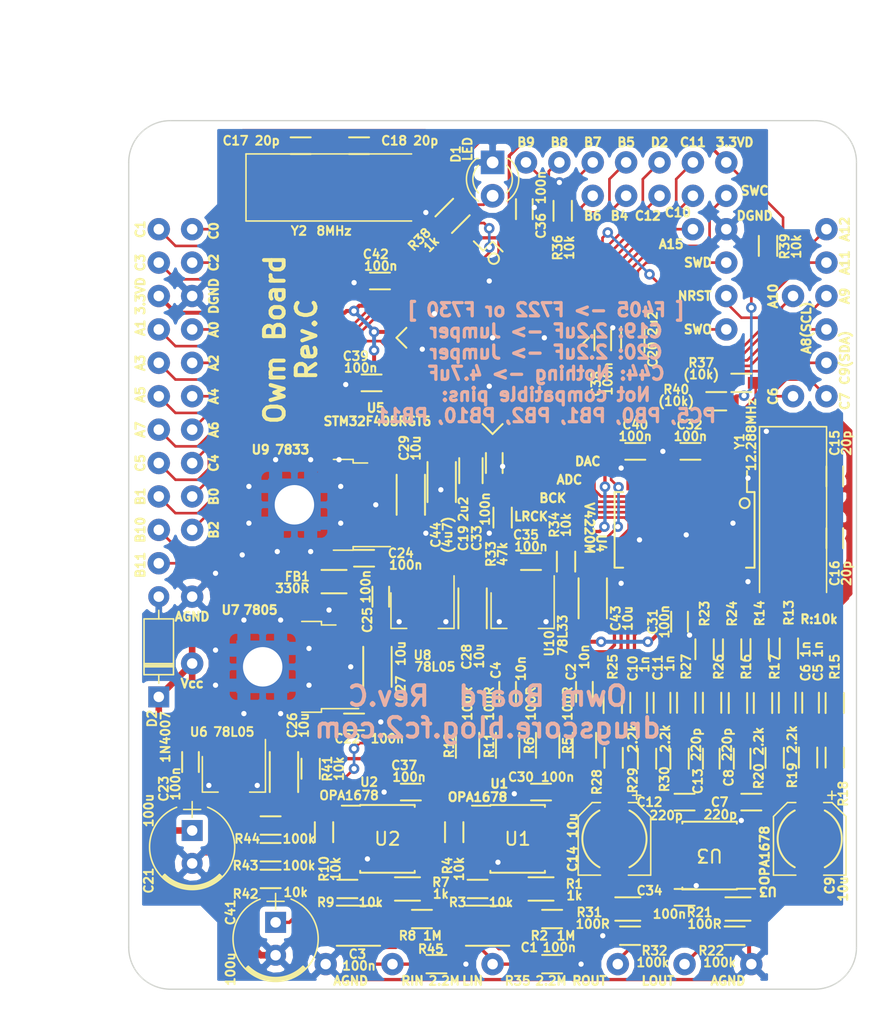
<source format=kicad_pcb>
(kicad_pcb (version 20171130) (host pcbnew 5.0.0-fee4fd1~66~ubuntu16.04.1)
  (layers (0 F.Cu signal) (31 B.Cu signal hide) (34 B.Paste user) (35 F.Paste user) (36 B.SilkS user) (37 F.SilkS user) (38 B.Mask user) (39 F.Mask user) (44 Edge.Cuts user))
  (net 0 "")
  (net 1 "Net-(C1-Pad1)")
  (net 2 "Net-(C1-Pad2)")
  (net 3 /LADC-)
  (net 4 /LADC+)
  (net 5 "Net-(C3-Pad2)")
  (net 6 "Net-(C3-Pad1)")
  (net 7 /RADC-)
  (net 8 /RADC+)
  (net 9 "Net-(C5-Pad1)")
  (net 10 /BIAS)
  (net 11 "Net-(C6-Pad1)")
  (net 12 "Net-(C7-Pad1)")
  (net 13 "Net-(C7-Pad2)")
  (net 14 "Net-(C8-Pad1)")
  (net 15 "Net-(C9-Pad2)")
  (net 16 "Net-(C10-Pad1)")
  (net 17 "Net-(C11-Pad1)")
  (net 18 "Net-(C12-Pad1)")
  (net 19 "Net-(C12-Pad2)")
  (net 20 "Net-(C13-Pad1)")
  (net 21 "Net-(C14-Pad2)")
  (net 22 +9V)
  (net 23 GNDA)
  (net 24 +5VA)
  (net 25 +5VD)
  (net 26 +3V3)
  (net 27 /+3.3VL)
  (net 28 "Net-(J3-Pad1)")
  (net 29 "Net-(J4-Pad1)")
  (net 30 "Net-(J8-Pad1)")
  (net 31 "Net-(J9-Pad1)")
  (net 32 "Net-(J10-Pad1)")
  (net 33 "Net-(J11-Pad1)")
  (net 34 "Net-(J12-Pad1)")
  (net 35 "Net-(J13-Pad1)")
  (net 36 "Net-(J14-Pad1)")
  (net 37 "Net-(J16-Pad1)")
  (net 38 "Net-(J21-Pad1)")
  (net 39 "Net-(J22-Pad1)")
  (net 40 "Net-(J23-Pad1)")
  (net 41 "Net-(J24-Pad1)")
  (net 42 "Net-(J25-Pad1)")
  (net 43 "Net-(J26-Pad1)")
  (net 44 "Net-(J27-Pad1)")
  (net 45 "Net-(J28-Pad1)")
  (net 46 "Net-(J29-Pad1)")
  (net 47 "Net-(J30-Pad1)")
  (net 48 "Net-(J31-Pad1)")
  (net 49 "Net-(J32-Pad1)")
  (net 50 "Net-(J33-Pad1)")
  (net 51 "Net-(J34-Pad1)")
  (net 52 "Net-(J35-Pad1)")
  (net 53 "Net-(J36-Pad1)")
  (net 54 "Net-(J37-Pad1)")
  (net 55 "Net-(J38-Pad1)")
  (net 56 "Net-(J39-Pad1)")
  (net 57 "Net-(J40-Pad1)")
  (net 58 "Net-(J41-Pad1)")
  (net 59 "Net-(J42-Pad1)")
  (net 60 "Net-(J43-Pad1)")
  (net 61 "Net-(J44-Pad1)")
  (net 62 "Net-(J45-Pad1)")
  (net 63 "Net-(J47-Pad1)")
  (net 64 "Net-(R1-Pad1)")
  (net 65 "Net-(R3-Pad2)")
  (net 66 "Net-(R3-Pad1)")
  (net 67 "Net-(R4-Pad1)")
  (net 68 "Net-(R7-Pad1)")
  (net 69 "Net-(R11-Pad2)")
  (net 70 "Net-(R10-Pad2)")
  (net 71 "Net-(R10-Pad1)")
  (net 72 "Net-(R13-Pad1)")
  (net 73 /LDAC-)
  (net 74 "Net-(R14-Pad1)")
  (net 75 /LDAC+)
  (net 76 /RDAC-)
  (net 77 "Net-(R23-Pad1)")
  (net 78 "Net-(R24-Pad1)")
  (net 79 /RDAC+)
  (net 80 /LRCK)
  (net 81 /BCK)
  (net 82 /DACDATA)
  (net 83 /ADCDATA)
  (net 84 "Net-(C15-Pad1)")
  (net 85 "Net-(C16-Pad1)")
  (net 86 "Net-(C17-Pad1)")
  (net 87 "Net-(C18-Pad1)")
  (net 88 "Net-(C19-Pad1)")
  (net 89 "Net-(C20-Pad1)")
  (net 90 "Net-(D1-Pad2)")
  (net 91 "Net-(J5-Pad1)")
  (net 92 "Net-(J6-Pad1)")
  (net 93 "Net-(J7-Pad1)")
  (net 94 "Net-(J48-Pad1)")
  (net 95 "Net-(R36-Pad1)")
  (net 96 "Net-(R38-Pad2)")
  (net 97 "Net-(J53-Pad1)")
  (net 98 "Net-(C24-Pad1)")
  (net 99 /+5VAA)
  (net 100 "Net-(J54-Pad1)")
  (net 101 "Net-(J55-Pad1)")
  (net 102 /RSTN)
  (net 103 "Net-(C44-Pad1)")
  (module myFoot:my_TO-252-3 (layer F.Cu) (at 43.561 73.279 180)
    (fp_text reference U7 (at 4.445 4.318 180) (layer F.SilkS) (effects (font (size 0.67 0.67) (thickness 0.1675))))
    (fp_text value 7805 (at 2.159 4.318 180) (layer F.SilkS) (effects (font (size 0.67 0.67) (thickness 0.1675))))
    (pad 2 smd rect (at 2 -2.5 180) (size 4 1.1) (layers F.Cu F.Paste F.Mask) (net 23 GNDA))
    (pad 2 smd rect (at 4.5 0 180) (size 1.1 6.1) (layers F.Cu F.Paste F.Mask) (net 23 GNDA))
    (pad 2 smd rect (at -0.5 0 180) (size 1.1 6.1) (layers F.Cu F.Paste F.Mask) (net 23 GNDA))
    (pad 2 smd rect (at 2 2.5 180) (size 4 1.1) (layers F.Cu F.Paste F.Mask) (net 23 GNDA))
    (pad 2 thru_hole rect (at 2 0 180) (size 4 4) (drill 3) (layers *.Cu *.Mask) (net 23 GNDA))
    (pad 3 smd rect (at -4.2 2.28 180) (size 2.2 1.2) (layers F.Cu F.Paste F.Mask) (net 24 +5VA))
    (pad 1 smd rect (at -4.2 -2.28 180) (size 2.2 1.2) (layers F.Cu F.Paste F.Mask) (net 22 +9V))
  )
  (module Crystal:Crystal_SMD_HC49-SD (layer F.Cu) (at 81.915 61.722 270)
    (fp_text reference Y1 (at -5.588 4.064 270) (layer F.SilkS) (effects (font (size 0.67 0.67))))
    (fp_text value 12.288MHz (at -6.096 3.175 270) (layer F.SilkS) (effects (font (size 0.67 0.67))))
    (pad 2 smd rect (at 4.25 0 270) (size 4.5 2) (layers F.Cu F.Paste F.Mask) (net 85 "Net-(C16-Pad1)"))
    (pad 1 smd rect (at -4.25 0 270) (size 4.5 2) (layers F.Cu F.Paste F.Mask) (net 84 "Net-(C15-Pad1)"))
  )
  (module "myFoot:my_R_1608(0603)_HandSoldering" (layer F.Cu) (at 77.978 51.689)
    (fp_text reference R37 (at -3.048 -1.524) (layer F.SilkS) (effects (font (size 0.67 0.67))))
    (fp_text value "(10k)" (at -3.048 -0.635) (layer F.SilkS) (effects (font (size 0.67 0.67))))
    (pad 1 smd rect (at -1.099999 0) (size 1.2 0.9) (layers F.Cu F.Paste F.Mask) (net 26 +3V3))
    (pad 2 smd rect (at 1.099999 0) (size 1.2 0.9) (layers F.Cu F.Paste F.Mask) (net 91 "Net-(J5-Pad1)"))
  )
  (module Package_TO_SOT_SMD:SOT-89-3 (layer F.Cu) (at 61.341 68.58 270)
    (fp_text reference U10 (at 2.921 -2.032 270) (layer F.SilkS) (effects (font (size 0.67 0.67))))
    (fp_text value 78L33 (at 2.286 -3.048 270) (layer F.SilkS) (effects (font (size 0.67 0.67))))
    (pad 2 smd trapezoid (at 2.667 0 180) (size 1.6 0.85) (rect_delta 0 0.6) (layers F.Cu F.Paste F.Mask) (net 23 GNDA))
    (pad 1 smd rect (at -1.48 -1.5 180) (size 1 1.5) (layers F.Cu F.Paste F.Mask) (net 27 /+3.3VL))
    (pad 2 smd rect (at -1.3335 0 180) (size 1 1.8) (layers F.Cu F.Paste F.Mask) (net 23 GNDA))
    (pad 3 smd rect (at -1.48 1.5 180) (size 1 1.5) (layers F.Cu F.Paste F.Mask) (net 25 +5VD))
    (pad 2 smd rect (at 1.3335 0 180) (size 2.2 1.84) (layers F.Cu F.Paste F.Mask) (net 23 GNDA))
    (pad 2 smd trapezoid (at -0.0762 0) (size 1.5 1) (rect_delta 0 0.7) (layers F.Cu F.Paste F.Mask) (net 23 GNDA))
  )
  (module LED_THT:LED_D3.0mm (layer F.Cu) (at 59.055 34.925 270)
    (fp_text reference D1 (at -0.635 2.794 270) (layer F.SilkS) (effects (font (size 0.67 0.67))))
    (fp_text value LED (at -1.016 1.905 270) (layer F.SilkS) (effects (font (size 0.67 0.67))))
    (pad 2 thru_hole circle (at 2.54 0 270) (size 1.8 1.8) (drill 0.9) (layers *.Cu *.Mask) (net 90 "Net-(D1-Pad2)"))
    (pad 1 thru_hole rect (at 0 0 270) (size 1.8 1.8) (drill 0.9) (layers *.Cu *.Mask) (net 23 GNDA))
  )
  (module "myFoot:my_R_2012(0805)_HandSoldering" (layer F.Cu) (at 46.99 66.802 180)
    (fp_text reference FB1 (at 2.794 0.381 180) (layer F.SilkS) (effects (font (size 0.67 0.67))))
    (fp_text value 330R (at 3.175 -0.508 180) (layer F.SilkS) (effects (font (size 0.67 0.67))))
    (pad 1 smd rect (at -1.2 0 180) (size 1.2 1.3) (layers F.Cu F.Paste F.Mask) (net 98 "Net-(C24-Pad1)"))
    (pad 2 smd rect (at 1.2 0 180) (size 1.2 1.3) (layers F.Cu F.Paste F.Mask) (net 22 +9V))
  )
  (module "myFoot:my_R_1608(0603)_HandSoldering" (layer F.Cu) (at 59.817 61.933 270)
    (fp_text reference R33 (at 2.7735 0.889 270) (layer F.SilkS) (effects (font (size 0.67 0.67))))
    (fp_text value 47k (at 2.7735 0 270) (layer F.SilkS) (effects (font (size 0.67 0.67))))
    (pad 1 smd rect (at -1.1 0 270) (size 1.2 0.9) (layers F.Cu F.Paste F.Mask) (net 83 /ADCDATA))
    (pad 2 smd rect (at 1.1 0 270) (size 1.2 0.9) (layers F.Cu F.Paste F.Mask) (net 23 GNDA))
  )
  (module myFoot:my_SSOP-28_5.3x10.2mm_Pitch0.65mm (layer F.Cu) (at 73.66 62.865 270)
    (fp_text reference U4 (at 1.016 6.35 270 unlocked) (layer F.SilkS) (effects (font (size 0.67 0.67) (thickness 0.1675))))
    (fp_text value V4220M (at -0.127 7.239 270 unlocked) (layer F.SilkS) (effects (font (size 0.67 0.67) (thickness 0.1675))))
    (pad 1 smd rect (at -4 -4.225 270) (size 2 0.4) (layers F.Cu F.Paste F.Mask) (net 23 GNDA))
    (pad 2 smd rect (at -4 -3.575 270) (size 2 0.4) (layers F.Cu F.Paste F.Mask) (net 85 "Net-(C16-Pad1)"))
    (pad 3 smd rect (at -4 -2.925 270) (size 2 0.4) (layers F.Cu F.Paste F.Mask) (net 84 "Net-(C15-Pad1)"))
    (pad 4 smd rect (at -4 -2.275 270) (size 2 0.4) (layers F.Cu F.Paste F.Mask) (net 80 /LRCK))
    (pad 5 smd rect (at -4 -1.625 270) (size 2 0.4) (layers F.Cu F.Paste F.Mask) (net 81 /BCK))
    (pad 6 smd rect (at -4 -0.975 270) (size 2 0.4) (layers F.Cu F.Paste F.Mask) (net 25 +5VD))
    (pad 7 smd rect (at -4 -0.325 270) (size 2 0.4) (layers F.Cu F.Paste F.Mask) (net 23 GNDA))
    (pad 8 smd rect (at -4 0.325 270) (size 2 0.4) (layers F.Cu F.Paste F.Mask) (net 83 /ADCDATA))
    (pad 9 smd rect (at -4 0.975 270) (size 2 0.4) (layers F.Cu F.Paste F.Mask) (net 82 /DACDATA))
    (pad 10 smd rect (at -4 1.625 270) (size 2 0.4) (layers F.Cu F.Paste F.Mask) (net 23 GNDA))
    (pad 11 smd rect (at -4 2.275 270) (size 2 0.4) (layers F.Cu F.Paste F.Mask) (net 23 GNDA))
    (pad 12 smd rect (at -4 2.925 270) (size 2 0.4) (layers F.Cu F.Paste F.Mask) (net 27 /+3.3VL))
    (pad 13 smd rect (at -4 3.575 270) (size 2 0.4) (layers F.Cu F.Paste F.Mask) (net 27 /+3.3VL))
    (pad 14 smd rect (at -4 4.225 270) (size 2 0.4) (layers F.Cu F.Paste F.Mask) (net 23 GNDA))
    (pad 15 smd rect (at 4 4.225 270) (size 2 0.4) (layers F.Cu F.Paste F.Mask) (net 23 GNDA))
    (pad 16 smd rect (at 4 3.575 270) (size 2 0.4) (layers F.Cu F.Paste F.Mask) (net 7 /RADC-))
    (pad 17 smd rect (at 4 2.925 270) (size 2 0.4) (layers F.Cu F.Paste F.Mask) (net 8 /RADC+))
    (pad 18 smd rect (at 4 2.275 270) (size 2 0.4) (layers F.Cu F.Paste F.Mask) (net 27 /+3.3VL))
    (pad 19 smd rect (at 4 1.625 270) (size 2 0.4) (layers F.Cu F.Paste F.Mask) (net 3 /LADC-))
    (pad 20 smd rect (at 4 0.975 270) (size 2 0.4) (layers F.Cu F.Paste F.Mask) (net 4 /LADC+))
    (pad 21 smd rect (at 4 0.325 270) (size 2 0.4) (layers F.Cu F.Paste F.Mask) (net 24 +5VA))
    (pad 22 smd rect (at 4 -0.325 270) (size 2 0.4) (layers F.Cu F.Paste F.Mask) (net 23 GNDA))
    (pad 23 smd rect (at 4 -0.975 270) (size 2 0.4) (layers F.Cu F.Paste F.Mask) (net 76 /RDAC-))
    (pad 24 smd rect (at 4 -1.625 270) (size 2 0.4) (layers F.Cu F.Paste F.Mask) (net 79 /RDAC+))
    (pad 25 smd rect (at 4 -2.275 270) (size 2 0.4) (layers F.Cu F.Paste F.Mask) (net 75 /LDAC+))
    (pad 26 smd rect (at 4 -2.925 270) (size 2 0.4) (layers F.Cu F.Paste F.Mask) (net 73 /LDAC-))
    (pad 27 smd rect (at 4 -3.575 270) (size 2 0.4) (layers F.Cu F.Paste F.Mask) (net 102 /RSTN))
    (pad 28 smd rect (at 4 -4.225 270) (size 2 0.4) (layers F.Cu F.Paste F.Mask) (net 23 GNDA))
  )
  (module MountingHole:MountingHole_3.2mm_M3 (layer F.Cu) (at 34.925 34.925)
    (fp_text reference REF** hide)
    (fp_text value M hide)
    (pad 1 np_thru_hole circle (at 0 0) (size 3.2 3.2) (drill 3.2) (layers *.Cu *.Mask))
  )
  (module MountingHole:MountingHole_3.2mm_M3 (layer F.Cu) (at 83.185 94.615)
    (fp_text reference REF** hide)
    (fp_text value M hide)
    (pad 1 np_thru_hole circle (at 0 0) (size 3.2 3.2) (drill 3.2) (layers *.Cu *.Mask))
  )
  (module MountingHole:MountingHole_3.2mm_M3 (layer F.Cu) (at 34.925 94.615)
    (fp_text reference REF** hide)
    (fp_text value M hide)
    (pad 1 np_thru_hole circle (at 0 0) (size 3.2 3.2) (drill 3.2) (layers *.Cu *.Mask))
  )
  (module Package_TO_SOT_SMD:SOT-89-3 (layer F.Cu) (at 53.721 68.58 270)
    (fp_text reference U8 (at 3.81 0) (layer F.SilkS) (effects (font (size 0.67 0.67))))
    (fp_text value 78L05 (at 4.699 -0.9525) (layer F.SilkS) (effects (font (size 0.67 0.67))))
    (pad 2 smd trapezoid (at -0.0762 0) (size 1.5 1) (rect_delta 0 0.7) (layers F.Cu F.Paste F.Mask) (net 23 GNDA))
    (pad 2 smd rect (at 1.3335 0 180) (size 2.2 1.84) (layers F.Cu F.Paste F.Mask) (net 23 GNDA))
    (pad 3 smd rect (at -1.48 1.5 180) (size 1 1.5) (layers F.Cu F.Paste F.Mask) (net 98 "Net-(C24-Pad1)"))
    (pad 2 smd rect (at -1.3335 0 180) (size 1 1.8) (layers F.Cu F.Paste F.Mask) (net 23 GNDA))
    (pad 1 smd rect (at -1.48 -1.5 180) (size 1 1.5) (layers F.Cu F.Paste F.Mask) (net 25 +5VD))
    (pad 2 smd trapezoid (at 2.667 0 180) (size 1.6 0.85) (rect_delta 0 0.6) (layers F.Cu F.Paste F.Mask) (net 23 GNDA))
  )
  (module Package_TO_SOT_SMD:SOT-89-3 (layer F.Cu) (at 39.37 81.026 270)
    (fp_text reference U6 (at -2.794 2.667) (layer F.SilkS) (effects (font (size 0.67 0.67))))
    (fp_text value 78L05 (at -2.794 0) (layer F.SilkS) (effects (font (size 0.67 0.67))))
    (pad 2 smd trapezoid (at 2.667 0 180) (size 1.6 0.85) (rect_delta 0 0.6) (layers F.Cu F.Paste F.Mask) (net 23 GNDA))
    (pad 1 smd rect (at -1.48 -1.5 180) (size 1 1.5) (layers F.Cu F.Paste F.Mask) (net 99 /+5VAA))
    (pad 2 smd rect (at -1.3335 0 180) (size 1 1.8) (layers F.Cu F.Paste F.Mask) (net 23 GNDA))
    (pad 3 smd rect (at -1.48 1.5 180) (size 1 1.5) (layers F.Cu F.Paste F.Mask) (net 22 +9V))
    (pad 2 smd rect (at 1.3335 0 180) (size 2.2 1.84) (layers F.Cu F.Paste F.Mask) (net 23 GNDA))
    (pad 2 smd trapezoid (at -0.0762 0) (size 1.5 1) (rect_delta 0 0.7) (layers F.Cu F.Paste F.Mask) (net 23 GNDA))
  )
  (module "myFoot:my_C_1608(0603)_HandSoldering" (layer F.Cu) (at 50.546 67.945 270)
    (fp_text reference C25 (at 1.778 1.016 270) (layer F.SilkS) (effects (font (size 0.67 0.67))))
    (fp_text value 100n (at -0.762 1.143 270) (layer F.SilkS) (effects (font (size 0.67 0.67))))
    (pad 1 smd rect (at -0.95 0 270) (size 1.2 0.75) (layers F.Cu F.Paste F.Mask) (net 98 "Net-(C24-Pad1)"))
    (pad 2 smd rect (at 0.95 0 270) (size 1.2 0.75) (layers F.Cu F.Paste F.Mask) (net 23 GNDA))
  )
  (module "myFoot:my_C_1608(0603)_HandSoldering" (layer F.Cu) (at 49.845 51.689 180)
    (fp_text reference C39 (at 1.204 2.032 180) (layer F.SilkS) (effects (font (size 0.67 0.67))))
    (fp_text value 100n (at 0.823 1.143 180) (layer F.SilkS) (effects (font (size 0.67 0.67))))
    (pad 2 smd rect (at 0.95 0 180) (size 1.2 0.75) (layers F.Cu F.Paste F.Mask) (net 23 GNDA))
    (pad 1 smd rect (at -0.95 0 180) (size 1.2 0.75) (layers F.Cu F.Paste F.Mask) (net 26 +3V3))
  )
  (module "myFoot:my_C_1608(0603)_HandSoldering" (layer F.Cu) (at 50.485 43.942 180)
    (fp_text reference C42 (at 0.32 2.032 180) (layer F.SilkS) (effects (font (size 0.67 0.67))))
    (fp_text value 100n (at -0.061 1.143 180) (layer F.SilkS) (effects (font (size 0.67 0.67))))
    (pad 1 smd rect (at -0.95 0 180) (size 1.2 0.75) (layers F.Cu F.Paste F.Mask) (net 26 +3V3))
    (pad 2 smd rect (at 0.95 0 180) (size 1.2 0.75) (layers F.Cu F.Paste F.Mask) (net 23 GNDA))
  )
  (module myFoot:my_C_D6.3mm_P2.50mm (layer F.Cu) (at 42.545 92.71 270)
    (fp_text reference C41 (at -0.762 3.429 270) (layer F.SilkS) (effects (font (size 0.67 0.67))))
    (fp_text value 100u (at 3.556 3.429 270) (layer F.SilkS) (effects (font (size 0.67 0.67))))
    (pad 1 thru_hole rect (at 0 0 270) (size 1.6 1.6) (drill 0.8) (layers *.Cu *.Mask) (net 10 /BIAS))
    (pad 2 thru_hole circle (at 2.5 0 270) (size 1.6 1.6) (drill 0.8) (layers *.Cu *.Mask) (net 23 GNDA))
  )
  (module "myFoot:my_C_3225(1210)_HandSoldering" (layer F.Cu) (at 58.674 92.964 180)
    (fp_text reference C1 (at -3.175 -1.651 180) (layer F.SilkS) (effects (font (size 0.67 0.67))))
    (fp_text value 100n (at -5.461 -1.651 180) (layer F.SilkS) (effects (font (size 0.67 0.67))))
    (pad 1 smd rect (at -1.7 0 180) (size 1.4 2.5) (layers F.Cu F.Paste F.Mask) (net 1 "Net-(C1-Pad1)"))
    (pad 2 smd rect (at 1.7 0 180) (size 1.4 2.5) (layers F.Cu F.Paste F.Mask) (net 2 "Net-(C1-Pad2)"))
  )
  (module "myFoot:my_C_1608(0603)_HandSoldering" (layer F.Cu) (at 66.04 75.184 90)
    (fp_text reference C2 (at 1.524 -1.016 90) (layer F.SilkS) (effects (font (size 0.67 0.67))))
    (fp_text value 10n (at 2.667 0 90) (layer F.SilkS) (effects (font (size 0.67 0.67))))
    (pad 2 smd rect (at 0.95 0 90) (size 1.2 0.75) (layers F.Cu F.Paste F.Mask) (net 3 /LADC-))
    (pad 1 smd rect (at -0.95 0 90) (size 1.2 0.75) (layers F.Cu F.Paste F.Mask) (net 4 /LADC+))
  )
  (module "myFoot:my_C_3225(1210)_HandSoldering" (layer F.Cu) (at 48.846 92.964 180)
    (fp_text reference C3 (at 0.078 -2.159 180) (layer F.SilkS) (effects (font (size 0.67 0.67))))
    (fp_text value 100n (at -0.049 -3.048 180) (layer F.SilkS) (effects (font (size 0.67 0.67))))
    (pad 2 smd rect (at 1.7 0 180) (size 1.4 2.5) (layers F.Cu F.Paste F.Mask) (net 5 "Net-(C3-Pad2)"))
    (pad 1 smd rect (at -1.7 0 180) (size 1.4 2.5) (layers F.Cu F.Paste F.Mask) (net 6 "Net-(C3-Pad1)"))
  )
  (module "myFoot:my_C_1608(0603)_HandSoldering" (layer F.Cu) (at 60.198 75.184 90)
    (fp_text reference C4 (at 1.651 -0.889 90) (layer F.SilkS) (effects (font (size 0.67 0.67))))
    (fp_text value 10n (at 1.778 1.016 90) (layer F.SilkS) (effects (font (size 0.67 0.67))))
    (pad 2 smd rect (at 0.95 0 90) (size 1.2 0.75) (layers F.Cu F.Paste F.Mask) (net 7 /RADC-))
    (pad 1 smd rect (at -0.95 0 90) (size 1.2 0.75) (layers F.Cu F.Paste F.Mask) (net 8 /RADC+))
  )
  (module "myFoot:my_C_1608(0603)_HandSoldering" (layer F.Cu) (at 83.2485 76.0095 90)
    (fp_text reference C5 (at 2.286 0.5715 270) (layer F.SilkS) (effects (font (size 0.67 0.67))))
    (fp_text value 1n (at 4.064 0.5715 90) (layer F.SilkS) (effects (font (size 0.67 0.67))))
    (pad 1 smd rect (at -0.95 0 90) (size 1.2 0.75) (layers F.Cu F.Paste F.Mask) (net 9 "Net-(C5-Pad1)"))
    (pad 2 smd rect (at 0.95 0 90) (size 1.2 0.75) (layers F.Cu F.Paste F.Mask) (net 10 /BIAS))
  )
  (module "myFoot:my_C_1608(0603)_HandSoldering" (layer F.Cu) (at 81.4705 76.0095 90)
    (fp_text reference C6 (at 2.286 1.397 270) (layer F.SilkS) (effects (font (size 0.67 0.67))))
    (fp_text value 1n (at 4.064 1.397 90) (layer F.SilkS) (effects (font (size 0.67 0.67))))
    (pad 2 smd rect (at 0.95 0 90) (size 1.2 0.75) (layers F.Cu F.Paste F.Mask) (net 10 /BIAS))
    (pad 1 smd rect (at -0.95 0 90) (size 1.2 0.75) (layers F.Cu F.Paste F.Mask) (net 11 "Net-(C6-Pad1)"))
  )
  (module "myFoot:my_C_1608(0603)_HandSoldering" (layer F.Cu) (at 78.74 83.566 180)
    (fp_text reference C7 (at 2.413 0 180) (layer F.SilkS) (effects (font (size 0.67 0.67))))
    (fp_text value 220p (at 2.3495 -0.9525 180) (layer F.SilkS) (effects (font (size 0.67 0.67))))
    (pad 1 smd rect (at -0.95 0 180) (size 1.2 0.75) (layers F.Cu F.Paste F.Mask) (net 12 "Net-(C7-Pad1)"))
    (pad 2 smd rect (at 0.95 0 180) (size 1.2 0.75) (layers F.Cu F.Paste F.Mask) (net 13 "Net-(C7-Pad2)"))
  )
  (module "myFoot:my_C_1608(0603)_HandSoldering" (layer F.Cu) (at 78.0415 80.264 90)
    (fp_text reference C8 (at -1.4605 -1.016 90) (layer F.SilkS) (effects (font (size 0.67 0.67))))
    (fp_text value 220p (at 1.0795 -1.143 90) (layer F.SilkS) (effects (font (size 0.67 0.67))))
    (pad 1 smd rect (at -0.95 0 90) (size 1.2 0.75) (layers F.Cu F.Paste F.Mask) (net 14 "Net-(C8-Pad1)"))
    (pad 2 smd rect (at 0.95 0 90) (size 1.2 0.75) (layers F.Cu F.Paste F.Mask) (net 10 /BIAS))
  )
  (module "myFoot:my_C_1608(0603)_HandSoldering" (layer F.Cu) (at 70.1675 76.0095 90)
    (fp_text reference C10 (at 2.606 -0.4445 90) (layer F.SilkS) (effects (font (size 0.67 0.67))))
    (fp_text value 1n (at 2.9235 0.4445 90) (layer F.SilkS) (effects (font (size 0.67 0.67))))
    (pad 2 smd rect (at 0.95 0 90) (size 1.2 0.75) (layers F.Cu F.Paste F.Mask) (net 10 /BIAS))
    (pad 1 smd rect (at -0.95 0 90) (size 1.2 0.75) (layers F.Cu F.Paste F.Mask) (net 16 "Net-(C10-Pad1)"))
  )
  (module "myFoot:my_C_1608(0603)_HandSoldering" (layer F.Cu) (at 71.9455 76.0095 90)
    (fp_text reference C11 (at 2.6695 -0.3175 90) (layer F.SilkS) (effects (font (size 0.67 0.67))))
    (fp_text value 1n (at 2.987 0.5715 90) (layer F.SilkS) (effects (font (size 0.67 0.67))))
    (pad 2 smd rect (at 0.95 0 90) (size 1.2 0.75) (layers F.Cu F.Paste F.Mask) (net 10 /BIAS))
    (pad 1 smd rect (at -0.95 0 90) (size 1.2 0.75) (layers F.Cu F.Paste F.Mask) (net 17 "Net-(C11-Pad1)"))
  )
  (module "myFoot:my_C_1608(0603)_HandSoldering" (layer F.Cu) (at 73.66 83.566)
    (fp_text reference C12 (at -2.667 0) (layer F.SilkS) (effects (font (size 0.67 0.67))))
    (fp_text value 220p (at -1.397 1.016) (layer F.SilkS) (effects (font (size 0.67 0.67))))
    (pad 1 smd rect (at -0.95 0) (size 1.2 0.75) (layers F.Cu F.Paste F.Mask) (net 18 "Net-(C12-Pad1)"))
    (pad 2 smd rect (at 0.95 0) (size 1.2 0.75) (layers F.Cu F.Paste F.Mask) (net 19 "Net-(C12-Pad2)"))
  )
  (module "myFoot:my_C_1608(0603)_HandSoldering" (layer F.Cu) (at 75.692 80.264 90)
    (fp_text reference C13 (at -1.7145 -1.016 270) (layer F.SilkS) (effects (font (size 0.67 0.67))))
    (fp_text value 220p (at 1.0795 -1.143 90) (layer F.SilkS) (effects (font (size 0.67 0.67))))
    (pad 1 smd rect (at -0.95 0 90) (size 1.2 0.75) (layers F.Cu F.Paste F.Mask) (net 20 "Net-(C13-Pad1)"))
    (pad 2 smd rect (at 0.95 0 90) (size 1.2 0.75) (layers F.Cu F.Paste F.Mask) (net 10 /BIAS))
  )
  (module "myFoot:my_C_1608(0603)_HandSoldering" (layer F.Cu) (at 85.09 63.5 90)
    (fp_text reference C16 (at -2.667 0 90) (layer F.SilkS) (effects (font (size 0.67 0.67))))
    (fp_text value 20p (at -2.667 0.889 90) (layer F.SilkS) (effects (font (size 0.67 0.67))))
    (pad 2 smd rect (at 0.95 0 90) (size 1.2 0.75) (layers F.Cu F.Paste F.Mask) (net 23 GNDA))
    (pad 1 smd rect (at -0.95 0 90) (size 1.2 0.75) (layers F.Cu F.Paste F.Mask) (net 85 "Net-(C16-Pad1)"))
  )
  (module "myFoot:my_C_1608(0603)_HandSoldering" (layer F.Cu) (at 44.45 33.655)
    (fp_text reference C17 (at -4.953 -0.381) (layer F.SilkS) (effects (font (size 0.67 0.67))))
    (fp_text value 20p (at -2.54 -0.381) (layer F.SilkS) (effects (font (size 0.67 0.67))))
    (pad 2 smd rect (at 0.95 0) (size 1.2 0.75) (layers F.Cu F.Paste F.Mask) (net 23 GNDA))
    (pad 1 smd rect (at -0.95 0) (size 1.2 0.75) (layers F.Cu F.Paste F.Mask) (net 86 "Net-(C17-Pad1)"))
  )
  (module "myFoot:my_C_1608(0603)_HandSoldering" (layer F.Cu) (at 48.895 33.655 180)
    (fp_text reference C18 (at -2.667 0.381 180) (layer F.SilkS) (effects (font (size 0.67 0.67))))
    (fp_text value 20p (at -5.08 0.381 180) (layer F.SilkS) (effects (font (size 0.67 0.67))))
    (pad 1 smd rect (at -0.95 0 180) (size 1.2 0.75) (layers F.Cu F.Paste F.Mask) (net 87 "Net-(C18-Pad1)"))
    (pad 2 smd rect (at 0.95 0 180) (size 1.2 0.75) (layers F.Cu F.Paste F.Mask) (net 23 GNDA))
  )
  (module "myFoot:my_C_1608(0603)_HandSoldering" (layer F.Cu) (at 73.279 69.85 270)
    (fp_text reference C31 (at 0 2.032 270) (layer F.SilkS) (effects (font (size 0.67 0.67))))
    (fp_text value 100n (at 0 1.143 270) (layer F.SilkS) (effects (font (size 0.67 0.67))))
    (pad 2 smd rect (at 0.95 0 270) (size 1.2 0.75) (layers F.Cu F.Paste F.Mask) (net 23 GNDA))
    (pad 1 smd rect (at -0.95 0 270) (size 1.2 0.75) (layers F.Cu F.Paste F.Mask) (net 24 +5VA))
  )
  (module "myFoot:my_C_1608(0603)_HandSoldering" (layer F.Cu) (at 74.107 56.896 180)
    (fp_text reference C32 (at 0.066 2.032 180) (layer F.SilkS) (effects (font (size 0.67 0.67))))
    (fp_text value 100n (at 0 1.143 180) (layer F.SilkS) (effects (font (size 0.67 0.67))))
    (pad 1 smd rect (at -0.95 0 180) (size 1.2 0.75) (layers F.Cu F.Paste F.Mask) (net 25 +5VD))
    (pad 2 smd rect (at 0.95 0 180) (size 1.2 0.75) (layers F.Cu F.Paste F.Mask) (net 23 GNDA))
  )
  (module "myFoot:my_C_1608(0603)_HandSoldering" (layer F.Cu) (at 73.66 90.805)
    (fp_text reference C34 (at -2.667 -0.508) (layer F.SilkS) (effects (font (size 0.67 0.67))))
    (fp_text value 100n (at -1.143 1.27) (layer F.SilkS) (effects (font (size 0.67 0.67))))
    (pad 1 smd rect (at -0.95 0) (size 1.2 0.75) (layers F.Cu F.Paste F.Mask) (net 99 /+5VAA))
    (pad 2 smd rect (at 0.95 0) (size 1.2 0.75) (layers F.Cu F.Paste F.Mask) (net 23 GNDA))
  )
  (module "myFoot:my_C_1608(0603)_HandSoldering" (layer F.Cu) (at 61.976 65.278 180)
    (fp_text reference C35 (at 0.381 2.032 180) (layer F.SilkS) (effects (font (size 0.67 0.67))))
    (fp_text value 100n (at 0 1.143 180) (layer F.SilkS) (effects (font (size 0.67 0.67))))
    (pad 2 smd rect (at 0.95 0 180) (size 1.2 0.75) (layers F.Cu F.Paste F.Mask) (net 23 GNDA))
    (pad 1 smd rect (at -0.95 0 180) (size 1.2 0.75) (layers F.Cu F.Paste F.Mask) (net 27 /+3.3VL))
  )
  (module "myFoot:my_C_1608(0603)_HandSoldering" (layer F.Cu) (at 61.468 38.481 90)
    (fp_text reference C36 (at -1.27 1.27 90) (layer F.SilkS) (effects (font (size 0.67 0.67))))
    (fp_text value 100n (at 1.651 1.27 90) (layer F.SilkS) (effects (font (size 0.67 0.67))))
    (pad 2 smd rect (at 0.95 0 90) (size 1.2 0.75) (layers F.Cu F.Paste F.Mask) (net 23 GNDA))
    (pad 1 smd rect (at -0.95 0 90) (size 1.2 0.75) (layers F.Cu F.Paste F.Mask) (net 26 +3V3))
  )
  (module "myFoot:my_C_1608(0603)_HandSoldering" (layer F.Cu) (at 52.832 82.804 180)
    (fp_text reference C37 (at 0.508 2.032 180) (layer F.SilkS) (effects (font (size 0.67 0.67))))
    (fp_text value 100n (at 0.127 1.143 180) (layer F.SilkS) (effects (font (size 0.67 0.67))))
    (pad 2 smd rect (at 0.95 0 180) (size 1.2 0.75) (layers F.Cu F.Paste F.Mask) (net 23 GNDA))
    (pad 1 smd rect (at -0.95 0 180) (size 1.2 0.75) (layers F.Cu F.Paste F.Mask) (net 99 /+5VAA))
  )
  (module "myFoot:my_C_1608(0603)_HandSoldering" (layer F.Cu) (at 67.437 48.453 90)
    (fp_text reference C38 (at -3.302 -0.508 90) (layer F.SilkS) (effects (font (size 0.67 0.67))))
    (fp_text value 100n (at -2.921 0.381 90) (layer F.SilkS) (effects (font (size 0.67 0.67))))
    (pad 1 smd rect (at -0.95 0 90) (size 1.2 0.75) (layers F.Cu F.Paste F.Mask) (net 26 +3V3))
    (pad 2 smd rect (at 0.95 0 90) (size 1.2 0.75) (layers F.Cu F.Paste F.Mask) (net 23 GNDA))
  )
  (module "myFoot:my_R_2012(0805)_HandSoldering" (layer F.Cu) (at 62.738 90.17 180)
    (fp_text reference R1 (at -2.54 0.381 180) (layer F.SilkS) (effects (font (size 0.67 0.67))))
    (fp_text value 1k (at -2.54 -0.508 180) (layer F.SilkS) (effects (font (size 0.67 0.67))))
    (pad 2 smd rect (at 1.2 0 180) (size 1.2 1.3) (layers F.Cu F.Paste F.Mask) (net 1 "Net-(C1-Pad1)"))
    (pad 1 smd rect (at -1.2 0 180) (size 1.2 1.3) (layers F.Cu F.Paste F.Mask) (net 64 "Net-(R1-Pad1)"))
  )
  (module "myFoot:my_R_1608(0603)_HandSoldering" (layer F.Cu) (at 63.584 92.456 180)
    (fp_text reference R2 (at 0.973 -1.27 180) (layer F.SilkS) (effects (font (size 0.67 0.67))))
    (fp_text value 1M (at -1.059 -1.27 180) (layer F.SilkS) (effects (font (size 0.67 0.67))))
    (pad 2 smd rect (at 1.1 0 180) (size 1.2 0.9) (layers F.Cu F.Paste F.Mask) (net 10 /BIAS))
    (pad 1 smd rect (at -1.1 0 180) (size 1.2 0.9) (layers F.Cu F.Paste F.Mask) (net 64 "Net-(R1-Pad1)"))
  )
  (module "myFoot:my_R_1608(0603)_HandSoldering" (layer F.Cu) (at 57.912 90.17 180)
    (fp_text reference R3 (at 1.524 -1.016 180) (layer F.SilkS) (effects (font (size 0.67 0.67))))
    (fp_text value 10k (at -1.778 -1.016 180) (layer F.SilkS) (effects (font (size 0.67 0.67))))
    (pad 2 smd rect (at 1.1 0 180) (size 1.2 0.9) (layers F.Cu F.Paste F.Mask) (net 65 "Net-(R3-Pad2)"))
    (pad 1 smd rect (at -1.1 0 180) (size 1.2 0.9) (layers F.Cu F.Paste F.Mask) (net 66 "Net-(R3-Pad1)"))
  )
  (module "myFoot:my_R_1608(0603)_HandSoldering" (layer F.Cu) (at 56.134 85.852 270)
    (fp_text reference R4 (at 2.54 0.508 270) (layer F.SilkS) (effects (font (size 0.67 0.67))))
    (fp_text value 10k (at 2.794 -0.381 270) (layer F.SilkS) (effects (font (size 0.67 0.67))))
    (pad 2 smd rect (at 1.1 0 270) (size 1.2 0.9) (layers F.Cu F.Paste F.Mask) (net 65 "Net-(R3-Pad2)"))
    (pad 1 smd rect (at -1.1 0 270) (size 1.2 0.9) (layers F.Cu F.Paste F.Mask) (net 67 "Net-(R4-Pad1)"))
  )
  (module "myFoot:my_R_2012(0805)_HandSoldering" (layer F.Cu) (at 66.04 79.248 270)
    (fp_text reference R5 (at 0 1.27 270) (layer F.SilkS) (effects (font (size 0.67 0.67))))
    (fp_text value 100R (at -3.175 1.27 270) (layer F.SilkS) (effects (font (size 0.67 0.67))))
    (pad 1 smd rect (at -1.2 0 270) (size 1.2 1.3) (layers F.Cu F.Paste F.Mask) (net 4 /LADC+))
    (pad 2 smd rect (at 1.2 0 270) (size 1.2 1.3) (layers F.Cu F.Paste F.Mask) (net 66 "Net-(R3-Pad1)"))
  )
  (module "myFoot:my_R_2012(0805)_HandSoldering" (layer F.Cu) (at 63.246 79.248 270)
    (fp_text reference R6 (at 0 1.397 270) (layer F.SilkS) (effects (font (size 0.67 0.67))))
    (fp_text value 100R (at -3.175 1.27 270) (layer F.SilkS) (effects (font (size 0.67 0.67))))
    (pad 1 smd rect (at -1.2 0 270) (size 1.2 1.3) (layers F.Cu F.Paste F.Mask) (net 3 /LADC-))
    (pad 2 smd rect (at 1.2 0 270) (size 1.2 1.3) (layers F.Cu F.Paste F.Mask) (net 67 "Net-(R4-Pad1)"))
  )
  (module "myFoot:my_R_2012(0805)_HandSoldering" (layer F.Cu) (at 52.578 90.17 180)
    (fp_text reference R7 (at -2.54 0.508 180) (layer F.SilkS) (effects (font (size 0.67 0.67))))
    (fp_text value 1k (at -2.54 -0.381 180) (layer F.SilkS) (effects (font (size 0.67 0.67))))
    (pad 1 smd rect (at -1.2 0 180) (size 1.2 1.3) (layers F.Cu F.Paste F.Mask) (net 68 "Net-(R7-Pad1)"))
    (pad 2 smd rect (at 1.2 0 180) (size 1.2 1.3) (layers F.Cu F.Paste F.Mask) (net 6 "Net-(C3-Pad1)"))
  )
  (module "myFoot:my_R_1608(0603)_HandSoldering" (layer F.Cu) (at 53.678 92.456)
    (fp_text reference R8 (at -1.1 1.27) (layer F.SilkS) (effects (font (size 0.67 0.67))))
    (fp_text value 1M (at 0.805 1.27) (layer F.SilkS) (effects (font (size 0.67 0.67))))
    (pad 2 smd rect (at 1.1 0) (size 1.2 0.9) (layers F.Cu F.Paste F.Mask) (net 10 /BIAS))
    (pad 1 smd rect (at -1.1 0) (size 1.2 0.9) (layers F.Cu F.Paste F.Mask) (net 68 "Net-(R7-Pad1)"))
  )
  (module "myFoot:my_R_1608(0603)_HandSoldering" (layer F.Cu) (at 48.006 90.17 180)
    (fp_text reference R9 (at 1.651 -1.016 180) (layer F.SilkS) (effects (font (size 0.67 0.67))))
    (fp_text value 10k (at -1.778 -1.016 180) (layer F.SilkS) (effects (font (size 0.67 0.67))))
    (pad 1 smd rect (at -1.1 0 180) (size 1.2 0.9) (layers F.Cu F.Paste F.Mask) (net 69 "Net-(R11-Pad2)"))
    (pad 2 smd rect (at 1.1 0 180) (size 1.2 0.9) (layers F.Cu F.Paste F.Mask) (net 70 "Net-(R10-Pad2)"))
  )
  (module "myFoot:my_R_1608(0603)_HandSoldering" (layer F.Cu) (at 46.228 85.852 270)
    (fp_text reference R10 (at 2.794 0 270) (layer F.SilkS) (effects (font (size 0.67 0.67))))
    (fp_text value 10k (at 2.794 -0.889 270) (layer F.SilkS) (effects (font (size 0.67 0.67))))
    (pad 1 smd rect (at -1.1 0 270) (size 1.2 0.9) (layers F.Cu F.Paste F.Mask) (net 71 "Net-(R10-Pad1)"))
    (pad 2 smd rect (at 1.1 0 270) (size 1.2 0.9) (layers F.Cu F.Paste F.Mask) (net 70 "Net-(R10-Pad2)"))
  )
  (module "myFoot:my_R_2012(0805)_HandSoldering" (layer F.Cu) (at 60.198 79.248 270)
    (fp_text reference R11 (at 0 1.397 270) (layer F.SilkS) (effects (font (size 0.67 0.67))))
    (fp_text value 100R (at -3.175 1.397 270) (layer F.SilkS) (effects (font (size 0.67 0.67))))
    (pad 2 smd rect (at 1.2 0 270) (size 1.2 1.3) (layers F.Cu F.Paste F.Mask) (net 69 "Net-(R11-Pad2)"))
    (pad 1 smd rect (at -1.2 0 270) (size 1.2 1.3) (layers F.Cu F.Paste F.Mask) (net 8 /RADC+))
  )
  (module "myFoot:my_R_2012(0805)_HandSoldering" (layer F.Cu) (at 57.15 79.248 270)
    (fp_text reference R12 (at 0 1.397 270) (layer F.SilkS) (effects (font (size 0.67 0.67))))
    (fp_text value 100R (at -3.175 0 270) (layer F.SilkS) (effects (font (size 0.67 0.67))))
    (pad 1 smd rect (at -1.2 0 270) (size 1.2 1.3) (layers F.Cu F.Paste F.Mask) (net 7 /RADC-))
    (pad 2 smd rect (at 1.2 0 270) (size 1.2 1.3) (layers F.Cu F.Paste F.Mask) (net 71 "Net-(R10-Pad1)"))
  )
  (module "myFoot:my_R_1608(0603)_HandSoldering" (layer F.Cu) (at 81.5975 71.882 90)
    (fp_text reference R13 (at 2.71 0 90) (layer F.SilkS) (effects (font (size 0.67 0.67))))
    (fp_text value 10k hide)
    (pad 1 smd rect (at -1.1 0 90) (size 1.2 0.9) (layers F.Cu F.Paste F.Mask) (net 72 "Net-(R13-Pad1)"))
    (pad 2 smd rect (at 1.1 0 90) (size 1.2 0.9) (layers F.Cu F.Paste F.Mask) (net 73 /LDAC-))
  )
  (module "myFoot:my_R_1608(0603)_HandSoldering" (layer F.Cu) (at 79.375 71.925 90)
    (fp_text reference R14 (at 2.71 0 90) (layer F.SilkS) (effects (font (size 0.67 0.67))))
    (fp_text value 10k hide)
    (pad 1 smd rect (at -1.1 0 90) (size 1.2 0.9) (layers F.Cu F.Paste F.Mask) (net 74 "Net-(R14-Pad1)"))
    (pad 2 smd rect (at 1.1 0 90) (size 1.2 0.9) (layers F.Cu F.Paste F.Mask) (net 75 /LDAC+))
  )
  (module "myFoot:my_R_1608(0603)_HandSoldering" (layer F.Cu) (at 85.09 76.03 90)
    (fp_text reference R15 (at 2.751 0 90) (layer F.SilkS) (effects (font (size 0.67 0.67))))
    (fp_text value 10k hide)
    (pad 1 smd rect (at -1.1 0 90) (size 1.2 0.9) (layers F.Cu F.Paste F.Mask) (net 9 "Net-(C5-Pad1)"))
    (pad 2 smd rect (at 1.1 0 90) (size 1.2 0.9) (layers F.Cu F.Paste F.Mask) (net 72 "Net-(R13-Pad1)"))
  )
  (module "myFoot:my_R_1608(0603)_HandSoldering" (layer F.Cu) (at 77.724 76.03 90)
    (fp_text reference R16 (at 2.751 0.635 90) (layer F.SilkS) (effects (font (size 0.67 0.67))))
    (fp_text value 10k hide)
    (pad 2 smd rect (at 1.1 0 90) (size 1.2 0.9) (layers F.Cu F.Paste F.Mask) (net 74 "Net-(R14-Pad1)"))
    (pad 1 smd rect (at -1.1 0 90) (size 1.2 0.9) (layers F.Cu F.Paste F.Mask) (net 11 "Net-(C6-Pad1)"))
  )
  (module "myFoot:my_R_1608(0603)_HandSoldering" (layer F.Cu) (at 79.629 76.03 90)
    (fp_text reference R17 (at 2.751 0.889 90) (layer F.SilkS) (effects (font (size 0.67 0.67))))
    (fp_text value 10k hide)
    (pad 2 smd rect (at 1.1 0 90) (size 1.2 0.9) (layers F.Cu F.Paste F.Mask) (net 10 /BIAS))
    (pad 1 smd rect (at -1.1 0 90) (size 1.2 0.9) (layers F.Cu F.Paste F.Mask) (net 11 "Net-(C6-Pad1)"))
  )
  (module "myFoot:my_R_1608(0603)_HandSoldering" (layer F.Cu) (at 85.09 80.18 90)
    (fp_text reference R18 (at -2.751 0.635 90) (layer F.SilkS) (effects (font (size 0.67 0.67))))
    (fp_text value 10k hide)
    (pad 2 smd rect (at 1.1 0 90) (size 1.2 0.9) (layers F.Cu F.Paste F.Mask) (net 9 "Net-(C5-Pad1)"))
    (pad 1 smd rect (at -1.1 0 90) (size 1.2 0.9) (layers F.Cu F.Paste F.Mask) (net 12 "Net-(C7-Pad1)"))
  )
  (module "myFoot:my_R_1608(0603)_HandSoldering" (layer F.Cu) (at 83.058 80.18 90)
    (fp_text reference R19 (at -1.354 -1.2065 90) (layer F.SilkS) (effects (font (size 0.67 0.67))))
    (fp_text value 2.2k (at 1.3765 -1.2065 90) (layer F.SilkS) (effects (font (size 0.67 0.67))))
    (pad 2 smd rect (at 1.1 0 90) (size 1.2 0.9) (layers F.Cu F.Paste F.Mask) (net 9 "Net-(C5-Pad1)"))
    (pad 1 smd rect (at -1.1 0 90) (size 1.2 0.9) (layers F.Cu F.Paste F.Mask) (net 13 "Net-(C7-Pad2)"))
  )
  (module "myFoot:my_R_1608(0603)_HandSoldering" (layer F.Cu) (at 80.518 80.2005 90)
    (fp_text reference R20 (at -1.397 -1.2065 90) (layer F.SilkS) (effects (font (size 0.67 0.67))))
    (fp_text value 2.2k (at 1.27 -1.2065 90) (layer F.SilkS) (effects (font (size 0.67 0.67))))
    (pad 1 smd rect (at -1.1 0 90) (size 1.2 0.9) (layers F.Cu F.Paste F.Mask) (net 14 "Net-(C8-Pad1)"))
    (pad 2 smd rect (at 1.1 0 90) (size 1.2 0.9) (layers F.Cu F.Paste F.Mask) (net 11 "Net-(C6-Pad1)"))
  )
  (module "myFoot:my_R_2012(0805)_HandSoldering" (layer F.Cu) (at 77.724 91.694)
    (fp_text reference R21 (at -2.921 0.254) (layer F.SilkS) (effects (font (size 0.67 0.67))))
    (fp_text value 100R (at -2.54 1.143) (layer F.SilkS) (effects (font (size 0.67 0.67))))
    (pad 2 smd rect (at 1.2 0) (size 1.2 1.3) (layers F.Cu F.Paste F.Mask) (net 15 "Net-(C9-Pad2)"))
    (pad 1 smd rect (at -1.2 0) (size 1.2 1.3) (layers F.Cu F.Paste F.Mask) (net 28 "Net-(J3-Pad1)"))
  )
  (module "myFoot:my_R_1608(0603)_HandSoldering" (layer F.Cu) (at 77.47 93.726)
    (fp_text reference R22 (at -1.778 1.143) (layer F.SilkS) (effects (font (size 0.67 0.67))))
    (fp_text value 100k (at -1.143 2.032) (layer F.SilkS) (effects (font (size 0.67 0.67))))
    (pad 1 smd rect (at -1.1 0) (size 1.2 0.9) (layers F.Cu F.Paste F.Mask) (net 28 "Net-(J3-Pad1)"))
    (pad 2 smd rect (at 1.1 0) (size 1.2 0.9) (layers F.Cu F.Paste F.Mask) (net 23 GNDA))
  )
  (module "myFoot:my_R_1608(0603)_HandSoldering" (layer F.Cu) (at 75.184 71.9455 90)
    (fp_text reference R23 (at 2.71 0 90) (layer F.SilkS) (effects (font (size 0.67 0.67))))
    (fp_text value 10k hide)
    (pad 2 smd rect (at 1.1 0 90) (size 1.2 0.9) (layers F.Cu F.Paste F.Mask) (net 76 /RDAC-))
    (pad 1 smd rect (at -1.1 0 90) (size 1.2 0.9) (layers F.Cu F.Paste F.Mask) (net 77 "Net-(R23-Pad1)"))
  )
  (module "myFoot:my_R_1608(0603)_HandSoldering" (layer F.Cu) (at 77.2795 71.9455 90)
    (fp_text reference R24 (at 2.71 0 90) (layer F.SilkS) (effects (font (size 0.67 0.67))))
    (fp_text value 10k hide)
    (pad 1 smd rect (at -1.1 0 90) (size 1.2 0.9) (layers F.Cu F.Paste F.Mask) (net 78 "Net-(R24-Pad1)"))
    (pad 2 smd rect (at 1.1 0 90) (size 1.2 0.9) (layers F.Cu F.Paste F.Mask) (net 79 /RDAC+))
  )
  (module "myFoot:my_R_1608(0603)_HandSoldering" (layer F.Cu) (at 68.199 76.03 90)
    (fp_text reference R25 (at 2.751 0 90) (layer F.SilkS) (effects (font (size 0.67 0.67))))
    (fp_text value 10k hide)
    (pad 2 smd rect (at 1.1 0 90) (size 1.2 0.9) (layers F.Cu F.Paste F.Mask) (net 77 "Net-(R23-Pad1)"))
    (pad 1 smd rect (at -1.1 0 90) (size 1.2 0.9) (layers F.Cu F.Paste F.Mask) (net 16 "Net-(C10-Pad1)"))
  )
  (module "myFoot:my_R_1608(0603)_HandSoldering" (layer F.Cu) (at 75.7555 76.0095 90)
    (fp_text reference R26 (at 2.7305 0.508 90) (layer F.SilkS) (effects (font (size 0.67 0.67))))
    (fp_text value 10k hide)
    (pad 2 smd rect (at 1.1 0 90) (size 1.2 0.9) (layers F.Cu F.Paste F.Mask) (net 78 "Net-(R24-Pad1)"))
    (pad 1 smd rect (at -1.1 0 90) (size 1.2 0.9) (layers F.Cu F.Paste F.Mask) (net 17 "Net-(C11-Pad1)"))
  )
  (module "myFoot:my_R_1608(0603)_HandSoldering" (layer F.Cu) (at 73.787 76.0095 90)
    (fp_text reference R27 (at 2.7305 0 90) (layer F.SilkS) (effects (font (size 0.67 0.67))))
    (fp_text value 10k hide)
    (pad 1 smd rect (at -1.1 0 90) (size 1.2 0.9) (layers F.Cu F.Paste F.Mask) (net 17 "Net-(C11-Pad1)"))
    (pad 2 smd rect (at 1.1 0 90) (size 1.2 0.9) (layers F.Cu F.Paste F.Mask) (net 10 /BIAS))
  )
  (module "myFoot:my_R_1608(0603)_HandSoldering" (layer F.Cu) (at 68.2625 80.2005 90)
    (fp_text reference R28 (at -1.8415 -1.27 90) (layer F.SilkS) (effects (font (size 0.67 0.67))))
    (fp_text value 10k hide)
    (pad 1 smd rect (at -1.1 0 90) (size 1.2 0.9) (layers F.Cu F.Paste F.Mask) (net 18 "Net-(C12-Pad1)"))
    (pad 2 smd rect (at 1.1 0 90) (size 1.2 0.9) (layers F.Cu F.Paste F.Mask) (net 16 "Net-(C10-Pad1)"))
  )
  (module "myFoot:my_R_1608(0603)_HandSoldering" (layer F.Cu) (at 70.8025 80.264 90)
    (fp_text reference R29 (at -1.651 -1.0795 270) (layer F.SilkS) (effects (font (size 0.67 0.67))))
    (fp_text value 2.2k (at 1.524 -1.0795 90) (layer F.SilkS) (effects (font (size 0.67 0.67))))
    (pad 2 smd rect (at 1.1 0 90) (size 1.2 0.9) (layers F.Cu F.Paste F.Mask) (net 16 "Net-(C10-Pad1)"))
    (pad 1 smd rect (at -1.1 0 90) (size 1.2 0.9) (layers F.Cu F.Paste F.Mask) (net 19 "Net-(C12-Pad2)"))
  )
  (module "myFoot:my_R_1608(0603)_HandSoldering" (layer F.Cu) (at 73.279 80.264 90)
    (fp_text reference R30 (at -1.562 -1.143 90) (layer F.SilkS) (effects (font (size 0.67 0.67))))
    (fp_text value 2.2k (at 1.524 -1.0795 90) (layer F.SilkS) (effects (font (size 0.67 0.67))))
    (pad 1 smd rect (at -1.1 0 90) (size 1.2 0.9) (layers F.Cu F.Paste F.Mask) (net 20 "Net-(C13-Pad1)"))
    (pad 2 smd rect (at 1.1 0 90) (size 1.2 0.9) (layers F.Cu F.Paste F.Mask) (net 17 "Net-(C11-Pad1)"))
  )
  (module "myFoot:my_R_2012(0805)_HandSoldering" (layer F.Cu) (at 69.342 91.694 180)
    (fp_text reference R31 (at 2.921 -0.254 180) (layer F.SilkS) (effects (font (size 0.67 0.67))))
    (fp_text value 100R (at 2.667 -1.143 180) (layer F.SilkS) (effects (font (size 0.67 0.67))))
    (pad 2 smd rect (at 1.2 0 180) (size 1.2 1.3) (layers F.Cu F.Paste F.Mask) (net 21 "Net-(C14-Pad2)"))
    (pad 1 smd rect (at -1.2 0 180) (size 1.2 1.3) (layers F.Cu F.Paste F.Mask) (net 29 "Net-(J4-Pad1)"))
  )
  (module "myFoot:my_R_1608(0603)_HandSoldering" (layer F.Cu) (at 69.512 93.726 180)
    (fp_text reference R32 (at -1.862 -1.143 180) (layer F.SilkS) (effects (font (size 0.67 0.67))))
    (fp_text value 100k (at -1.735 -2.032 180) (layer F.SilkS) (effects (font (size 0.67 0.67))))
    (pad 2 smd rect (at 1.1 0 180) (size 1.2 0.9) (layers F.Cu F.Paste F.Mask) (net 23 GNDA))
    (pad 1 smd rect (at -1.1 0 180) (size 1.2 0.9) (layers F.Cu F.Paste F.Mask) (net 29 "Net-(J4-Pad1)"))
  )
  (module "myFoot:my_R_1608(0603)_HandSoldering" (layer F.Cu) (at 64.643 65.278 270)
    (fp_text reference R34 (at -2.794 0.889 270) (layer F.SilkS) (effects (font (size 0.67 0.67))))
    (fp_text value 10k (at -2.794 0 270) (layer F.SilkS) (effects (font (size 0.67 0.67))))
    (pad 1 smd rect (at -1.1 0 270) (size 1.2 0.9) (layers F.Cu F.Paste F.Mask) (net 27 /+3.3VL))
    (pad 2 smd rect (at 1.1 0 270) (size 1.2 0.9) (layers F.Cu F.Paste F.Mask) (net 102 /RSTN))
  )
  (module "myFoot:my_R_1608(0603)_HandSoldering" (layer F.Cu) (at 64.389 38.608 90)
    (fp_text reference R36 (at -2.794 -0.381 90) (layer F.SilkS) (effects (font (size 0.67 0.67))))
    (fp_text value 10k (at -2.794 0.508 90) (layer F.SilkS) (effects (font (size 0.67 0.67))))
    (pad 1 smd rect (at -1.1 0 90) (size 1.2 0.9) (layers F.Cu F.Paste F.Mask) (net 95 "Net-(R36-Pad1)"))
    (pad 2 smd rect (at 1.1 0 90) (size 1.2 0.9) (layers F.Cu F.Paste F.Mask) (net 23 GNDA))
  )
  (module "myFoot:my_R_1608(0603)_HandSoldering" (layer F.Cu) (at 76.073 53.086 180)
    (fp_text reference R40 (at 3.048 0.889 180) (layer F.SilkS) (effects (font (size 0.67 0.67))))
    (fp_text value "(10k)" (at 3.048 0 180) (layer F.SilkS) (effects (font (size 0.67 0.67))))
    (pad 2 smd rect (at 1.099999 0 180) (size 1.2 0.9) (layers F.Cu F.Paste F.Mask) (net 94 "Net-(J48-Pad1)"))
    (pad 1 smd rect (at -1.099999 0 180) (size 1.2 0.9) (layers F.Cu F.Paste F.Mask) (net 26 +3V3))
  )
  (module "myFoot:my_R_1608(0603)_HandSoldering" (layer F.Cu) (at 45.212 81.026 90)
    (fp_text reference R41 (at 0 1.27 90) (layer F.SilkS) (effects (font (size 0.67 0.67))))
    (fp_text value 10k (at 0 2.159 90) (layer F.SilkS) (effects (font (size 0.67 0.67))))
    (pad 2 smd rect (at 1.1 0 90) (size 1.2 0.9) (layers F.Cu F.Paste F.Mask) (net 99 /+5VAA))
    (pad 1 smd rect (at -1.1 0 90) (size 1.2 0.9) (layers F.Cu F.Paste F.Mask) (net 10 /BIAS))
  )
  (module "myFoot:my_R_1608(0603)_HandSoldering" (layer F.Cu) (at 42.164 89.408 180)
    (fp_text reference R42 (at 1.905 -1.143 180) (layer F.SilkS) (effects (font (size 0.67 0.67))))
    (fp_text value 10k (at -1.905 -1.016 180) (layer F.SilkS) (effects (font (size 0.67 0.67))))
    (pad 2 smd rect (at 1.1 0 180) (size 1.2 0.9) (layers F.Cu F.Paste F.Mask) (net 23 GNDA))
    (pad 1 smd rect (at -1.1 0 180) (size 1.2 0.9) (layers F.Cu F.Paste F.Mask) (net 10 /BIAS))
  )
  (module "myFoot:my_R_1608(0603)_HandSoldering" (layer F.Cu) (at 42.164 87.376 180)
    (fp_text reference R43 (at 1.905 -1.016 180) (layer F.SilkS) (effects (font (size 0.67 0.67))))
    (fp_text value 100k (at -2.159 -1.016 180) (layer F.SilkS) (effects (font (size 0.67 0.67))))
    (pad 1 smd rect (at -1.1 0 180) (size 1.2 0.9) (layers F.Cu F.Paste F.Mask) (net 10 /BIAS))
    (pad 2 smd rect (at 1.1 0 180) (size 1.2 0.9) (layers F.Cu F.Paste F.Mask) (net 23 GNDA))
  )
  (module "myFoot:my_R_1608(0603)_HandSoldering" (layer F.Cu) (at 42.164 85.344 180)
    (fp_text reference R44 (at 1.778 -1.016 180) (layer F.SilkS) (effects (font (size 0.67 0.67))))
    (fp_text value 100k (at -2.159 -1.016 180) (layer F.SilkS) (effects (font (size 0.67 0.67))))
    (pad 1 smd rect (at -1.1 0 180) (size 1.2 0.9) (layers F.Cu F.Paste F.Mask) (net 10 /BIAS))
    (pad 2 smd rect (at 1.1 0 180) (size 1.2 0.9) (layers F.Cu F.Paste F.Mask) (net 23 GNDA))
  )
  (module Crystal:Crystal_SMD_HC49-SD (layer F.Cu) (at 46.99 36.83)
    (fp_text reference Y2 (at -2.667 3.302) (layer F.SilkS) (effects (font (size 0.67 0.67))))
    (fp_text value 8MHz (at 0 3.302) (layer F.SilkS) (effects (font (size 0.67 0.67))))
    (pad 1 smd rect (at -4.25 0) (size 4.5 2) (layers F.Cu F.Paste F.Mask) (net 86 "Net-(C17-Pad1)"))
    (pad 2 smd rect (at 4.25 0) (size 4.5 2) (layers F.Cu F.Paste F.Mask) (net 87 "Net-(C18-Pad1)"))
  )
  (module Package_SO:SOIC-8_3.9x4.9mm_P1.27mm (layer F.Cu) (at 60.96 86.36)
    (fp_text reference U1 (at -1.397 -4.191) (layer F.SilkS) (effects (font (size 0.67 0.67) (thickness 0.1675))))
    (fp_text value OPA1678 (at -3.048 -3.175) (layer F.SilkS) (effects (font (size 0.67 0.67) (thickness 0.1675))))
    (fp_text user %R (at 0 0) (layer F.SilkS))
    (pad 1 smd rect (at -2.7 -1.905) (size 1.55 0.6) (layers F.Cu F.Paste F.Mask) (net 67 "Net-(R4-Pad1)"))
    (pad 2 smd rect (at -2.7 -0.635) (size 1.55 0.6) (layers F.Cu F.Paste F.Mask) (net 65 "Net-(R3-Pad2)"))
    (pad 3 smd rect (at -2.7 0.635) (size 1.55 0.6) (layers F.Cu F.Paste F.Mask) (net 10 /BIAS))
    (pad 4 smd rect (at -2.7 1.905) (size 1.55 0.6) (layers F.Cu F.Paste F.Mask) (net 23 GNDA))
    (pad 5 smd rect (at 2.7 1.905) (size 1.55 0.6) (layers F.Cu F.Paste F.Mask) (net 64 "Net-(R1-Pad1)"))
    (pad 6 smd rect (at 2.7 0.635) (size 1.55 0.6) (layers F.Cu F.Paste F.Mask) (net 66 "Net-(R3-Pad1)"))
    (pad 7 smd rect (at 2.7 -0.635) (size 1.55 0.6) (layers F.Cu F.Paste F.Mask) (net 66 "Net-(R3-Pad1)"))
    (pad 8 smd rect (at 2.7 -1.905) (size 1.55 0.6) (layers F.Cu F.Paste F.Mask) (net 99 /+5VAA))
  )
  (module Package_SO:SOIC-8_3.9x4.9mm_P1.27mm (layer F.Cu) (at 51.054 86.36)
    (fp_text reference U2 (at -1.397 -4.318) (layer F.SilkS) (effects (font (size 0.67 0.67))))
    (fp_text value OPA1678 (at -2.921 -3.302) (layer F.SilkS) (effects (font (size 0.67 0.67))))
    (fp_text user %R (at 0 0) (layer F.SilkS))
    (pad 8 smd rect (at 2.7 -1.905) (size 1.55 0.6) (layers F.Cu F.Paste F.Mask) (net 99 /+5VAA))
    (pad 7 smd rect (at 2.7 -0.635) (size 1.55 0.6) (layers F.Cu F.Paste F.Mask) (net 69 "Net-(R11-Pad2)"))
    (pad 6 smd rect (at 2.7 0.635) (size 1.55 0.6) (layers F.Cu F.Paste F.Mask) (net 69 "Net-(R11-Pad2)"))
    (pad 5 smd rect (at 2.7 1.905) (size 1.55 0.6) (layers F.Cu F.Paste F.Mask) (net 68 "Net-(R7-Pad1)"))
    (pad 4 smd rect (at -2.7 1.905) (size 1.55 0.6) (layers F.Cu F.Paste F.Mask) (net 23 GNDA))
    (pad 3 smd rect (at -2.7 0.635) (size 1.55 0.6) (layers F.Cu F.Paste F.Mask) (net 10 /BIAS))
    (pad 2 smd rect (at -2.7 -0.635) (size 1.55 0.6) (layers F.Cu F.Paste F.Mask) (net 70 "Net-(R10-Pad2)"))
    (pad 1 smd rect (at -2.7 -1.905) (size 1.55 0.6) (layers F.Cu F.Paste F.Mask) (net 71 "Net-(R10-Pad1)"))
  )
  (module Package_SO:SOIC-8_3.9x4.9mm_P1.27mm (layer F.Cu) (at 75.565 87.63 180)
    (fp_text reference U3 (at -4.445 -2.7305 180 unlocked) (layer F.SilkS) (effects (font (size 0.67 0.67) (thickness 0.1675))))
    (fp_text value OPA1678 (at -4.191 0 90 unlocked) (layer F.SilkS) (effects (font (size 0.67 0.67) (thickness 0.1675))))
    (fp_text user %R (at 0 0 180 unlocked) (layer F.SilkS))
    (pad 1 smd rect (at -2.7 -1.905 180) (size 1.55 0.6) (layers F.Cu F.Paste F.Mask) (net 12 "Net-(C7-Pad1)"))
    (pad 2 smd rect (at -2.7 -0.635 180) (size 1.55 0.6) (layers F.Cu F.Paste F.Mask) (net 13 "Net-(C7-Pad2)"))
    (pad 3 smd rect (at -2.7 0.635 180) (size 1.55 0.6) (layers F.Cu F.Paste F.Mask) (net 14 "Net-(C8-Pad1)"))
    (pad 4 smd rect (at -2.7 1.905 180) (size 1.55 0.6) (layers F.Cu F.Paste F.Mask) (net 23 GNDA))
    (pad 5 smd rect (at 2.7 1.905 180) (size 1.55 0.6) (layers F.Cu F.Paste F.Mask) (net 20 "Net-(C13-Pad1)"))
    (pad 6 smd rect (at 2.7 0.635 180) (size 1.55 0.6) (layers F.Cu F.Paste F.Mask) (net 19 "Net-(C12-Pad2)"))
    (pad 7 smd rect (at 2.7 -0.635 180) (size 1.55 0.6) (layers F.Cu F.Paste F.Mask) (net 18 "Net-(C12-Pad1)"))
    (pad 8 smd rect (at 2.7 -1.905 180) (size 1.55 0.6) (layers F.Cu F.Paste F.Mask) (net 99 /+5VAA))
  )
  (module "myFoot:my_C_1608(0603)_HandSoldering" (layer F.Cu) (at 85.09 58.801 270)
    (fp_text reference C15 (at -2.54 0 270) (layer F.SilkS) (effects (font (size 0.67 0.67))))
    (fp_text value 20p (at -2.54 -0.889 270) (layer F.SilkS) (effects (font (size 0.67 0.67))))
    (pad 2 smd rect (at 0.95 0 270) (size 1.2 0.75) (layers F.Cu F.Paste F.Mask) (net 23 GNDA))
    (pad 1 smd rect (at -0.95 0 270) (size 1.2 0.75) (layers F.Cu F.Paste F.Mask) (net 84 "Net-(C15-Pad1)"))
  )
  (module myFoot:my_C_D6.3mm_P2.50mm (layer F.Cu) (at 36.195 85.725 270)
    (fp_text reference C21 (at 3.81 3.302 270) (layer F.SilkS) (effects (font (size 0.67 0.67))))
    (fp_text value 100u (at -1.524 3.302 270) (layer F.SilkS) (effects (font (size 0.67 0.67))))
    (pad 1 thru_hole rect (at 0 0 270) (size 1.6 1.6) (drill 0.8) (layers *.Cu *.Mask) (net 22 +9V))
    (pad 2 thru_hole circle (at 2.5 0 270) (size 1.6 1.6) (drill 0.8) (layers *.Cu *.Mask) (net 23 GNDA))
  )
  (module "myFoot:my_C_1608(0603)_HandSoldering" (layer F.Cu) (at 48.514 77.47)
    (fp_text reference C22 (at -0.508 1.27) (layer F.SilkS) (effects (font (size 0.67 0.67))))
    (fp_text value 100n (at 2.54 1.27) (layer F.SilkS) (effects (font (size 0.67 0.67))))
    (pad 1 smd rect (at -0.95 0) (size 1.2 0.75) (layers F.Cu F.Paste F.Mask) (net 22 +9V))
    (pad 2 smd rect (at 0.95 0) (size 1.2 0.75) (layers F.Cu F.Paste F.Mask) (net 23 GNDA))
  )
  (module "myFoot:my_C_1608(0603)_HandSoldering" (layer F.Cu) (at 36.068 80.518 270)
    (fp_text reference C23 (at 2.032 2.032 270) (layer F.SilkS) (effects (font (size 0.67 0.67))))
    (fp_text value 100n (at 1.651 1.143 270) (layer F.SilkS) (effects (font (size 0.67 0.67))))
    (pad 1 smd rect (at -0.95 0 270) (size 1.2 0.75) (layers F.Cu F.Paste F.Mask) (net 22 +9V))
    (pad 2 smd rect (at 0.95 0 270) (size 1.2 0.75) (layers F.Cu F.Paste F.Mask) (net 23 GNDA))
  )
  (module "myFoot:my_C_1608(0603)_HandSoldering" (layer F.Cu) (at 49.276 65.024 180)
    (fp_text reference C24 (at -2.794 0.381 180) (layer F.SilkS) (effects (font (size 0.67 0.67))))
    (fp_text value 100n (at -3.175 -0.508 180) (layer F.SilkS) (effects (font (size 0.67 0.67))))
    (pad 2 smd rect (at 0.95 0 180) (size 1.2 0.75) (layers F.Cu F.Paste F.Mask) (net 23 GNDA))
    (pad 1 smd rect (at -0.95 0 180) (size 1.2 0.75) (layers F.Cu F.Paste F.Mask) (net 98 "Net-(C24-Pad1)"))
  )
  (module "myFoot:my_C_1608(0603)_HandSoldering" (layer F.Cu) (at 59.182 57.7825 270)
    (fp_text reference C33 (at 5.7175 1.3335 270) (layer F.SilkS) (effects (font (size 0.67 0.67))))
    (fp_text value 100n (at 3.495 0.6985 270) (layer F.SilkS) (effects (font (size 0.67 0.67))))
    (pad 1 smd rect (at -0.95 0 270) (size 1.2 0.75) (layers F.Cu F.Paste F.Mask) (net 26 +3V3))
    (pad 2 smd rect (at 0.95 0 270) (size 1.2 0.75) (layers F.Cu F.Paste F.Mask) (net 23 GNDA))
  )
  (module "myFoot:my_C_1608(0603)_HandSoldering" (layer F.Cu) (at 69.911 56.896)
    (fp_text reference C40 (at 0 -2.032) (layer F.SilkS) (effects (font (size 0.67 0.67))))
    (fp_text value 100n (at 0 -1.143) (layer F.SilkS) (effects (font (size 0.67 0.67))))
    (pad 2 smd rect (at 0.95 0) (size 1.2 0.75) (layers F.Cu F.Paste F.Mask) (net 23 GNDA))
    (pad 1 smd rect (at -0.95 0) (size 1.2 0.75) (layers F.Cu F.Paste F.Mask) (net 27 /+3.3VL))
  )
  (module Diode_THT:D_DO-35_SOD27_P7.62mm_Horizontal (layer F.Cu) (at 33.655 75.565 90)
    (fp_text reference D2 (at -1.651 -0.508 90) (layer F.SilkS) (effects (font (size 0.67 0.67))))
    (fp_text value 1N4007 (at -3.048 0.508 90) (layer F.SilkS) (effects (font (size 0.67 0.67))))
    (pad 1 thru_hole rect (at 0 0 90) (size 1.6 1.6) (drill 0.8) (layers *.Cu *.Mask) (net 22 +9V))
    (pad 2 thru_hole oval (at 7.62 0 90) (size 1.6 1.6) (drill 0.8) (layers *.Cu *.Mask) (net 23 GNDA))
  )
  (module "myFoot:my_R_2012(0805)_HandSoldering" (layer F.Cu) (at 56.007 38.989 225)
    (fp_text reference R38 (at 3.048 0.508 225) (layer F.SilkS) (effects (font (size 0.67 0.67))))
    (fp_text value 1k (at 2.667 -0.381 225) (layer F.SilkS) (effects (font (size 0.67 0.67))))
    (pad 1 smd rect (at -1.2 0 225) (size 1.2 1.3) (layers F.Cu F.Paste F.Mask) (net 90 "Net-(D1-Pad2)"))
    (pad 2 smd rect (at 1.2 0 225) (size 1.2 1.3) (layers F.Cu F.Paste F.Mask) (net 96 "Net-(R38-Pad2)"))
  )
  (module "myFoot:my_R_1608(0603)_HandSoldering" (layer F.Cu) (at 80.01 41.275 270)
    (fp_text reference R39 (at 0.043 -1.27 270) (layer F.SilkS) (effects (font (size 0.67 0.67))))
    (fp_text value 10k (at 0.043 -2.159 270) (layer F.SilkS) (effects (font (size 0.67 0.67))))
    (pad 2 smd rect (at 1.1 0 270) (size 1.2 0.9) (layers F.Cu F.Paste F.Mask) (net 97 "Net-(J53-Pad1)"))
    (pad 1 smd rect (at -1.1 0 270) (size 1.2 0.9) (layers F.Cu F.Paste F.Mask) (net 26 +3V3))
  )
  (module "myFoot:my_C_1608(0603)_HandSoldering" (layer F.Cu) (at 62.738 82.804 180)
    (fp_text reference C30 (at 1.524 1.143 180) (layer F.SilkS) (effects (font (size 0.67 0.67))))
    (fp_text value 100n (at -1.27 1.143 180) (layer F.SilkS) (effects (font (size 0.67 0.67))))
    (pad 2 smd rect (at 0.95 0 180) (size 1.2 0.75) (layers F.Cu F.Paste F.Mask) (net 23 GNDA))
    (pad 1 smd rect (at -0.95 0 180) (size 1.2 0.75) (layers F.Cu F.Paste F.Mask) (net 99 /+5VAA))
  )
  (module myFoot:my_SmallPad_0-8mmDrill (layer F.Cu) (at 59.055 95.885)
    (fp_text reference J1 hide)
    (fp_text value LIN (at -1.524 1.27) (layer F.SilkS) (effects (font (size 0.67 0.67) (thickness 0.1675))))
    (pad 1 thru_hole circle (at 0 0) (size 1.7 1.7) (drill 0.8001) (layers *.Cu *.Mask) (net 2 "Net-(C1-Pad2)"))
  )
  (module myFoot:my_SmallPad_0-8mmDrill (layer F.Cu) (at 51.435 95.885)
    (fp_text reference J2 hide)
    (fp_text value RIN (at 1.524 1.27) (layer F.SilkS) (effects (font (size 0.67 0.67) (thickness 0.1675))))
    (pad 1 thru_hole circle (at 0 0) (size 1.7 1.7) (drill 0.8001) (layers *.Cu *.Mask) (net 5 "Net-(C3-Pad2)"))
  )
  (module myFoot:my_SmallPad_0-8mmDrill (layer F.Cu) (at 73.66 95.885)
    (fp_text reference J3 hide)
    (fp_text value LOUT (at -2.032 1.27) (layer F.SilkS) (effects (font (size 0.67 0.67) (thickness 0.1675))))
    (pad 1 thru_hole circle (at 0 0) (size 1.7 1.7) (drill 0.8001) (layers *.Cu *.Mask) (net 28 "Net-(J3-Pad1)"))
  )
  (module myFoot:my_SmallPad_0-8mmDrill (layer F.Cu) (at 68.58 95.885)
    (fp_text reference J4 hide)
    (fp_text value ROUT (at -2.159 1.27) (layer F.SilkS) (effects (font (size 0.67 0.67) (thickness 0.1675))))
    (pad 1 thru_hole circle (at 0 0) (size 1.7 1.7) (drill 0.8001) (layers *.Cu *.Mask) (net 29 "Net-(J4-Pad1)"))
  )
  (module myFoot:my_SmallPad_0-8mmDrill (layer F.Cu) (at 84.455 50.165)
    (fp_text reference J5 hide)
    (fp_text value "C9(SDA)" (at 1.397 -0.381 90) (layer F.SilkS) (effects (font (size 0.67 0.67) (thickness 0.1675))))
    (pad 1 thru_hole circle (at 0 0) (size 1.7 1.7) (drill 0.8001) (layers *.Cu *.Mask) (net 91 "Net-(J5-Pad1)"))
  )
  (module myFoot:my_SmallPad_0-8mmDrill (layer F.Cu) (at 71.755 34.925)
    (fp_text reference J6 hide)
    (fp_text value D2 (at 0 -1.524) (layer F.SilkS) (effects (font (size 0.67 0.67) (thickness 0.1675))))
    (pad 1 thru_hole circle (at 0 0) (size 1.7 1.7) (drill 0.8001) (layers *.Cu *.Mask) (net 92 "Net-(J6-Pad1)"))
  )
  (module myFoot:my_SmallPad_0-8mmDrill (layer F.Cu) (at 36.195 40.005)
    (fp_text reference J7 hide)
    (fp_text value C0 (at 1.651 0.127 90) (layer F.SilkS) (effects (font (size 0.67 0.67) (thickness 0.1675))))
    (pad 1 thru_hole circle (at 0 0) (size 1.7 1.7) (drill 0.8001) (layers *.Cu *.Mask) (net 93 "Net-(J7-Pad1)"))
  )
  (module myFoot:my_SmallPad_0-8mmDrill (layer F.Cu) (at 33.655 40.005)
    (fp_text reference J8 hide)
    (fp_text value C1 (at -1.397 0 90) (layer F.SilkS) (effects (font (size 0.67 0.67) (thickness 0.1675))))
    (pad 1 thru_hole circle (at 0 0) (size 1.7 1.7) (drill 0.8001) (layers *.Cu *.Mask) (net 30 "Net-(J8-Pad1)"))
  )
  (module myFoot:my_SmallPad_0-8mmDrill (layer F.Cu) (at 36.195 42.545)
    (fp_text reference J9 hide)
    (fp_text value C2 (at 1.651 0 90) (layer F.SilkS) (effects (font (size 0.67 0.67) (thickness 0.1675))))
    (pad 1 thru_hole circle (at 0 0) (size 1.7 1.7) (drill 0.8001) (layers *.Cu *.Mask) (net 31 "Net-(J9-Pad1)"))
  )
  (module myFoot:my_SmallPad_0-8mmDrill (layer F.Cu) (at 33.655 42.545)
    (fp_text reference J10 hide)
    (fp_text value C3 (at -1.397 0 90) (layer F.SilkS) (effects (font (size 0.67 0.67) (thickness 0.1675))))
    (pad 1 thru_hole circle (at 0 0) (size 1.7 1.7) (drill 0.8001) (layers *.Cu *.Mask) (net 32 "Net-(J10-Pad1)"))
  )
  (module myFoot:my_SmallPad_0-8mmDrill (layer F.Cu) (at 36.195 57.785)
    (fp_text reference J11 hide)
    (fp_text value C4 (at 1.651 0 90) (layer F.SilkS) (effects (font (size 0.67 0.67) (thickness 0.1675))))
    (pad 1 thru_hole circle (at 0 0) (size 1.7 1.7) (drill 0.8001) (layers *.Cu *.Mask) (net 33 "Net-(J11-Pad1)"))
  )
  (module myFoot:my_SmallPad_0-8mmDrill (layer F.Cu) (at 33.655 57.785)
    (fp_text reference J12 hide)
    (fp_text value C5 (at -1.397 0 90) (layer F.SilkS) (effects (font (size 0.67 0.67) (thickness 0.1675))))
    (pad 1 thru_hole circle (at 0 0) (size 1.7 1.7) (drill 0.8001) (layers *.Cu *.Mask) (net 34 "Net-(J12-Pad1)"))
  )
  (module myFoot:my_SmallPad_0-8mmDrill (layer F.Cu) (at 81.915 52.705)
    (fp_text reference J13 hide)
    (fp_text value C6 (at -1.524 0 90) (layer F.SilkS) (effects (font (size 0.67 0.67) (thickness 0.1675))))
    (pad 1 thru_hole circle (at 0 0) (size 1.7 1.7) (drill 0.8001) (layers *.Cu *.Mask) (net 35 "Net-(J13-Pad1)"))
  )
  (module myFoot:my_SmallPad_0-8mmDrill (layer F.Cu) (at 84.455 52.705)
    (fp_text reference J14 hide)
    (fp_text value C7 (at 1.397 0.381 90) (layer F.SilkS) (effects (font (size 0.67 0.67) (thickness 0.1675))))
    (pad 1 thru_hole circle (at 0 0) (size 1.7 1.7) (drill 0.8001) (layers *.Cu *.Mask) (net 36 "Net-(J14-Pad1)"))
  )
  (module myFoot:my_SmallPad_0-8mmDrill (layer F.Cu) (at 74.295 34.925)
    (fp_text reference J16 hide)
    (fp_text value C11 (at 0 -1.524) (layer F.SilkS) (effects (font (size 0.67 0.67) (thickness 0.1675))))
    (pad 1 thru_hole circle (at 0 0) (size 1.7 1.7) (drill 0.8001) (layers *.Cu *.Mask) (net 37 "Net-(J16-Pad1)"))
  )
  (module myFoot:my_SmallPad_0-8mmDrill (layer F.Cu) (at 76.835 34.925)
    (fp_text reference J17 hide)
    (fp_text value 3.3VD (at 0.635 -1.524) (layer F.SilkS) (effects (font (size 0.67 0.67) (thickness 0.1675))))
    (pad 1 thru_hole circle (at 0 0) (size 1.7 1.7) (drill 0.8001) (layers *.Cu *.Mask) (net 26 +3V3))
  )
  (module myFoot:my_SmallPad_0-8mmDrill (layer F.Cu) (at 33.655 45.085)
    (fp_text reference J18 hide)
    (fp_text value 3.3VD (at -1.397 0 90) (layer F.SilkS) (effects (font (size 0.67 0.67) (thickness 0.1675))))
    (pad 1 thru_hole circle (at 0 0) (size 1.7 1.7) (drill 0.8001) (layers *.Cu *.Mask) (net 26 +3V3))
  )
  (module myFoot:my_SmallPad_0-8mmDrill (layer F.Cu) (at 76.835 40.005)
    (fp_text reference J19 hide)
    (fp_text value DGND (at 2.159 -1.016) (layer F.SilkS) (effects (font (size 0.67 0.67) (thickness 0.1675))))
    (pad 1 thru_hole circle (at 0 0) (size 1.7 1.7) (drill 0.8001) (layers *.Cu *.Mask) (net 23 GNDA))
  )
  (module myFoot:my_SmallPad_0-8mmDrill (layer F.Cu) (at 36.195 45.085)
    (fp_text reference J20 hide)
    (fp_text value DGND (at 1.651 0 90) (layer F.SilkS) (effects (font (size 0.67 0.67) (thickness 0.1675))))
    (pad 1 thru_hole circle (at 0 0) (size 1.7 1.7) (drill 0.8001) (layers *.Cu *.Mask) (net 23 GNDA))
  )
  (module myFoot:my_SmallPad_0-8mmDrill (layer F.Cu) (at 36.195 47.625)
    (fp_text reference J21 hide)
    (fp_text value A0 (at 1.651 0 90) (layer F.SilkS) (effects (font (size 0.67 0.67) (thickness 0.1675))))
    (pad 1 thru_hole circle (at 0 0) (size 1.7 1.7) (drill 0.8001) (layers *.Cu *.Mask) (net 38 "Net-(J21-Pad1)"))
  )
  (module myFoot:my_SmallPad_0-8mmDrill (layer F.Cu) (at 33.655 47.625)
    (fp_text reference J22 hide)
    (fp_text value A1 (at -1.397 -0.127 90) (layer F.SilkS) (effects (font (size 0.67 0.67) (thickness 0.1675))))
    (pad 1 thru_hole circle (at 0 0) (size 1.7 1.7) (drill 0.8001) (layers *.Cu *.Mask) (net 39 "Net-(J22-Pad1)"))
  )
  (module myFoot:my_SmallPad_0-8mmDrill (layer F.Cu) (at 36.195 50.165)
    (fp_text reference J23 hide)
    (fp_text value A2 (at 1.651 0 90) (layer F.SilkS) (effects (font (size 0.67 0.67) (thickness 0.1675))))
    (pad 1 thru_hole circle (at 0 0) (size 1.7 1.7) (drill 0.8001) (layers *.Cu *.Mask) (net 40 "Net-(J23-Pad1)"))
  )
  (module myFoot:my_SmallPad_0-8mmDrill (layer F.Cu) (at 33.655 50.165)
    (fp_text reference J24 hide)
    (fp_text value A3 (at -1.397 0 90) (layer F.SilkS) (effects (font (size 0.67 0.67) (thickness 0.1675))))
    (pad 1 thru_hole circle (at 0 0) (size 1.7 1.7) (drill 0.8001) (layers *.Cu *.Mask) (net 41 "Net-(J24-Pad1)"))
  )
  (module myFoot:my_SmallPad_0-8mmDrill (layer F.Cu) (at 36.195 52.705)
    (fp_text reference J25 hide)
    (fp_text value A4 (at 1.651 0 90) (layer F.SilkS) (effects (font (size 0.67 0.67) (thickness 0.1675))))
    (pad 1 thru_hole circle (at 0 0) (size 1.7 1.7) (drill 0.8001) (layers *.Cu *.Mask) (net 42 "Net-(J25-Pad1)"))
  )
  (module myFoot:my_SmallPad_0-8mmDrill (layer F.Cu) (at 33.655 52.705)
    (fp_text reference J26 hide)
    (fp_text value A5 (at -1.397 -0.127 90) (layer F.SilkS) (effects (font (size 0.67 0.67) (thickness 0.1675))))
    (pad 1 thru_hole circle (at 0 0) (size 1.7 1.7) (drill 0.8001) (layers *.Cu *.Mask) (net 43 "Net-(J26-Pad1)"))
  )
  (module myFoot:my_SmallPad_0-8mmDrill (layer F.Cu) (at 36.195 55.245)
    (fp_text reference J27 hide)
    (fp_text value A6 (at 1.651 0 90) (layer F.SilkS) (effects (font (size 0.67 0.67) (thickness 0.1675))))
    (pad 1 thru_hole circle (at 0 0) (size 1.7 1.7) (drill 0.8001) (layers *.Cu *.Mask) (net 44 "Net-(J27-Pad1)"))
  )
  (module myFoot:my_SmallPad_0-8mmDrill (layer F.Cu) (at 33.655 55.245)
    (fp_text reference J28 hide)
    (fp_text value A7 (at -1.397 0 90) (layer F.SilkS) (effects (font (size 0.67 0.67) (thickness 0.1675))))
    (pad 1 thru_hole circle (at 0 0) (size 1.7 1.7) (drill 0.8001) (layers *.Cu *.Mask) (net 45 "Net-(J28-Pad1)"))
  )
  (module myFoot:my_SmallPad_0-8mmDrill (layer F.Cu) (at 84.455 45.085)
    (fp_text reference J29 hide)
    (fp_text value A9 (at 1.397 0 90) (layer F.SilkS) (effects (font (size 0.67 0.67) (thickness 0.1675))))
    (pad 1 thru_hole circle (at 0 0) (size 1.7 1.7) (drill 0.8001) (layers *.Cu *.Mask) (net 46 "Net-(J29-Pad1)"))
  )
  (module myFoot:my_SmallPad_0-8mmDrill (layer F.Cu) (at 81.915 45.085)
    (fp_text reference J30 hide)
    (fp_text value A10 (at -1.524 0 270) (layer F.SilkS) (effects (font (size 0.67 0.67) (thickness 0.1675))))
    (pad 1 thru_hole circle (at 0 0) (size 1.7 1.7) (drill 0.8001) (layers *.Cu *.Mask) (net 47 "Net-(J30-Pad1)"))
  )
  (module myFoot:my_SmallPad_0-8mmDrill (layer F.Cu) (at 84.455 42.545)
    (fp_text reference J31 hide)
    (fp_text value A11 (at 1.397 0 90) (layer F.SilkS) (effects (font (size 0.67 0.67) (thickness 0.1675))))
    (pad 1 thru_hole circle (at 0 0) (size 1.7 1.7) (drill 0.8001) (layers *.Cu *.Mask) (net 48 "Net-(J31-Pad1)"))
  )
  (module myFoot:my_SmallPad_0-8mmDrill (layer F.Cu) (at 84.455 40.005)
    (fp_text reference J32 hide)
    (fp_text value A12 (at 1.397 0 90) (layer F.SilkS) (effects (font (size 0.67 0.67) (thickness 0.1675))))
    (pad 1 thru_hole circle (at 0 0) (size 1.7 1.7) (drill 0.8001) (layers *.Cu *.Mask) (net 49 "Net-(J32-Pad1)"))
  )
  (module myFoot:my_SmallPad_0-8mmDrill (layer F.Cu) (at 76.835 42.545)
    (fp_text reference J33 hide)
    (fp_text value SWD (at -2.159 0) (layer F.SilkS) (effects (font (size 0.67 0.67) (thickness 0.1675))))
    (pad 1 thru_hole circle (at 0 0) (size 1.7 1.7) (drill 0.8001) (layers *.Cu *.Mask) (net 50 "Net-(J33-Pad1)"))
  )
  (module myFoot:my_SmallPad_0-8mmDrill (layer F.Cu) (at 76.835 37.465)
    (fp_text reference J34 hide)
    (fp_text value SWC (at 2.159 -0.381) (layer F.SilkS) (effects (font (size 0.67 0.67) (thickness 0.1675))))
    (pad 1 thru_hole circle (at 0 0) (size 1.7 1.7) (drill 0.8001) (layers *.Cu *.Mask) (net 51 "Net-(J34-Pad1)"))
  )
  (module myFoot:my_SmallPad_0-8mmDrill (layer F.Cu) (at 36.195 60.325)
    (fp_text reference J35 hide)
    (fp_text value B0 (at 1.651 0 90) (layer F.SilkS) (effects (font (size 0.67 0.67) (thickness 0.1675))))
    (pad 1 thru_hole circle (at 0 0) (size 1.7 1.7) (drill 0.8001) (layers *.Cu *.Mask) (net 52 "Net-(J35-Pad1)"))
  )
  (module myFoot:my_SmallPad_0-8mmDrill (layer F.Cu) (at 33.655 60.325)
    (fp_text reference J36 hide)
    (fp_text value B1 (at -1.397 0 90) (layer F.SilkS) (effects (font (size 0.67 0.67) (thickness 0.1675))))
    (pad 1 thru_hole circle (at 0 0) (size 1.7 1.7) (drill 0.8001) (layers *.Cu *.Mask) (net 53 "Net-(J36-Pad1)"))
  )
  (module myFoot:my_SmallPad_0-8mmDrill (layer F.Cu) (at 36.195 62.865)
    (fp_text reference J37 hide)
    (fp_text value B2 (at 1.651 0 90) (layer F.SilkS) (effects (font (size 0.67 0.67) (thickness 0.1675))))
    (pad 1 thru_hole circle (at 0 0) (size 1.7 1.7) (drill 0.8001) (layers *.Cu *.Mask) (net 54 "Net-(J37-Pad1)"))
  )
  (module myFoot:my_SmallPad_0-8mmDrill (layer F.Cu) (at 76.835 47.625)
    (fp_text reference J38 hide)
    (fp_text value SWO (at -2.159 0) (layer F.SilkS) (effects (font (size 0.67 0.67) (thickness 0.1675))))
    (pad 1 thru_hole circle (at 0 0) (size 1.7 1.7) (drill 0.8001) (layers *.Cu *.Mask) (net 55 "Net-(J38-Pad1)"))
  )
  (module myFoot:my_SmallPad_0-8mmDrill (layer F.Cu) (at 69.215 37.465)
    (fp_text reference J39 hide)
    (fp_text value B4 (at -0.508 1.524) (layer F.SilkS) (effects (font (size 0.67 0.67) (thickness 0.1675))))
    (pad 1 thru_hole circle (at 0 0) (size 1.7 1.7) (drill 0.8001) (layers *.Cu *.Mask) (net 56 "Net-(J39-Pad1)"))
  )
  (module myFoot:my_SmallPad_0-8mmDrill (layer F.Cu) (at 69.215 34.925)
    (fp_text reference J40 hide)
    (fp_text value B5 (at 0 -1.524) (layer F.SilkS) (effects (font (size 0.67 0.67) (thickness 0.1675))))
    (pad 1 thru_hole circle (at 0 0) (size 1.7 1.7) (drill 0.8001) (layers *.Cu *.Mask) (net 57 "Net-(J40-Pad1)"))
  )
  (module myFoot:my_SmallPad_0-8mmDrill (layer F.Cu) (at 66.675 37.465)
    (fp_text reference J41 hide)
    (fp_text value B6 (at 0 1.524) (layer F.SilkS) (effects (font (size 0.67 0.67) (thickness 0.1675))))
    (pad 1 thru_hole circle (at 0 0) (size 1.7 1.7) (drill 0.8001) (layers *.Cu *.Mask) (net 58 "Net-(J41-Pad1)"))
  )
  (module myFoot:my_SmallPad_0-8mmDrill (layer F.Cu) (at 66.675 34.925)
    (fp_text reference J42 hide)
    (fp_text value B7 (at 0 -1.524) (layer F.SilkS) (effects (font (size 0.67 0.67) (thickness 0.1675))))
    (pad 1 thru_hole circle (at 0 0) (size 1.7 1.7) (drill 0.8001) (layers *.Cu *.Mask) (net 59 "Net-(J42-Pad1)"))
  )
  (module myFoot:my_SmallPad_0-8mmDrill (layer F.Cu) (at 64.135 34.925)
    (fp_text reference J43 hide)
    (fp_text value B8 (at 0 -1.524) (layer F.SilkS) (effects (font (size 0.67 0.67) (thickness 0.1675))))
    (pad 1 thru_hole circle (at 0 0) (size 1.7 1.7) (drill 0.8001) (layers *.Cu *.Mask) (net 60 "Net-(J43-Pad1)"))
  )
  (module myFoot:my_SmallPad_0-8mmDrill (layer F.Cu) (at 61.595 34.925)
    (fp_text reference J44 hide)
    (fp_text value B9 (at 0 -1.524) (layer F.SilkS) (effects (font (size 0.67 0.67) (thickness 0.1675))))
    (pad 1 thru_hole circle (at 0 0) (size 1.7 1.7) (drill 0.8001) (layers *.Cu *.Mask) (net 61 "Net-(J44-Pad1)"))
  )
  (module myFoot:my_SmallPad_0-8mmDrill (layer F.Cu) (at 33.655 62.865)
    (fp_text reference J45 hide)
    (fp_text value B10 (at -1.397 0 90) (layer F.SilkS) (effects (font (size 0.67 0.67) (thickness 0.1675))))
    (pad 1 thru_hole circle (at 0 0) (size 1.7 1.7) (drill 0.8001) (layers *.Cu *.Mask) (net 62 "Net-(J45-Pad1)"))
  )
  (module myFoot:my_SmallPad_0-8mmDrill (layer F.Cu) (at 33.655 65.405)
    (fp_text reference J46 hide)
    (fp_text value B11 (at -1.397 0.127 90) (layer F.SilkS) (effects (font (size 0.67 0.67) (thickness 0.1675))))
    (pad 1 thru_hole circle (at 0 0) (size 1.7 1.7) (drill 0.8001) (layers *.Cu *.Mask) (net 103 "Net-(C44-Pad1)"))
  )
  (module myFoot:my_SmallPad_0-8mmDrill (layer F.Cu) (at 74.295 40.005)
    (fp_text reference J47 hide)
    (fp_text value A15 (at -1.651 1.143 180) (layer F.SilkS) (effects (font (size 0.67 0.67) (thickness 0.1675))))
    (pad 1 thru_hole circle (at 0 0) (size 1.7 1.7) (drill 0.8001) (layers *.Cu *.Mask) (net 63 "Net-(J47-Pad1)"))
  )
  (module myFoot:my_SmallPad_0-8mmDrill (layer F.Cu) (at 84.455 47.625)
    (fp_text reference J48 hide)
    (fp_text value "A8(SCL)" (at -1.524 -0.127 90) (layer F.SilkS) (effects (font (size 0.67 0.67) (thickness 0.1675))))
    (pad 1 thru_hole circle (at 0 0) (size 1.7 1.7) (drill 0.8001) (layers *.Cu *.Mask) (net 94 "Net-(J48-Pad1)"))
  )
  (module myFoot:my_SmallPad_0-8mmDrill (layer F.Cu) (at 78.74 95.885)
    (fp_text reference J49 hide)
    (fp_text value AGND (at -1.778 1.27) (layer F.SilkS) (effects (font (size 0.67 0.67) (thickness 0.1675))))
    (pad 1 thru_hole circle (at 0 0) (size 1.7 1.7) (drill 0.8001) (layers *.Cu *.Mask) (net 23 GNDA))
  )
  (module myFoot:my_SmallPad_0-8mmDrill (layer F.Cu) (at 36.195 73.025)
    (fp_text reference J50 hide)
    (fp_text value Vcc (at 0 1.524) (layer F.SilkS) (effects (font (size 0.67 0.67) (thickness 0.1675))))
    (pad 1 thru_hole circle (at 0 0) (size 1.7 1.7) (drill 0.8001) (layers *.Cu *.Mask) (net 22 +9V))
  )
  (module myFoot:my_SmallPad_0-8mmDrill (layer F.Cu) (at 36.195 67.945)
    (fp_text reference J51 hide)
    (fp_text value AGND (at 0 1.524) (layer F.SilkS) (effects (font (size 0.67 0.67) (thickness 0.1675))))
    (pad 1 thru_hole circle (at 0 0) (size 1.7 1.7) (drill 0.8001) (layers *.Cu *.Mask) (net 23 GNDA))
  )
  (module myFoot:my_SmallPad_0-8mmDrill (layer F.Cu) (at 46.355 95.885)
    (fp_text reference J52 hide)
    (fp_text value AGND (at 1.905 1.27) (layer F.SilkS) (effects (font (size 0.67 0.67) (thickness 0.1675))))
    (pad 1 thru_hole circle (at 0 0) (size 1.7 1.7) (drill 0.8001) (layers *.Cu *.Mask) (net 23 GNDA))
  )
  (module myFoot:my_SmallPad_0-8mmDrill (layer F.Cu) (at 76.835 45.085)
    (fp_text reference J53 hide)
    (fp_text value NRST (at -2.413 0) (layer F.SilkS) (effects (font (size 0.67 0.67) (thickness 0.1675))))
    (pad 1 thru_hole circle (at 0 0) (size 1.7 1.7) (drill 0.8001) (layers *.Cu *.Mask) (net 97 "Net-(J53-Pad1)"))
  )
  (module MountingHole:MountingHole_3.2mm_M3 (layer F.Cu) (at 83.185 34.925)
    (fp_text reference REF** hide)
    (fp_text value M hide)
    (pad 1 np_thru_hole circle (at 0 0) (size 3.2 3.2) (drill 3.2) (layers *.Cu *.Mask))
  )
  (module myFoot:my_LQFP-64_10x10_P0.5 (layer F.Cu) (at 59.055 48.26 315)
    (fp_text reference U5 (at -2.514472 10.057887 unlocked) (layer F.SilkS) (effects (font (size 0.67 0.67) (thickness 0.1675))))
    (fp_text value STM32F405RGT6 (at -1.706249 10.686505 unlocked) (layer F.SilkS) (effects (font (size 0.67 0.67) (thickness 0.1675))))
    (pad 1 smd rect (at -6.2 -3.749999 315) (size 2 0.26) (layers F.Cu F.Paste F.Mask) (net 26 +3V3))
    (pad 2 smd rect (at -6.2 -3.25 315) (size 2 0.26) (layers F.Cu F.Paste F.Mask) (net 96 "Net-(R38-Pad2)"))
    (pad 3 smd rect (at -6.2 -2.75 315) (size 2 0.26) (layers F.Cu F.Paste F.Mask))
    (pad 4 smd rect (at -6.2 -2.25 315) (size 2 0.26) (layers F.Cu F.Paste F.Mask))
    (pad 5 smd rect (at -6.2 -1.75 315) (size 2 0.26) (layers F.Cu F.Paste F.Mask) (net 87 "Net-(C18-Pad1)"))
    (pad 6 smd rect (at -6.200001 -1.25 315) (size 2 0.26) (layers F.Cu F.Paste F.Mask) (net 86 "Net-(C17-Pad1)"))
    (pad 7 smd rect (at -6.2 -0.75 315) (size 2 0.26) (layers F.Cu F.Paste F.Mask) (net 97 "Net-(J53-Pad1)"))
    (pad 8 smd rect (at -6.2 -0.25 315) (size 2 0.26) (layers F.Cu F.Paste F.Mask) (net 93 "Net-(J7-Pad1)"))
    (pad 9 smd rect (at -6.2 0.25 315) (size 2 0.26) (layers F.Cu F.Paste F.Mask) (net 30 "Net-(J8-Pad1)"))
    (pad 10 smd rect (at -6.2 0.75 315) (size 2 0.26) (layers F.Cu F.Paste F.Mask) (net 31 "Net-(J9-Pad1)"))
    (pad 11 smd rect (at -6.200001 1.25 315) (size 2 0.26) (layers F.Cu F.Paste F.Mask) (net 32 "Net-(J10-Pad1)"))
    (pad 12 smd rect (at -6.2 1.75 315) (size 2 0.26) (layers F.Cu F.Paste F.Mask) (net 23 GNDA))
    (pad 13 smd rect (at -6.2 2.25 315) (size 2 0.26) (layers F.Cu F.Paste F.Mask) (net 26 +3V3))
    (pad 14 smd rect (at -6.2 2.75 315) (size 2 0.26) (layers F.Cu F.Paste F.Mask) (net 38 "Net-(J21-Pad1)"))
    (pad 15 smd rect (at -6.2 3.25 315) (size 2 0.26) (layers F.Cu F.Paste F.Mask) (net 39 "Net-(J22-Pad1)"))
    (pad 16 smd rect (at -6.2 3.749999 315) (size 2 0.26) (layers F.Cu F.Paste F.Mask) (net 40 "Net-(J23-Pad1)"))
    (pad 17 smd rect (at -3.749999 6.2 45) (size 2 0.26) (layers F.Cu F.Paste F.Mask) (net 41 "Net-(J24-Pad1)"))
    (pad 18 smd rect (at -3.25 6.2 45) (size 2 0.26) (layers F.Cu F.Paste F.Mask) (net 23 GNDA))
    (pad 19 smd rect (at -2.75 6.2 45) (size 2 0.26) (layers F.Cu F.Paste F.Mask) (net 26 +3V3))
    (pad 20 smd rect (at -2.25 6.2 45) (size 2 0.26) (layers F.Cu F.Paste F.Mask) (net 42 "Net-(J25-Pad1)"))
    (pad 21 smd rect (at -1.75 6.2 45) (size 2 0.26) (layers F.Cu F.Paste F.Mask) (net 43 "Net-(J26-Pad1)"))
    (pad 22 smd rect (at -1.25 6.200001 45) (size 2 0.26) (layers F.Cu F.Paste F.Mask) (net 44 "Net-(J27-Pad1)"))
    (pad 23 smd rect (at -0.75 6.2 45) (size 2 0.26) (layers F.Cu F.Paste F.Mask) (net 45 "Net-(J28-Pad1)"))
    (pad 24 smd rect (at -0.25 6.2 45) (size 2 0.26) (layers F.Cu F.Paste F.Mask) (net 33 "Net-(J11-Pad1)"))
    (pad 25 smd rect (at 0.25 6.2 45) (size 2 0.26) (layers F.Cu F.Paste F.Mask) (net 34 "Net-(J12-Pad1)"))
    (pad 26 smd rect (at 0.75 6.2 45) (size 2 0.26) (layers F.Cu F.Paste F.Mask) (net 52 "Net-(J35-Pad1)"))
    (pad 27 smd rect (at 1.25 6.200001 45) (size 2 0.26) (layers F.Cu F.Paste F.Mask) (net 53 "Net-(J36-Pad1)"))
    (pad 28 smd rect (at 1.75 6.2 45) (size 2 0.26) (layers F.Cu F.Paste F.Mask) (net 54 "Net-(J37-Pad1)"))
    (pad 29 smd rect (at 2.25 6.2 45) (size 2 0.26) (layers F.Cu F.Paste F.Mask) (net 62 "Net-(J45-Pad1)"))
    (pad 30 smd rect (at 2.75 6.2 45) (size 2 0.26) (layers F.Cu F.Paste F.Mask) (net 103 "Net-(C44-Pad1)"))
    (pad 31 smd rect (at 3.25 6.2 45) (size 2 0.26) (layers F.Cu F.Paste F.Mask) (net 88 "Net-(C19-Pad1)"))
    (pad 32 smd rect (at 3.749999 6.2 45) (size 2 0.26) (layers F.Cu F.Paste F.Mask) (net 26 +3V3))
    (pad 33 smd rect (at 6.2 3.749999 315) (size 2 0.26) (layers F.Cu F.Paste F.Mask) (net 80 /LRCK))
    (pad 34 smd rect (at 6.2 3.25 315) (size 2 0.26) (layers F.Cu F.Paste F.Mask) (net 81 /BCK))
    (pad 35 smd rect (at 6.2 2.75 315) (size 2 0.26) (layers F.Cu F.Paste F.Mask) (net 83 /ADCDATA))
    (pad 36 smd rect (at 6.2 2.25 315) (size 2 0.26) (layers F.Cu F.Paste F.Mask) (net 82 /DACDATA))
    (pad 37 smd rect (at 6.2 1.75 315) (size 2 0.26) (layers F.Cu F.Paste F.Mask) (net 35 "Net-(J13-Pad1)"))
    (pad 38 smd rect (at 6.200001 1.25 315) (size 2 0.26) (layers F.Cu F.Paste F.Mask) (net 36 "Net-(J14-Pad1)"))
    (pad 39 smd rect (at 6.2 0.75 315) (size 2 0.26) (layers F.Cu F.Paste F.Mask) (net 102 /RSTN))
    (pad 40 smd rect (at 6.2 0.25 315) (size 2 0.26) (layers F.Cu F.Paste F.Mask) (net 91 "Net-(J5-Pad1)"))
    (pad 41 smd rect (at 6.2 -0.25 315) (size 2 0.26) (layers F.Cu F.Paste F.Mask) (net 94 "Net-(J48-Pad1)"))
    (pad 42 smd rect (at 6.2 -0.75 315) (size 2 0.26) (layers F.Cu F.Paste F.Mask) (net 46 "Net-(J29-Pad1)"))
    (pad 43 smd rect (at 6.200001 -1.25 315) (size 2 0.26) (layers F.Cu F.Paste F.Mask) (net 47 "Net-(J30-Pad1)"))
    (pad 44 smd rect (at 6.2 -1.75 315) (size 2 0.26) (layers F.Cu F.Paste F.Mask) (net 48 "Net-(J31-Pad1)"))
    (pad 45 smd rect (at 6.2 -2.25 315) (size 2 0.26) (layers F.Cu F.Paste F.Mask) (net 49 "Net-(J32-Pad1)"))
    (pad 46 smd rect (at 6.2 -2.75 315) (size 2 0.26) (layers F.Cu F.Paste F.Mask) (net 50 "Net-(J33-Pad1)"))
    (pad 47 smd rect (at 6.2 -3.25 315) (size 2 0.26) (layers F.Cu F.Paste F.Mask) (net 89 "Net-(C20-Pad1)"))
    (pad 48 smd rect (at 6.2 -3.749999 315) (size 2 0.26) (layers F.Cu F.Paste F.Mask) (net 26 +3V3))
    (pad 49 smd rect (at 3.749999 -6.2 45) (size 2 0.26) (layers F.Cu F.Paste F.Mask) (net 51 "Net-(J34-Pad1)"))
    (pad 50 smd rect (at 3.25 -6.2 45) (size 2 0.26) (layers F.Cu F.Paste F.Mask) (net 63 "Net-(J47-Pad1)"))
    (pad 51 smd rect (at 2.75 -6.2 45) (size 2 0.26) (layers F.Cu F.Paste F.Mask) (net 100 "Net-(J54-Pad1)"))
    (pad 52 smd rect (at 2.25 -6.2 45) (size 2 0.26) (layers F.Cu F.Paste F.Mask) (net 37 "Net-(J16-Pad1)"))
    (pad 53 smd rect (at 1.75 -6.2 45) (size 2 0.26) (layers F.Cu F.Paste F.Mask) (net 101 "Net-(J55-Pad1)"))
    (pad 54 smd rect (at 1.25 -6.200001 45) (size 2 0.26) (layers F.Cu F.Paste F.Mask) (net 92 "Net-(J6-Pad1)"))
    (pad 55 smd rect (at 0.75 -6.2 45) (size 2 0.26) (layers F.Cu F.Paste F.Mask) (net 55 "Net-(J38-Pad1)"))
    (pad 56 smd rect (at 0.25 -6.2 45) (size 2 0.26) (layers F.Cu F.Paste F.Mask) (net 56 "Net-(J39-Pad1)"))
    (pad 57 smd rect (at -0.25 -6.2 45) (size 2 0.26) (layers F.Cu F.Paste F.Mask) (net 57 "Net-(J40-Pad1)"))
    (pad 58 smd rect (at -0.75 -6.2 45) (size 2 0.26) (layers F.Cu F.Paste F.Mask) (net 58 "Net-(J41-Pad1)"))
    (pad 59 smd rect (at -1.25 -6.200001 45) (size 2 0.26) (layers F.Cu F.Paste F.Mask) (net 59 "Net-(J42-Pad1)"))
    (pad 60 smd rect (at -1.75 -6.2 45) (size 2 0.26) (layers F.Cu F.Paste F.Mask) (net 95 "Net-(R36-Pad1)"))
    (pad 61 smd rect (at -2.25 -6.2 45) (size 2 0.26) (layers F.Cu F.Paste F.Mask) (net 60 "Net-(J43-Pad1)"))
    (pad 62 smd rect (at -2.75 -6.2 45) (size 2 0.26) (layers F.Cu F.Paste F.Mask) (net 61 "Net-(J44-Pad1)"))
    (pad 63 smd rect (at -3.25 -6.2 45) (size 2 0.26) (layers F.Cu F.Paste F.Mask) (net 23 GNDA))
    (pad 64 smd rect (at -3.749999 -6.2 45) (size 2 0.26) (layers F.Cu F.Paste F.Mask) (net 26 +3V3))
  )
  (module "myFoot:my_C_3216(1206)_HandSoldering" (layer F.Cu) (at 43.18 81.28 270)
    (fp_text reference C26 (at -3.556 -0.635 270) (layer F.SilkS) (effects (font (size 0.67 0.67))))
    (fp_text value 10u (at -3.556 -1.524 270) (layer F.SilkS) (effects (font (size 0.67 0.67))))
    (pad 1 smd rect (at -1.7 0 270) (size 1.4 1.6) (layers F.Cu F.Paste F.Mask) (net 99 /+5VAA))
    (pad 2 smd rect (at 1.7 0 270) (size 1.4 1.6) (layers F.Cu F.Paste F.Mask) (net 23 GNDA))
  )
  (module "myFoot:my_C_3216(1206)_HandSoldering" (layer F.Cu) (at 50.292 73.279 270)
    (fp_text reference C27 (at 1.651 -1.778 270) (layer F.SilkS) (effects (font (size 0.67 0.67))))
    (fp_text value 10u (at -1.016 -1.778 270) (layer F.SilkS) (effects (font (size 0.67 0.67))))
    (pad 1 smd rect (at -1.7 0 270) (size 1.4 1.6) (layers F.Cu F.Paste F.Mask) (net 24 +5VA))
    (pad 2 smd rect (at 1.7 0 270) (size 1.4 1.6) (layers F.Cu F.Paste F.Mask) (net 23 GNDA))
  )
  (module "myFoot:my_C_3216(1206)_HandSoldering" (layer F.Cu) (at 57.531 68.834 270)
    (fp_text reference C28 (at 3.683 0.4445 270) (layer F.SilkS) (effects (font (size 0.67 0.67))))
    (fp_text value 10u (at 3.6195 -0.508 270) (layer F.SilkS) (effects (font (size 0.67 0.67))))
    (pad 2 smd rect (at 1.7 0 270) (size 1.4 1.6) (layers F.Cu F.Paste F.Mask) (net 23 GNDA))
    (pad 1 smd rect (at -1.7 0 270) (size 1.4 1.6) (layers F.Cu F.Paste F.Mask) (net 25 +5VD))
  )
  (module "myFoot:my_C_3216(1206)_HandSoldering" (layer F.Cu) (at 52.832 60.198 270)
    (fp_text reference C29 (at -3.556 0.508 270) (layer F.SilkS) (effects (font (size 0.67 0.67))))
    (fp_text value 10u (at -3.556 -0.381 270) (layer F.SilkS) (effects (font (size 0.67 0.67))))
    (pad 1 smd rect (at -1.7 0 270) (size 1.4 1.6) (layers F.Cu F.Paste F.Mask) (net 26 +3V3))
    (pad 2 smd rect (at 1.7 0 270) (size 1.4 1.6) (layers F.Cu F.Paste F.Mask) (net 23 GNDA))
  )
  (module "myFoot:my_C_3216(1206)_HandSoldering" (layer F.Cu) (at 66.675 68.072 270)
    (fp_text reference C43 (at 1.524 -1.75 270) (layer F.SilkS) (effects (font (size 0.67 0.67))))
    (fp_text value 10u (at 1.524 -2.667 270) (layer F.SilkS) (effects (font (size 0.67 0.67))))
    (pad 2 smd rect (at 1.7 0 270) (size 1.4 1.6) (layers F.Cu F.Paste F.Mask) (net 23 GNDA))
    (pad 1 smd rect (at -1.7 0 270) (size 1.4 1.6) (layers F.Cu F.Paste F.Mask) (net 102 /RSTN))
  )
  (module myFoot:my_CP_Elec_5 (layer F.Cu) (at 83.185 86.36 270)
    (fp_text reference C9 (at 3.556 -1.524 270) (layer F.SilkS) (effects (font (size 0.67 0.67) (thickness 0.1675))))
    (fp_text value 10u (at 3.81 -2.54 270) (layer F.SilkS) (effects (font (size 0.67 0.67) (thickness 0.1675))))
    (pad 2 smd rect (at 2.2 0 270) (size 3 1.6) (layers F.Cu F.Paste F.Mask) (net 15 "Net-(C9-Pad2)"))
    (pad 1 smd rect (at -2.2 0 270) (size 3 1.6) (layers F.Cu F.Paste F.Mask) (net 12 "Net-(C7-Pad1)"))
  )
  (module myFoot:my_CP_Elec_5 (layer F.Cu) (at 68.326 86.36 270)
    (fp_text reference C14 (at 1.524 3.175 270) (layer F.SilkS) (effects (font (size 0.67 0.67) (thickness 0.1675))))
    (fp_text value 10u (at -1.016 3.175 270) (layer F.SilkS) (effects (font (size 0.67 0.67) (thickness 0.1675))))
    (pad 1 smd rect (at -2.2 0 270) (size 3 1.6) (layers F.Cu F.Paste F.Mask) (net 18 "Net-(C12-Pad1)"))
    (pad 2 smd rect (at 2.2 0 270) (size 3 1.6) (layers F.Cu F.Paste F.Mask) (net 21 "Net-(C14-Pad2)"))
  )
  (module myFoot:my_TestPoint_1.2mm (layer F.Cu) (at 64.389 57.912)
    (fp_text reference TP1 hide)
    (fp_text value ADC (at 0.508 1.143) (layer F.SilkS) (effects (font (size 0.67 0.67) (thickness 0.1675))))
    (pad 1 smd circle (at 0 0) (size 1.2 1.2) (layers F.Cu F.Mask) (net 83 /ADCDATA))
  )
  (module myFoot:my_TestPoint_1.2mm (layer F.Cu) (at 61.595 60.706)
    (fp_text reference TP2 hide)
    (fp_text value LRCK (at 0.381 1.143) (layer F.SilkS) (effects (font (size 0.67 0.67) (thickness 0.1675))))
    (pad 1 smd circle (at 0 0) (size 1.2 1.2) (layers F.Cu F.Mask) (net 80 /LRCK))
  )
  (module myFoot:my_TestPoint_1.2mm (layer F.Cu) (at 62.992 59.309)
    (fp_text reference TP3 hide)
    (fp_text value BCK (at 0.635 1.143) (layer F.SilkS) (effects (font (size 0.67 0.67) (thickness 0.1675))))
    (pad 1 smd circle (at 0 0) (size 1.2 1.2) (layers F.Cu F.Mask) (net 81 /BCK))
  )
  (module myFoot:my_TestPoint_1.2mm (layer F.Cu) (at 65.786 56.515)
    (fp_text reference TP4 hide)
    (fp_text value DAC (at 0.508 1.143) (layer F.SilkS) (effects (font (size 0.67 0.67) (thickness 0.1675))))
    (pad 1 smd circle (at 0 0) (size 1.2 1.2) (layers F.Cu F.Mask) (net 82 /DACDATA))
  )
  (module myFoot:my_SmallPad_0-8mmDrill (layer F.Cu) (at 74.295 37.465)
    (fp_text reference J54 hide)
    (fp_text value C10 (at -1.143 1.27) (layer F.SilkS) (effects (font (size 0.67 0.67) (thickness 0.1675))))
    (pad 1 thru_hole circle (at 0 0) (size 1.7 1.7) (drill 0.8001) (layers *.Cu *.Mask) (net 100 "Net-(J54-Pad1)"))
  )
  (module myFoot:my_SmallPad_0-8mmDrill (layer F.Cu) (at 71.755 37.465)
    (fp_text reference J55 hide)
    (fp_text value C12 (at -0.889 1.524) (layer F.SilkS) (effects (font (size 0.67 0.67) (thickness 0.1675))))
    (pad 1 thru_hole circle (at 0 0) (size 1.7 1.7) (drill 0.8001) (layers *.Cu *.Mask) (net 101 "Net-(J55-Pad1)"))
  )
  (module "myFoot:my_R_1608(0603)_HandSoldering" (layer F.Cu) (at 63.584 95.885)
    (fp_text reference R35 (at -2.624 1.27) (layer F.SilkS) (effects (font (size 0.67 0.67))))
    (fp_text value 2.2M (at -0.084 1.27) (layer F.SilkS) (effects (font (size 0.67 0.67))))
    (pad 1 smd rect (at -1.1 0) (size 1.2 0.9) (layers F.Cu F.Paste F.Mask) (net 2 "Net-(C1-Pad2)"))
    (pad 2 smd rect (at 1.1 0) (size 1.2 0.9) (layers F.Cu F.Paste F.Mask) (net 23 GNDA))
  )
  (module "myFoot:my_R_1608(0603)_HandSoldering" (layer F.Cu) (at 54.78 95.885)
    (fp_text reference R45 (at -0.424 -1.143) (layer F.SilkS) (effects (font (size 0.67 0.67))))
    (fp_text value 2.2M (at 0.592 1.27) (layer F.SilkS) (effects (font (size 0.67 0.67))))
    (pad 2 smd rect (at 1.1 0) (size 1.2 0.9) (layers F.Cu F.Paste F.Mask) (net 23 GNDA))
    (pad 1 smd rect (at -1.1 0) (size 1.2 0.9) (layers F.Cu F.Paste F.Mask) (net 5 "Net-(C3-Pad2)"))
  )
  (module "myFoot:my_C_2012(0805)_HandSoldering" (layer F.Cu) (at 57.404 58.3635 270)
    (fp_text reference C19 (at 5.1365 0.5715 270) (layer F.SilkS) (effects (font (size 0.67 0.67))))
    (fp_text value 2u2 (at 2.914 0.5715 270) (layer F.SilkS) (effects (font (size 0.67 0.67))))
    (pad 1 smd rect (at -1.15 0 270) (size 1.3 1.25) (layers F.Cu F.Paste F.Mask) (net 88 "Net-(C19-Pad1)"))
    (pad 2 smd rect (at 1.15 0 270) (size 1.3 1.25) (layers F.Cu F.Paste F.Mask) (net 23 GNDA))
  )
  (module "myFoot:my_C_2012(0805)_HandSoldering" (layer F.Cu) (at 69.723 48.387 90)
    (fp_text reference C20 (at -1.143 1.524 90) (layer F.SilkS) (effects (font (size 0.67 0.67))))
    (fp_text value 2u2 (at 1.2065 1.524 90) (layer F.SilkS) (effects (font (size 0.67 0.67))))
    (pad 2 smd rect (at 1.15 0 90) (size 1.3 1.25) (layers F.Cu F.Paste F.Mask) (net 23 GNDA))
    (pad 1 smd rect (at -1.15 0 90) (size 1.3 1.25) (layers F.Cu F.Paste F.Mask) (net 89 "Net-(C20-Pad1)"))
  )
  (module "myFoot:my_C_3216(1206)_HandSoldering" (layer F.Cu) (at 55.1815 59.231 270)
    (fp_text reference C44 (at 4.015 0.4445 270) (layer F.SilkS) (effects (font (size 0.67 0.67))))
    (fp_text value "(4u7)" (at 4.015 -0.4445 270) (layer F.SilkS) (effects (font (size 0.67 0.67))))
    (pad 1 smd rect (at -1.7 0 270) (size 1.4 1.6) (layers F.Cu F.Paste F.Mask) (net 103 "Net-(C44-Pad1)"))
    (pad 2 smd rect (at 1.7 0 270) (size 1.4 1.6) (layers F.Cu F.Paste F.Mask) (net 23 GNDA))
  )
  (module myFoot:my_TO-252-3 (layer F.Cu) (at 45.974 60.96 180)
    (fp_text reference U9 (at 4.572 4.191 180) (layer F.SilkS) (effects (font (size 0.67 0.67) (thickness 0.1675))))
    (fp_text value 7833 (at 2.159 4.191 180) (layer F.SilkS) (effects (font (size 0.67 0.67) (thickness 0.1675))))
    (pad 1 smd rect (at -4.2 -2.28 180) (size 2.2 1.2) (layers F.Cu F.Paste F.Mask) (net 98 "Net-(C24-Pad1)"))
    (pad 3 smd rect (at -4.2 2.28 180) (size 2.2 1.2) (layers F.Cu F.Paste F.Mask) (net 26 +3V3))
    (pad 2 thru_hole rect (at 2 0 180) (size 4 4) (drill 3) (layers *.Cu *.Mask) (net 23 GNDA))
    (pad 2 smd rect (at 2 2.5 180) (size 4 1.1) (layers F.Cu F.Paste F.Mask) (net 23 GNDA))
    (pad 2 smd rect (at -0.5 0 180) (size 1.1 6.1) (layers F.Cu F.Paste F.Mask) (net 23 GNDA))
    (pad 2 smd rect (at 4.5 0 180) (size 1.1 6.1) (layers F.Cu F.Paste F.Mask) (net 23 GNDA))
    (pad 2 smd rect (at 2 -2.5 180) (size 4 1.1) (layers F.Cu F.Paste F.Mask) (net 23 GNDA))
  )
  (gr_text "[ F405 -> F722 or F730 ]\nC19: 2.2uF -> Jumper\nC20: 2.2uF -> Jumper\nC44: Nothing -> 4.7uF\nNot compatible pins:\nPC5, PB0, PB1, PB2, PB10, PB11" (at 63.119 50.165) (layer B.SilkS) (effects (font (size 1 1) (thickness 0.25)) (justify mirror)))
  (gr_text "Owm Board  Rev.C\ndrugscore.blog.fc2.com" (at 58.674 76.708) (layer B.SilkS) (effects (font (size 1.5 1.5) (thickness 0.3)) (justify mirror)))
  (gr_line (start 86.741 94.615) (end 86.741 34.925) (layer Edge.Cuts) (width 0.1))
  (gr_line (start 34.544 97.79) (end 83.566 97.79) (layer Edge.Cuts) (width 0.1))
  (gr_line (start 31.369 34.925) (end 31.369 94.615) (layer Edge.Cuts) (width 0.1))
  (gr_arc (start 34.544 34.925) (end 34.544 31.75) (angle -90) (layer Edge.Cuts) (width 0.1))
  (gr_line (start 83.566 31.75) (end 34.544 31.75) (layer Edge.Cuts) (width 0.1))
  (gr_arc (start 83.566 34.925) (end 86.741 34.925) (angle -90) (layer Edge.Cuts) (width 0.1))
  (gr_arc (start 83.566 94.615) (end 83.566 97.79) (angle -90) (layer Edge.Cuts) (width 0.1))
  (gr_arc (start 34.544 94.615) (end 31.369 94.615) (angle -90) (layer Edge.Cuts) (width 0.1))
  (gr_text R:10k (at 83.8835 69.6595) (layer F.SilkS) (effects (font (size 0.67 0.67) (thickness 0.1675))))
  (gr_text "Owm Board\nRev.C" (at 43.688 48.387 90) (layer F.SilkS) (effects (font (size 1.5 1.5) (thickness 0.3))))
  (segment (start 61.538 91.25) (end 61.538 90.17) (width 0.25) (layer F.Cu) (net 1))
  (segment (start 60.374 92.964) (end 60.374 92.414) (width 0.25) (layer F.Cu) (net 1))
  (segment (start 60.374 92.414) (end 61.538 91.25) (width 0.25) (layer F.Cu) (net 1))
  (segment (start 56.974 93.514) (end 59.055 95.595) (width 0.25) (layer F.Cu) (net 2))
  (segment (start 59.055 95.595) (end 59.055 95.885) (width 0.25) (layer F.Cu) (net 2))
  (segment (start 56.974 92.964) (end 56.974 93.514) (width 0.25) (layer F.Cu) (net 2))
  (segment (start 59.055 95.885) (end 62.484 95.885) (width 0.25) (layer F.Cu) (net 2))
  (segment (start 63.246 76.403) (end 63.246 78.048) (width 0.25) (layer F.Cu) (net 3))
  (segment (start 65.415 74.234) (end 63.246 76.403) (width 0.25) (layer F.Cu) (net 3))
  (segment (start 66.04 74.234) (end 65.415 74.234) (width 0.25) (layer F.Cu) (net 3))
  (segment (start 72.035 67.919) (end 72.035 66.865) (width 0.25) (layer F.Cu) (net 3))
  (segment (start 69.342 70.612) (end 72.035 67.919) (width 0.25) (layer F.Cu) (net 3))
  (segment (start 69.342 72.644) (end 69.342 70.612) (width 0.25) (layer F.Cu) (net 3))
  (segment (start 66.04 74.234) (end 66.04 73.384) (width 0.25) (layer F.Cu) (net 3))
  (segment (start 66.04 73.384) (end 66.272 73.152) (width 0.25) (layer F.Cu) (net 3))
  (segment (start 66.272 73.152) (end 68.834 73.152) (width 0.25) (layer F.Cu) (net 3))
  (segment (start 68.834 73.152) (end 69.342 72.644) (width 0.25) (layer F.Cu) (net 3))
  (segment (start 66.04 76.134) (end 66.04 78.048) (width 0.25) (layer F.Cu) (net 4))
  (segment (start 66.04 75.909) (end 66.04 76.134) (width 0.25) (layer F.Cu) (net 4))
  (segment (start 66.929 75.02) (end 66.04 75.909) (width 0.25) (layer F.Cu) (net 4))
  (segment (start 66.929 74.2315) (end 66.929 75.02) (width 0.25) (layer F.Cu) (net 4))
  (segment (start 67.5005 73.66) (end 66.929 74.2315) (width 0.25) (layer F.Cu) (net 4))
  (segment (start 69.088 73.66) (end 67.5005 73.66) (width 0.25) (layer F.Cu) (net 4))
  (segment (start 72.685 66.865) (end 72.685 68.031) (width 0.25) (layer F.Cu) (net 4))
  (segment (start 72.685 68.031) (end 69.85 70.866) (width 0.25) (layer F.Cu) (net 4))
  (segment (start 69.85 72.898) (end 69.088 73.66) (width 0.25) (layer F.Cu) (net 4))
  (segment (start 69.85 70.866) (end 69.85 72.898) (width 0.25) (layer F.Cu) (net 4))
  (segment (start 47.146 93.514) (end 47.146 92.964) (width 0.25) (layer F.Cu) (net 5))
  (segment (start 49.517 95.885) (end 47.146 93.514) (width 0.25) (layer F.Cu) (net 5))
  (segment (start 51.435 95.885) (end 49.517 95.885) (width 0.25) (layer F.Cu) (net 5))
  (segment (start 53.68 95.885) (end 51.435 95.885) (width 0.25) (layer F.Cu) (net 5))
  (segment (start 50.546 91.002) (end 51.378 90.17) (width 0.25) (layer F.Cu) (net 6))
  (segment (start 50.546 92.964) (end 50.546 91.002) (width 0.25) (layer F.Cu) (net 6))
  (segment (start 63.18 74.234) (end 60.198 74.234) (width 0.25) (layer F.Cu) (net 7))
  (segment (start 70.085 66.865) (end 70.085 68.000002) (width 0.25) (layer F.Cu) (net 7))
  (segment (start 70.085 68.000002) (end 68.326 69.759002) (width 0.25) (layer F.Cu) (net 7))
  (segment (start 68.326 69.759002) (end 68.326 71.628) (width 0.25) (layer F.Cu) (net 7))
  (segment (start 68.326 71.628) (end 67.818 72.136) (width 0.25) (layer F.Cu) (net 7))
  (segment (start 67.818 72.136) (end 65.278 72.136) (width 0.25) (layer F.Cu) (net 7))
  (segment (start 65.278 72.136) (end 63.18 74.234) (width 0.25) (layer F.Cu) (net 7))
  (segment (start 57.15 76.657) (end 57.15 78.048) (width 0.25) (layer F.Cu) (net 7))
  (segment (start 59.573 74.234) (end 57.15 76.657) (width 0.25) (layer F.Cu) (net 7))
  (segment (start 60.198 74.234) (end 59.573 74.234) (width 0.25) (layer F.Cu) (net 7))
  (segment (start 62.296 76.134) (end 60.198 76.134) (width 0.25) (layer F.Cu) (net 8))
  (segment (start 70.735 68.115) (end 68.834 70.016) (width 0.25) (layer F.Cu) (net 8))
  (segment (start 70.735 66.865) (end 70.735 68.115) (width 0.25) (layer F.Cu) (net 8))
  (segment (start 68.834 70.016) (end 68.834 71.882) (width 0.25) (layer F.Cu) (net 8))
  (segment (start 68.834 71.882) (end 68.072 72.644) (width 0.25) (layer F.Cu) (net 8))
  (segment (start 68.072 72.644) (end 65.786 72.644) (width 0.25) (layer F.Cu) (net 8))
  (segment (start 65.786 72.644) (end 62.296 76.134) (width 0.25) (layer F.Cu) (net 8))
  (segment (start 60.198 76.134) (end 60.198 78.048) (width 0.25) (layer F.Cu) (net 8))
  (segment (start 85.09 77.13) (end 85.09 79.08) (width 0.2) (layer F.Cu) (net 9))
  (segment (start 83.058 79.08) (end 85.09 79.08) (width 0.25) (layer F.Cu) (net 9))
  (segment (start 83.419 77.13) (end 83.2485 76.9595) (width 0.25) (layer F.Cu) (net 9))
  (segment (start 85.09 77.13) (end 83.419 77.13) (width 0.25) (layer F.Cu) (net 9))
  (segment (start 47.879 86.995) (end 47.117 87.757) (width 0.25) (layer F.Cu) (net 10))
  (segment (start 48.354 86.995) (end 47.879 86.995) (width 0.25) (layer F.Cu) (net 10))
  (segment (start 47.117 87.757) (end 47.117 88.9) (width 0.25) (layer F.Cu) (net 10))
  (segment (start 47.117 88.9) (end 47.371 89.154) (width 0.25) (layer F.Cu) (net 10))
  (segment (start 47.371 89.154) (end 47.752 89.154) (width 0.25) (layer F.Cu) (net 10))
  (segment (start 48.006 89.408) (end 48.006 91.186) (width 0.25) (layer F.Cu) (net 10))
  (segment (start 47.752 89.154) (end 48.006 89.408) (width 0.25) (layer F.Cu) (net 10))
  (segment (start 57.785 86.995) (end 58.26 86.995) (width 0.25) (layer F.Cu) (net 10))
  (segment (start 56.896 88.9) (end 56.896 87.884) (width 0.25) (layer F.Cu) (net 10))
  (segment (start 56.896 87.884) (end 57.785 86.995) (width 0.25) (layer F.Cu) (net 10))
  (segment (start 57.912 89.408) (end 57.658 89.154) (width 0.25) (layer F.Cu) (net 10))
  (segment (start 57.912 91.186) (end 57.912 89.408) (width 0.25) (layer F.Cu) (net 10))
  (segment (start 58.547 91.821) (end 57.912 91.186) (width 0.25) (layer F.Cu) (net 10))
  (segment (start 57.658 89.154) (end 57.15 89.154) (width 0.25) (layer F.Cu) (net 10))
  (segment (start 57.15 89.154) (end 56.896 88.9) (width 0.25) (layer F.Cu) (net 10))
  (segment (start 54.778 91.756) (end 54.778 92.456) (width 0.25) (layer F.Cu) (net 10))
  (segment (start 55.348 91.186) (end 54.778 91.756) (width 0.25) (layer F.Cu) (net 10))
  (segment (start 57.912 91.186) (end 55.348 91.186) (width 0.25) (layer F.Cu) (net 10))
  (segment (start 44.342 91.186) (end 48.006 91.186) (width 0.25) (layer F.Cu) (net 10))
  (segment (start 43.264 90.108) (end 44.342 91.186) (width 0.25) (layer F.Cu) (net 10))
  (segment (start 43.264 89.408) (end 43.264 90.108) (width 0.25) (layer F.Cu) (net 10))
  (segment (start 45.212 83.546) (end 43.414 85.344) (width 0.25) (layer F.Cu) (net 10))
  (segment (start 43.414 85.344) (end 43.264 85.344) (width 0.25) (layer F.Cu) (net 10))
  (segment (start 45.212 82.126) (end 45.212 83.546) (width 0.25) (layer F.Cu) (net 10))
  (segment (start 43.264 85.344) (end 43.264 87.376) (width 0.25) (layer F.Cu) (net 10))
  (segment (start 43.264 87.376) (end 43.264 89.408) (width 0.25) (layer F.Cu) (net 10))
  (segment (start 44.342 91.963) (end 44.342 91.186) (width 0.25) (layer F.Cu) (net 10))
  (segment (start 43.595 92.71) (end 44.342 91.963) (width 0.25) (layer F.Cu) (net 10))
  (segment (start 42.545 92.71) (end 43.595 92.71) (width 0.25) (layer F.Cu) (net 10))
  (via (at 48.514 79.502) (size 0.8) (drill 0.4) (layers F.Cu B.Cu) (net 10))
  (via (at 48.514 81.026) (size 0.8) (drill 0.4) (layers F.Cu B.Cu) (net 10))
  (segment (start 48.514 79.502) (end 48.514 81.026) (width 0.2) (layer B.Cu) (net 10))
  (segment (start 47.414 82.126) (end 45.212 82.126) (width 0.2) (layer F.Cu) (net 10))
  (segment (start 48.514 81.026) (end 47.414 82.126) (width 0.2) (layer F.Cu) (net 10))
  (segment (start 76.7715 79.314) (end 78.0415 79.314) (width 0.25) (layer F.Cu) (net 10))
  (segment (start 48.514 79.502) (end 48.93901 79.07699) (width 0.2) (layer F.Cu) (net 10))
  (segment (start 48.93901 79.07699) (end 66.97301 79.07699) (width 0.2) (layer F.Cu) (net 10))
  (segment (start 66.97301 79.07699) (end 67.2465 78.8035) (width 0.2) (layer F.Cu) (net 10))
  (segment (start 70.1675 75.0595) (end 71.9455 75.0595) (width 0.25) (layer F.Cu) (net 10))
  (segment (start 73.637 75.0595) (end 73.787 74.9095) (width 0.25) (layer F.Cu) (net 10))
  (segment (start 71.9455 75.0595) (end 73.637 75.0595) (width 0.25) (layer F.Cu) (net 10))
  (segment (start 81.341 74.93) (end 81.4705 75.0595) (width 0.25) (layer F.Cu) (net 10))
  (segment (start 79.629 74.93) (end 81.341 74.93) (width 0.25) (layer F.Cu) (net 10))
  (segment (start 83.2485 75.0595) (end 81.4705 75.0595) (width 0.25) (layer F.Cu) (net 10))
  (segment (start 79.629 75.78) (end 79.3995 76.0095) (width 0.25) (layer F.Cu) (net 10))
  (segment (start 79.629 74.93) (end 79.629 75.78) (width 0.25) (layer F.Cu) (net 10))
  (segment (start 74.737 76.0095) (end 73.787 75.0595) (width 0.25) (layer F.Cu) (net 10))
  (segment (start 73.787 75.0595) (end 73.787 74.9095) (width 0.25) (layer F.Cu) (net 10))
  (segment (start 76.7715 76.0095) (end 76.7715 79.314) (width 0.25) (layer F.Cu) (net 10))
  (segment (start 76.7715 76.0095) (end 74.737 76.0095) (width 0.25) (layer F.Cu) (net 10))
  (segment (start 79.3995 76.0095) (end 76.7715 76.0095) (width 0.25) (layer F.Cu) (net 10))
  (segment (start 75.692 79.314) (end 76.7715 79.314) (width 0.25) (layer F.Cu) (net 10))
  (segment (start 70.1675 75.0595) (end 70.1675 75.1205) (width 0.2) (layer F.Cu) (net 10))
  (segment (start 70.1675 75.1205) (end 69.2785 76.0095) (width 0.2) (layer F.Cu) (net 10))
  (segment (start 69.2785 76.0095) (end 67.437 76.0095) (width 0.2) (layer F.Cu) (net 10))
  (segment (start 67.2465 76.2) (end 67.2465 78.8035) (width 0.2) (layer F.Cu) (net 10))
  (segment (start 67.437 76.0095) (end 67.2465 76.2) (width 0.2) (layer F.Cu) (net 10))
  (segment (start 58.547 91.821) (end 58.547 93.726) (width 0.25) (layer F.Cu) (net 10))
  (segment (start 62.484 93.389002) (end 62.484 92.456) (width 0.25) (layer F.Cu) (net 10))
  (segment (start 61.163003 94.709999) (end 62.484 93.389002) (width 0.25) (layer F.Cu) (net 10))
  (segment (start 59.530999 94.709999) (end 61.163003 94.709999) (width 0.25) (layer F.Cu) (net 10))
  (segment (start 58.547 93.726) (end 59.530999 94.709999) (width 0.25) (layer F.Cu) (net 10))
  (segment (start 48.895 92.075) (end 48.006 91.186) (width 0.25) (layer F.Cu) (net 10))
  (segment (start 48.895 94.107) (end 48.895 92.075) (width 0.25) (layer F.Cu) (net 10))
  (segment (start 49.403 94.615) (end 48.895 94.107) (width 0.25) (layer F.Cu) (net 10))
  (segment (start 51.689 94.615) (end 49.403 94.615) (width 0.25) (layer F.Cu) (net 10))
  (segment (start 52.451 93.853) (end 51.689 94.615) (width 0.25) (layer F.Cu) (net 10))
  (segment (start 54.778 93.156) (end 54.081 93.853) (width 0.25) (layer F.Cu) (net 10))
  (segment (start 54.778 92.456) (end 54.778 93.156) (width 0.25) (layer F.Cu) (net 10))
  (segment (start 54.081 93.853) (end 52.451 93.853) (width 0.25) (layer F.Cu) (net 10))
  (segment (start 79.99 76.896) (end 79.756 77.13) (width 0.25) (layer F.Cu) (net 11))
  (segment (start 80.518 78.74) (end 80.518 79.1005) (width 0.25) (layer F.Cu) (net 11))
  (segment (start 79.9485 78.1705) (end 80.518 78.74) (width 0.25) (layer F.Cu) (net 11))
  (segment (start 79.9465 78.1705) (end 79.9485 78.1705) (width 0.25) (layer F.Cu) (net 11))
  (segment (start 79.756 77.13) (end 79.756 77.98) (width 0.25) (layer F.Cu) (net 11))
  (segment (start 79.756 77.98) (end 79.9465 78.1705) (width 0.25) (layer F.Cu) (net 11))
  (segment (start 79.7995 76.9595) (end 79.629 77.13) (width 0.25) (layer F.Cu) (net 11))
  (segment (start 81.4705 76.9595) (end 79.7995 76.9595) (width 0.25) (layer F.Cu) (net 11))
  (segment (start 77.724 77.13) (end 79.629 77.13) (width 0.25) (layer F.Cu) (net 11))
  (segment (start 84.235 84.16) (end 83.185 84.16) (width 0.25) (layer F.Cu) (net 12))
  (segment (start 85.09 83.305) (end 84.235 84.16) (width 0.25) (layer F.Cu) (net 12))
  (segment (start 85.09 81.28) (end 85.09 83.305) (width 0.25) (layer F.Cu) (net 12))
  (segment (start 80.284 84.16) (end 79.69 83.566) (width 0.25) (layer F.Cu) (net 12))
  (segment (start 80.772 88.053) (end 80.772 84.16) (width 0.25) (layer F.Cu) (net 12))
  (segment (start 78.265 89.535) (end 79.29 89.535) (width 0.25) (layer F.Cu) (net 12))
  (segment (start 83.185 84.16) (end 80.772 84.16) (width 0.25) (layer F.Cu) (net 12))
  (segment (start 79.29 89.535) (end 80.772 88.053) (width 0.25) (layer F.Cu) (net 12))
  (segment (start 80.772 84.16) (end 80.284 84.16) (width 0.25) (layer F.Cu) (net 12))
  (segment (start 78.015 83.566) (end 79.756 85.307) (width 0.25) (layer F.Cu) (net 13))
  (segment (start 78.74 88.265) (end 78.265 88.265) (width 0.25) (layer F.Cu) (net 13))
  (segment (start 79.756 87.249) (end 78.74 88.265) (width 0.25) (layer F.Cu) (net 13))
  (segment (start 79.756 85.307) (end 79.756 87.249) (width 0.25) (layer F.Cu) (net 13))
  (segment (start 78.015 83.566) (end 77.79 83.566) (width 0.25) (layer F.Cu) (net 13))
  (segment (start 79.031 82.55) (end 78.015 83.566) (width 0.25) (layer F.Cu) (net 13))
  (segment (start 81.534 82.55) (end 79.031 82.55) (width 0.25) (layer F.Cu) (net 13))
  (segment (start 83.058 81.43) (end 82.573 81.915) (width 0.25) (layer F.Cu) (net 13))
  (segment (start 83.058 81.28) (end 83.058 81.43) (width 0.25) (layer F.Cu) (net 13))
  (segment (start 82.169 81.915) (end 81.534 82.55) (width 0.25) (layer F.Cu) (net 13))
  (segment (start 82.573 81.915) (end 82.169 81.915) (width 0.25) (layer F.Cu) (net 13))
  (segment (start 76.737998 85.942998) (end 77.79 86.995) (width 0.25) (layer F.Cu) (net 14))
  (segment (start 77.79 86.995) (end 78.265 86.995) (width 0.25) (layer F.Cu) (net 14))
  (segment (start 78.128 81.3005) (end 78.0415 81.214) (width 0.25) (layer F.Cu) (net 14))
  (segment (start 80.518 81.3005) (end 78.128 81.3005) (width 0.25) (layer F.Cu) (net 14))
  (segment (start 76.737998 81.892502) (end 76.737998 85.942998) (width 0.25) (layer F.Cu) (net 14))
  (segment (start 77.4165 81.214) (end 76.737998 81.892502) (width 0.25) (layer F.Cu) (net 14))
  (segment (start 78.0415 81.214) (end 77.4165 81.214) (width 0.25) (layer F.Cu) (net 14))
  (segment (start 78.924 91.644) (end 78.924 91.694) (width 0.25) (layer F.Cu) (net 15))
  (segment (start 82.008 88.56) (end 78.924 91.644) (width 0.25) (layer F.Cu) (net 15))
  (segment (start 83.185 88.56) (end 82.008 88.56) (width 0.25) (layer F.Cu) (net 15))
  (segment (start 68.2625 77.2555) (end 68.2625 79.1005) (width 0.25) (layer F.Cu) (net 16))
  (segment (start 69.997 77.13) (end 70.1675 76.9595) (width 0.25) (layer F.Cu) (net 16))
  (segment (start 68.199 77.13) (end 69.997 77.13) (width 0.25) (layer F.Cu) (net 16))
  (segment (start 70.1675 78.529) (end 70.8025 79.164) (width 0.25) (layer F.Cu) (net 16))
  (segment (start 70.1675 76.9595) (end 70.1675 78.529) (width 0.25) (layer F.Cu) (net 16))
  (segment (start 73.637 76.9595) (end 73.787 77.1095) (width 0.25) (layer F.Cu) (net 17))
  (segment (start 71.9455 76.9595) (end 73.637 76.9595) (width 0.25) (layer F.Cu) (net 17))
  (segment (start 75.7555 77.1095) (end 73.787 77.1095) (width 0.25) (layer F.Cu) (net 17))
  (segment (start 73.787 78.656) (end 73.279 79.164) (width 0.25) (layer F.Cu) (net 17))
  (segment (start 73.787 77.1095) (end 73.787 78.656) (width 0.25) (layer F.Cu) (net 17))
  (segment (start 72.39 88.265) (end 72.865 88.265) (width 0.25) (layer F.Cu) (net 18))
  (segment (start 70.866 86.741) (end 72.39 88.265) (width 0.25) (layer F.Cu) (net 18))
  (segment (start 70.866 84.56) (end 70.866 86.741) (width 0.25) (layer F.Cu) (net 18))
  (segment (start 70.466 84.16) (end 68.326 84.16) (width 0.25) (layer F.Cu) (net 18))
  (segment (start 70.866 84.56) (end 70.466 84.16) (width 0.25) (layer F.Cu) (net 18))
  (segment (start 71.86 83.566) (end 72.71 83.566) (width 0.25) (layer F.Cu) (net 18))
  (segment (start 71.86 83.566) (end 70.866 84.56) (width 0.25) (layer F.Cu) (net 18))
  (segment (start 68.2625 84.0965) (end 68.326 84.16) (width 0.25) (layer F.Cu) (net 18))
  (segment (start 68.2625 81.3005) (end 68.2625 84.0965) (width 0.25) (layer F.Cu) (net 18))
  (segment (start 71.628 85.301998) (end 71.628 86.233) (width 0.25) (layer F.Cu) (net 19))
  (segment (start 71.628 86.233) (end 72.39 86.995) (width 0.25) (layer F.Cu) (net 19))
  (segment (start 72.39 86.995) (end 72.865 86.995) (width 0.25) (layer F.Cu) (net 19))
  (segment (start 74.219 84.582) (end 72.347998 84.582) (width 0.25) (layer F.Cu) (net 19))
  (segment (start 72.347998 84.582) (end 71.628 85.301998) (width 0.25) (layer F.Cu) (net 19))
  (segment (start 74.61 83.566) (end 74.61 84.191) (width 0.25) (layer F.Cu) (net 19))
  (segment (start 74.61 84.191) (end 74.219 84.582) (width 0.25) (layer F.Cu) (net 19))
  (segment (start 70.8025 82.214) (end 71.1385 82.55) (width 0.25) (layer F.Cu) (net 19))
  (segment (start 70.8025 81.364) (end 70.8025 82.214) (width 0.25) (layer F.Cu) (net 19))
  (segment (start 74.385 83.566) (end 74.61 83.566) (width 0.25) (layer F.Cu) (net 19))
  (segment (start 73.369 82.55) (end 74.385 83.566) (width 0.25) (layer F.Cu) (net 19))
  (segment (start 71.1385 82.55) (end 73.369 82.55) (width 0.25) (layer F.Cu) (net 19))
  (segment (start 75.946 83.790002) (end 74.011002 85.725) (width 0.25) (layer F.Cu) (net 20))
  (segment (start 74.011002 85.725) (end 72.865 85.725) (width 0.25) (layer F.Cu) (net 20))
  (segment (start 75.415 81.491) (end 75.692 81.214) (width 0.25) (layer F.Cu) (net 20))
  (segment (start 73.2155 81.491) (end 75.415 81.491) (width 0.25) (layer F.Cu) (net 20))
  (segment (start 75.946 82.318) (end 75.946 83.790002) (width 0.25) (layer F.Cu) (net 20))
  (segment (start 75.692 82.064) (end 75.946 82.318) (width 0.25) (layer F.Cu) (net 20))
  (segment (start 75.692 81.214) (end 75.692 82.064) (width 0.25) (layer F.Cu) (net 20))
  (segment (start 68.326 91.51) (end 68.142 91.694) (width 0.25) (layer F.Cu) (net 21))
  (segment (start 68.326 88.56) (end 68.326 91.51) (width 0.25) (layer F.Cu) (net 21))
  (segment (start 36.195 70.485) (end 36.195 73.025) (width 0.5) (layer F.Cu) (net 22))
  (segment (start 45.79 66.802) (end 39.878 66.802) (width 0.5) (layer F.Cu) (net 22))
  (segment (start 39.878 66.802) (end 36.195 70.485) (width 0.5) (layer F.Cu) (net 22))
  (segment (start 36.195 73.025) (end 33.655 75.565) (width 0.5) (layer F.Cu) (net 22))
  (segment (start 35.193 79.568) (end 36.068 79.568) (width 0.5) (layer F.Cu) (net 22))
  (segment (start 33.655 78.03) (end 35.193 79.568) (width 0.5) (layer F.Cu) (net 22))
  (segment (start 33.655 75.565) (end 33.655 78.03) (width 0.5) (layer F.Cu) (net 22))
  (segment (start 37.848 79.568) (end 37.87 79.546) (width 0.5) (layer F.Cu) (net 22))
  (segment (start 36.068 79.568) (end 37.848 79.568) (width 0.5) (layer F.Cu) (net 22))
  (segment (start 36.195 73.025) (end 36.195 75.819) (width 0.5) (layer F.Cu) (net 22))
  (segment (start 33.655 84.485) (end 33.655 78.03) (width 0.5) (layer F.Cu) (net 22))
  (segment (start 34.895 85.725) (end 33.655 84.485) (width 0.5) (layer F.Cu) (net 22))
  (segment (start 36.195 85.725) (end 34.895 85.725) (width 0.5) (layer F.Cu) (net 22))
  (segment (start 47.564 77.47) (end 47.498 77.47) (width 0.5) (layer F.Cu) (net 22))
  (segment (start 47.498 77.47) (end 47.117 77.851) (width 0.5) (layer F.Cu) (net 22))
  (segment (start 47.117 77.851) (end 37.719 77.851) (width 0.5) (layer F.Cu) (net 22))
  (segment (start 36.195 76.327) (end 36.195 75.819) (width 0.5) (layer F.Cu) (net 22))
  (segment (start 37.719 77.851) (end 36.195 76.327) (width 0.5) (layer F.Cu) (net 22))
  (segment (start 47.761 77.273) (end 47.564 77.47) (width 0.5) (layer F.Cu) (net 22))
  (segment (start 47.761 75.559) (end 47.761 77.273) (width 0.5) (layer F.Cu) (net 22))
  (segment (start 71.385 57.195) (end 71.385 58.865) (width 0.2) (layer F.Cu) (net 23))
  (segment (start 71.086 56.896) (end 71.385 57.195) (width 0.2) (layer F.Cu) (net 23))
  (segment (start 70.861 56.896) (end 71.086 56.896) (width 0.2) (layer F.Cu) (net 23))
  (segment (start 72.035 58.865) (end 71.385 58.865) (width 0.2) (layer F.Cu) (net 23))
  (via (at 72.009 56.896) (size 0.8) (drill 0.4) (layers F.Cu B.Cu) (net 23))
  (segment (start 73.157 56.896) (end 72.009 56.896) (width 0.2) (layer F.Cu) (net 23))
  (segment (start 70.861 56.896) (end 72.009 56.896) (width 0.2) (layer F.Cu) (net 23))
  (segment (start 73.985 57.499) (end 73.985 58.865) (width 0.2) (layer F.Cu) (net 23))
  (segment (start 73.382 56.896) (end 73.985 57.499) (width 0.2) (layer F.Cu) (net 23))
  (segment (start 73.157 56.896) (end 73.382 56.896) (width 0.2) (layer F.Cu) (net 23))
  (segment (start 85.09 59.751) (end 85.09 62.55) (width 0.3) (layer F.Cu) (net 23))
  (segment (start 73.279 70.575) (end 73.279 70.8) (width 0.25) (layer F.Cu) (net 23))
  (segment (start 73.985 69.869) (end 73.279 70.575) (width 0.25) (layer F.Cu) (net 23))
  (segment (start 73.985 66.865) (end 73.985 69.869) (width 0.25) (layer F.Cu) (net 23))
  (segment (start 38.8518 81.468) (end 39.37 80.9498) (width 0.5) (layer F.Cu) (net 23))
  (segment (start 39.37 79.6925) (end 39.37 80.9498) (width 0.5) (layer F.Cu) (net 23))
  (segment (start 39.37 83.693) (end 39.37 82.3595) (width 0.5) (layer F.Cu) (net 23))
  (segment (start 43.18 83.228) (end 41.064 85.344) (width 0.5) (layer F.Cu) (net 23))
  (segment (start 43.18 82.98) (end 43.18 83.228) (width 0.5) (layer F.Cu) (net 23))
  (segment (start 41.064 85.344) (end 41.064 87.376) (width 0.5) (layer F.Cu) (net 23))
  (segment (start 41.064 87.376) (end 41.064 89.408) (width 0.5) (layer F.Cu) (net 23))
  (via (at 48.514 44.069) (size 0.8) (drill 0.4) (layers F.Cu B.Cu) (net 23))
  (segment (start 49.535 43.942) (end 48.641 43.942) (width 0.5) (layer F.Cu) (net 23))
  (segment (start 48.641 43.942) (end 48.514 44.069) (width 0.5) (layer F.Cu) (net 23))
  (via (at 47.879 51.816) (size 0.8) (drill 0.4) (layers F.Cu B.Cu) (net 23))
  (segment (start 48.895 51.689) (end 48.006 51.689) (width 0.5) (layer F.Cu) (net 23))
  (segment (start 48.006 51.689) (end 47.879 51.816) (width 0.5) (layer F.Cu) (net 23))
  (via (at 54.628304 46.428028) (size 0.8) (drill 0.4) (layers F.Cu B.Cu) (net 23))
  (segment (start 53.433501 45.113375) (end 54.628304 46.308178) (width 0.25) (layer F.Cu) (net 23))
  (segment (start 54.628304 46.308178) (end 54.628304 46.428028) (width 0.25) (layer F.Cu) (net 23))
  (via (at 53.703991 49.127595) (size 0.8) (drill 0.4) (layers F.Cu B.Cu) (net 23))
  (segment (start 52.372841 50.345965) (end 53.591211 49.127595) (width 0.25) (layer F.Cu) (net 23))
  (segment (start 53.591211 49.127595) (end 53.703991 49.127595) (width 0.25) (layer F.Cu) (net 23))
  (via (at 78.486 58.928) (size 0.8) (drill 0.4) (layers F.Cu B.Cu) (net 23))
  (segment (start 77.885 58.865) (end 78.423 58.865) (width 0.3) (layer F.Cu) (net 23))
  (segment (start 78.423 58.865) (end 78.486 58.928) (width 0.3) (layer F.Cu) (net 23))
  (via (at 78.486 66.802) (size 0.8) (drill 0.4) (layers F.Cu B.Cu) (net 23))
  (segment (start 77.885 66.865) (end 78.423 66.865) (width 0.3) (layer F.Cu) (net 23))
  (segment (start 78.423 66.865) (end 78.486 66.802) (width 0.3) (layer F.Cu) (net 23))
  (via (at 74.041 70.866) (size 0.8) (drill 0.4) (layers F.Cu B.Cu) (net 23))
  (segment (start 73.279 70.8) (end 73.975 70.8) (width 0.3) (layer F.Cu) (net 23))
  (segment (start 73.975 70.8) (end 74.041 70.866) (width 0.3) (layer F.Cu) (net 23))
  (via (at 68.834 66.929) (size 0.8) (drill 0.4) (layers F.Cu B.Cu) (net 23))
  (segment (start 69.435 66.865) (end 68.898 66.865) (width 0.3) (layer F.Cu) (net 23))
  (segment (start 68.898 66.865) (end 68.834 66.929) (width 0.3) (layer F.Cu) (net 23))
  (via (at 77.978 84.963) (size 0.8) (drill 0.4) (layers F.Cu B.Cu) (net 23))
  (segment (start 78.265 85.725) (end 78.265 85.25) (width 0.3) (layer F.Cu) (net 23))
  (segment (start 78.265 85.25) (end 77.978 84.963) (width 0.3) (layer F.Cu) (net 23))
  (segment (start 61.788 85.812) (end 61.788 82.804) (width 0.3) (layer F.Cu) (net 23))
  (segment (start 59.335 88.265) (end 59.462 88.138) (width 0.3) (layer F.Cu) (net 23))
  (segment (start 58.26 88.265) (end 59.335 88.265) (width 0.3) (layer F.Cu) (net 23))
  (via (at 74.549 89.916) (size 0.8) (drill 0.4) (layers F.Cu B.Cu) (net 23))
  (segment (start 74.61 90.805) (end 74.61 89.977) (width 0.3) (layer F.Cu) (net 23))
  (segment (start 74.61 89.977) (end 74.549 89.916) (width 0.3) (layer F.Cu) (net 23))
  (segment (start 78.57 95.715) (end 78.74 95.885) (width 0.3) (layer F.Cu) (net 23))
  (segment (start 78.57 93.726) (end 78.57 95.715) (width 0.3) (layer F.Cu) (net 23))
  (via (at 67.437 93.726) (size 0.8) (drill 0.4) (layers F.Cu B.Cu) (net 23))
  (segment (start 68.412 93.726) (end 67.437 93.726) (width 0.3) (layer F.Cu) (net 23))
  (via (at 60.706 82.931) (size 0.8) (drill 0.4) (layers F.Cu B.Cu) (net 23))
  (segment (start 61.788 82.804) (end 60.833 82.804) (width 0.3) (layer F.Cu) (net 23))
  (segment (start 60.833 82.804) (end 60.706 82.931) (width 0.3) (layer F.Cu) (net 23))
  (via (at 49.53 87.884) (size 0.8) (drill 0.4) (layers F.Cu B.Cu) (net 23))
  (segment (start 48.354 88.265) (end 49.149 88.265) (width 0.3) (layer F.Cu) (net 23))
  (segment (start 49.149 88.265) (end 49.53 87.884) (width 0.3) (layer F.Cu) (net 23))
  (segment (start 51.882 85.532) (end 51.882 82.804) (width 0.3) (layer F.Cu) (net 23))
  (segment (start 49.53 87.884) (end 51.882 85.532) (width 0.3) (layer F.Cu) (net 23))
  (via (at 50.8 82.804) (size 0.8) (drill 0.4) (layers F.Cu B.Cu) (net 23))
  (segment (start 51.882 82.804) (end 50.8 82.804) (width 0.3) (layer F.Cu) (net 23))
  (segment (start 61.026 65.278) (end 61.026 65.471) (width 0.5) (layer F.Cu) (net 23))
  (segment (start 61.341 65.786) (end 61.341 67.2465) (width 0.5) (layer F.Cu) (net 23))
  (segment (start 61.026 65.471) (end 61.341 65.786) (width 0.5) (layer F.Cu) (net 23))
  (segment (start 61.341 67.2465) (end 61.341 68.5038) (width 0.2) (layer F.Cu) (net 23))
  (segment (start 61.341 68.5038) (end 61.341 69.9135) (width 0.2) (layer F.Cu) (net 23))
  (segment (start 61.341 69.9135) (end 61.341 71.247) (width 0.2) (layer F.Cu) (net 23))
  (segment (start 66.775 69.772) (end 66.675 69.772) (width 0.2) (layer F.Cu) (net 23))
  (segment (start 68.834 67.713) (end 66.775 69.772) (width 0.2) (layer F.Cu) (net 23))
  (segment (start 68.834 66.929) (end 68.834 67.713) (width 0.2) (layer F.Cu) (net 23))
  (segment (start 77.885 60.065) (end 76.2 61.75) (width 0.2) (layer F.Cu) (net 23))
  (segment (start 77.885 58.865) (end 77.885 60.065) (width 0.2) (layer F.Cu) (net 23))
  (segment (start 76.2 61.75) (end 76.2 63.5) (width 0.2) (layer F.Cu) (net 23))
  (segment (start 77.885 65.185) (end 77.885 66.865) (width 0.2) (layer F.Cu) (net 23))
  (segment (start 76.2 63.5) (end 77.885 65.185) (width 0.2) (layer F.Cu) (net 23))
  (via (at 77.343 62.357) (size 0.8) (drill 0.4) (layers F.Cu B.Cu) (net 23))
  (via (at 62.2285 38.354) (size 0.8) (drill 0.4) (layers F.Cu B.Cu) (net 23))
  (segment (start 61.468 37.5935) (end 62.2285 38.354) (width 0.3) (layer F.Cu) (net 23))
  (segment (start 61.468 37.531) (end 61.468 37.5935) (width 0.3) (layer F.Cu) (net 23))
  (segment (start 62.2285 40.490306) (end 61.140965 41.577841) (width 0.25) (layer F.Cu) (net 23))
  (segment (start 62.2285 38.354) (end 62.2285 40.490306) (width 0.25) (layer F.Cu) (net 23))
  (via (at 59.563 69.85) (size 0.8) (drill 0.4) (layers F.Cu B.Cu) (net 23))
  (segment (start 61.341 69.9135) (end 59.6265 69.9135) (width 0.5) (layer F.Cu) (net 23))
  (segment (start 59.6265 69.9135) (end 59.563 69.85) (width 0.5) (layer F.Cu) (net 23))
  (via (at 63.119 69.85) (size 0.8) (drill 0.4) (layers F.Cu B.Cu) (net 23))
  (segment (start 61.341 69.9135) (end 63.0555 69.9135) (width 0.5) (layer F.Cu) (net 23))
  (segment (start 63.0555 69.9135) (end 63.119 69.85) (width 0.5) (layer F.Cu) (net 23))
  (segment (start 66.597 69.85) (end 66.675 69.772) (width 0.5) (layer F.Cu) (net 23))
  (segment (start 63.119 69.85) (end 66.597 69.85) (width 0.5) (layer F.Cu) (net 23))
  (segment (start 58.215 69.85) (end 57.531 70.534) (width 0.5) (layer F.Cu) (net 23))
  (segment (start 59.563 69.85) (end 58.215 69.85) (width 0.5) (layer F.Cu) (net 23))
  (via (at 55.499 69.85) (size 0.8) (drill 0.4) (layers F.Cu B.Cu) (net 23))
  (segment (start 53.721 69.9135) (end 55.4355 69.9135) (width 0.5) (layer F.Cu) (net 23))
  (segment (start 55.4355 69.9135) (end 55.499 69.85) (width 0.5) (layer F.Cu) (net 23))
  (via (at 51.943 69.85) (size 0.8) (drill 0.4) (layers F.Cu B.Cu) (net 23))
  (segment (start 53.721 69.9135) (end 52.0065 69.9135) (width 0.5) (layer F.Cu) (net 23))
  (segment (start 52.0065 69.9135) (end 51.943 69.85) (width 0.5) (layer F.Cu) (net 23))
  (segment (start 50.988 68.895) (end 51.943 69.85) (width 0.5) (layer F.Cu) (net 23))
  (segment (start 50.546 68.895) (end 50.988 68.895) (width 0.5) (layer F.Cu) (net 23))
  (segment (start 56.847 69.85) (end 57.531 70.534) (width 0.5) (layer F.Cu) (net 23))
  (segment (start 55.499 69.85) (end 56.847 69.85) (width 0.5) (layer F.Cu) (net 23))
  (via (at 37.465 82.296) (size 0.8) (drill 0.4) (layers F.Cu B.Cu) (net 23))
  (segment (start 39.37 82.3595) (end 37.5285 82.3595) (width 0.5) (layer F.Cu) (net 23))
  (segment (start 37.5285 82.3595) (end 37.465 82.296) (width 0.5) (layer F.Cu) (net 23))
  (via (at 41.148 82.296) (size 0.8) (drill 0.4) (layers F.Cu B.Cu) (net 23))
  (segment (start 39.37 82.3595) (end 41.0845 82.3595) (width 0.5) (layer F.Cu) (net 23))
  (segment (start 41.0845 82.3595) (end 41.148 82.296) (width 0.5) (layer F.Cu) (net 23))
  (segment (start 36.637 81.468) (end 37.465 82.296) (width 0.5) (layer F.Cu) (net 23))
  (segment (start 36.068 81.468) (end 36.637 81.468) (width 0.5) (layer F.Cu) (net 23))
  (segment (start 42.496 82.296) (end 43.18 82.98) (width 0.5) (layer F.Cu) (net 23))
  (segment (start 41.148 82.296) (end 42.496 82.296) (width 0.5) (layer F.Cu) (net 23))
  (segment (start 37.044 87.376) (end 36.195 88.225) (width 0.5) (layer F.Cu) (net 23))
  (segment (start 41.064 87.376) (end 37.044 87.376) (width 0.5) (layer F.Cu) (net 23))
  (segment (start 41.064 90.381) (end 41.064 89.408) (width 0.5) (layer F.Cu) (net 23))
  (segment (start 40.386 91.059) (end 41.064 90.381) (width 0.5) (layer F.Cu) (net 23))
  (segment (start 40.386 94.18237) (end 40.386 91.059) (width 0.5) (layer F.Cu) (net 23))
  (segment (start 42.545 95.21) (end 41.41363 95.21) (width 0.5) (layer F.Cu) (net 23))
  (segment (start 41.41363 95.21) (end 40.386 94.18237) (width 0.5) (layer F.Cu) (net 23))
  (segment (start 53.721 67.2465) (end 53.721 68.5038) (width 0.5) (layer F.Cu) (net 23))
  (segment (start 53.721 68.5038) (end 53.721 69.9135) (width 0.5) (layer F.Cu) (net 23))
  (segment (start 53.721 69.9135) (end 53.721 71.247) (width 0.5) (layer F.Cu) (net 23))
  (via (at 37.973 66.167) (size 0.8) (drill 0.4) (layers F.Cu B.Cu) (net 23))
  (via (at 68.834 58.166) (size 0.8) (drill 0.4) (layers F.Cu B.Cu) (net 23))
  (segment (start 69.435 58.767) (end 68.834 58.166) (width 0.2) (layer F.Cu) (net 23))
  (segment (start 69.435 58.865) (end 69.435 58.767) (width 0.2) (layer F.Cu) (net 23))
  (segment (start 58.985 34.995) (end 59.055 34.925) (width 0.2) (layer F.Cu) (net 23))
  (via (at 53.975 38.735) (size 0.8) (drill 0.4) (layers F.Cu B.Cu) (net 23))
  (via (at 64.135 36.449) (size 0.8) (drill 0.4) (layers F.Cu B.Cu) (net 23))
  (segment (start 64.389 37.508) (end 64.389 36.703) (width 0.5) (layer F.Cu) (net 23))
  (segment (start 64.389 36.703) (end 64.135 36.449) (width 0.5) (layer F.Cu) (net 23))
  (via (at 59.055 48.26) (size 0.8) (drill 0.4) (layers F.Cu B.Cu) (net 23))
  (via (at 58.801 51.943) (size 0.8) (drill 0.4) (layers F.Cu B.Cu) (net 23))
  (via (at 62.992 48.26) (size 0.8) (drill 0.4) (layers F.Cu B.Cu) (net 23))
  (via (at 58.801 43.942) (size 0.8) (drill 0.4) (layers F.Cu B.Cu) (net 23))
  (via (at 79.883 55.372) (size 0.8) (drill 0.4) (layers F.Cu B.Cu) (net 23))
  (segment (start 79.883 55.372) (end 80.772 54.483) (width 0.4) (layer F.Cu) (net 23))
  (segment (start 80.772 54.483) (end 85.344 54.483) (width 0.4) (layer F.Cu) (net 23))
  (segment (start 85.344 54.483) (end 86.233 55.372) (width 0.4) (layer F.Cu) (net 23))
  (segment (start 86.233 55.372) (end 86.233 67.691) (width 0.4) (layer F.Cu) (net 23))
  (segment (start 86.233 67.691) (end 85.598 68.326) (width 0.4) (layer F.Cu) (net 23))
  (segment (start 59.462 88.138) (end 61.788 85.812) (width 0.3) (layer F.Cu) (net 23))
  (via (at 59.462 88.138) (size 0.8) (drill 0.4) (layers F.Cu B.Cu) (net 23))
  (via (at 70.231 63.627) (size 0.8) (drill 0.4) (layers F.Cu B.Cu) (net 23))
  (via (at 73.787 63.246) (size 0.8) (drill 0.4) (layers F.Cu B.Cu) (net 23))
  (via (at 65.786 95.885) (size 0.8) (drill 0.4) (layers F.Cu B.Cu) (net 23))
  (segment (start 64.684 95.885) (end 65.786 95.885) (width 0.25) (layer F.Cu) (net 23))
  (via (at 57.023 95.885) (size 0.8) (drill 0.4) (layers F.Cu B.Cu) (net 23))
  (segment (start 55.88 95.885) (end 57.023 95.885) (width 0.25) (layer F.Cu) (net 23))
  (segment (start 54.554999 97.060001) (end 55.73 95.885) (width 0.25) (layer F.Cu) (net 23))
  (segment (start 47.530001 97.060001) (end 54.554999 97.060001) (width 0.25) (layer F.Cu) (net 23))
  (segment (start 55.73 95.885) (end 55.88 95.885) (width 0.25) (layer F.Cu) (net 23))
  (segment (start 46.355 95.885) (end 47.530001 97.060001) (width 0.25) (layer F.Cu) (net 23))
  (segment (start 64.534 95.885) (end 64.684 95.885) (width 0.25) (layer F.Cu) (net 23))
  (segment (start 63.358999 97.060001) (end 64.534 95.885) (width 0.25) (layer F.Cu) (net 23))
  (segment (start 55.88 96.585) (end 56.355001 97.060001) (width 0.25) (layer F.Cu) (net 23))
  (segment (start 56.355001 97.060001) (end 63.358999 97.060001) (width 0.25) (layer F.Cu) (net 23))
  (segment (start 55.88 95.885) (end 55.88 96.585) (width 0.25) (layer F.Cu) (net 23))
  (segment (start 77.564999 97.060001) (end 78.74 95.885) (width 0.25) (layer F.Cu) (net 23))
  (segment (start 65.159001 97.060001) (end 77.564999 97.060001) (width 0.25) (layer F.Cu) (net 23))
  (segment (start 64.684 96.585) (end 65.159001 97.060001) (width 0.25) (layer F.Cu) (net 23))
  (segment (start 64.684 95.885) (end 64.684 96.585) (width 0.25) (layer F.Cu) (net 23))
  (segment (start 67.437 47.503) (end 68.194 47.503) (width 0.5) (layer F.Cu) (net 23))
  (segment (start 68.194 47.503) (end 68.199 47.498) (width 0.5) (layer F.Cu) (net 23))
  (via (at 68.199 47.498) (size 0.8) (drill 0.4) (layers F.Cu B.Cu) (net 23))
  (segment (start 69.462 47.498) (end 69.723 47.237) (width 0.5) (layer F.Cu) (net 23))
  (segment (start 68.199 47.498) (end 69.462 47.498) (width 0.5) (layer F.Cu) (net 23))
  (segment (start 41.815 73.66) (end 41.434 73.279) (width 0.5) (layer F.Cu) (net 23))
  (via (at 40.132 76.835) (size 0.8) (drill 0.4) (layers F.Cu B.Cu) (net 23))
  (via (at 42.926 76.835) (size 0.8) (drill 0.4) (layers F.Cu B.Cu) (net 23))
  (via (at 45.085 74.676) (size 0.8) (drill 0.4) (layers F.Cu B.Cu) (net 23))
  (via (at 45.085 71.882) (size 0.8) (drill 0.4) (layers F.Cu B.Cu) (net 23))
  (via (at 37.973 72.009) (size 0.8) (drill 0.4) (layers F.Cu B.Cu) (net 23))
  (via (at 37.973 74.676) (size 0.8) (drill 0.4) (layers F.Cu B.Cu) (net 23))
  (via (at 40.132 69.723) (size 0.8) (drill 0.4) (layers F.Cu B.Cu) (net 23))
  (via (at 42.926 69.723) (size 0.8) (drill 0.4) (layers F.Cu B.Cu) (net 23))
  (segment (start 42.926 71.914) (end 41.561 73.279) (width 1) (layer B.Cu) (net 23))
  (segment (start 42.926 69.723) (end 42.926 71.914) (width 1) (layer B.Cu) (net 23))
  (segment (start 40.132 71.85) (end 41.561 73.279) (width 1) (layer B.Cu) (net 23))
  (segment (start 40.132 69.723) (end 40.132 71.85) (width 1) (layer B.Cu) (net 23))
  (segment (start 40.291 72.009) (end 41.561 73.279) (width 1) (layer B.Cu) (net 23))
  (segment (start 37.973 72.009) (end 40.291 72.009) (width 1) (layer B.Cu) (net 23))
  (segment (start 40.164 74.676) (end 41.561 73.279) (width 1) (layer B.Cu) (net 23))
  (segment (start 37.973 74.676) (end 40.164 74.676) (width 1) (layer B.Cu) (net 23))
  (segment (start 40.132 74.708) (end 41.561 73.279) (width 1) (layer B.Cu) (net 23))
  (segment (start 40.132 76.835) (end 40.132 74.708) (width 1) (layer B.Cu) (net 23))
  (segment (start 42.926 74.644) (end 41.561 73.279) (width 1) (layer B.Cu) (net 23))
  (segment (start 42.926 76.835) (end 42.926 74.644) (width 1) (layer B.Cu) (net 23))
  (segment (start 42.958 74.676) (end 41.561 73.279) (width 1) (layer B.Cu) (net 23))
  (segment (start 45.085 74.676) (end 42.958 74.676) (width 1) (layer B.Cu) (net 23))
  (segment (start 42.958 71.882) (end 41.561 73.279) (width 1) (layer B.Cu) (net 23))
  (segment (start 45.085 71.882) (end 42.958 71.882) (width 1) (layer B.Cu) (net 23))
  (segment (start 51.894 60.96) (end 52.832 61.898) (width 1) (layer F.Cu) (net 23))
  (segment (start 43.974 60.96) (end 50.165 60.96) (width 1) (layer F.Cu) (net 23))
  (via (at 42.672 64.516) (size 0.8) (drill 0.4) (layers F.Cu B.Cu) (net 23))
  (via (at 45.212 64.516) (size 0.8) (drill 0.4) (layers F.Cu B.Cu) (net 23))
  (via (at 40.513 59.563) (size 0.8) (drill 0.4) (layers F.Cu B.Cu) (net 23))
  (via (at 40.513 62.357) (size 0.8) (drill 0.4) (layers F.Cu B.Cu) (net 23))
  (via (at 42.545 57.531) (size 0.8) (drill 0.4) (layers F.Cu B.Cu) (net 23))
  (via (at 45.212 57.531) (size 0.8) (drill 0.4) (layers F.Cu B.Cu) (net 23))
  (via (at 47.498 59.563) (size 0.8) (drill 0.4) (layers F.Cu B.Cu) (net 23))
  (via (at 47.498 62.357) (size 0.8) (drill 0.4) (layers F.Cu B.Cu) (net 23))
  (via (at 47.371 57.531) (size 0.8) (drill 0.4) (layers F.Cu B.Cu) (net 23))
  (via (at 40.005 64.77) (size 0.8) (drill 0.4) (layers F.Cu B.Cu) (net 23))
  (segment (start 40.164 64.77) (end 43.974 60.96) (width 1) (layer B.Cu) (net 23))
  (segment (start 40.005 64.77) (end 40.164 64.77) (width 1) (layer B.Cu) (net 23))
  (segment (start 42.577 59.563) (end 43.974 60.96) (width 1) (layer B.Cu) (net 23))
  (segment (start 40.513 59.563) (end 42.577 59.563) (width 1) (layer B.Cu) (net 23))
  (segment (start 42.577 62.357) (end 43.974 60.96) (width 1) (layer B.Cu) (net 23))
  (segment (start 40.513 62.357) (end 42.577 62.357) (width 1) (layer B.Cu) (net 23))
  (segment (start 42.545 59.531) (end 43.974 60.96) (width 1) (layer B.Cu) (net 23))
  (segment (start 42.545 57.531) (end 42.545 59.531) (width 1) (layer B.Cu) (net 23))
  (segment (start 45.212 59.722) (end 43.974 60.96) (width 1) (layer B.Cu) (net 23))
  (segment (start 45.212 57.531) (end 45.212 59.722) (width 1) (layer B.Cu) (net 23))
  (segment (start 47.371 57.563) (end 43.974 60.96) (width 1) (layer B.Cu) (net 23))
  (segment (start 47.371 57.531) (end 47.371 57.563) (width 1) (layer B.Cu) (net 23))
  (segment (start 45.371 59.563) (end 43.974 60.96) (width 1) (layer B.Cu) (net 23))
  (segment (start 47.498 59.563) (end 45.371 59.563) (width 1) (layer B.Cu) (net 23))
  (segment (start 45.371 62.357) (end 43.974 60.96) (width 1) (layer B.Cu) (net 23))
  (segment (start 47.498 62.357) (end 45.371 62.357) (width 1) (layer B.Cu) (net 23))
  (segment (start 45.212 62.198) (end 43.974 60.96) (width 1) (layer B.Cu) (net 23))
  (segment (start 45.212 64.516) (end 45.212 62.198) (width 1) (layer B.Cu) (net 23))
  (segment (start 42.672 62.262) (end 43.974 60.96) (width 1) (layer B.Cu) (net 23))
  (segment (start 42.672 64.516) (end 42.672 62.262) (width 1) (layer B.Cu) (net 23))
  (segment (start 44.037 60.96) (end 43.974 60.96) (width 0.5) (layer F.Cu) (net 23))
  (segment (start 48.101 65.024) (end 44.037 60.96) (width 0.5) (layer F.Cu) (net 23))
  (segment (start 48.326 65.024) (end 48.101 65.024) (width 0.5) (layer F.Cu) (net 23))
  (via (at 59.817 58.039) (size 0.8) (drill 0.4) (layers F.Cu B.Cu) (net 23))
  (segment (start 50.165 60.96) (end 51.894 60.96) (width 1) (layer F.Cu) (net 23))
  (via (at 50.165 60.96) (size 0.8) (drill 0.4) (layers F.Cu B.Cu) (net 23))
  (via (at 55.118 59.817) (size 0.8) (drill 0.4) (layers F.Cu B.Cu) (net 23))
  (via (at 53.975 63.119) (size 0.8) (drill 0.4) (layers F.Cu B.Cu) (net 23))
  (via (at 58.801 63.119) (size 0.8) (drill 0.4) (layers F.Cu B.Cu) (net 23))
  (via (at 46.609 68.961) (size 0.8) (drill 0.4) (layers F.Cu B.Cu) (net 23))
  (via (at 50.546 77.47) (size 0.8) (drill 0.4) (layers F.Cu B.Cu) (net 23))
  (via (at 48.26 73.279) (size 0.8) (drill 0.4) (layers F.Cu B.Cu) (net 23))
  (segment (start 50.292 74.979) (end 50.292 74.168) (width 1) (layer F.Cu) (net 23))
  (segment (start 49.403 73.279) (end 48.26 73.279) (width 1) (layer F.Cu) (net 23))
  (segment (start 50.292 74.168) (end 49.403 73.279) (width 1) (layer F.Cu) (net 23))
  (segment (start 48.26 73.279) (end 41.561 73.279) (width 1) (layer F.Cu) (net 23))
  (segment (start 73.335 68.844) (end 73.279 68.9) (width 0.3) (layer F.Cu) (net 24))
  (segment (start 73.335 66.865) (end 73.335 68.844) (width 0.3) (layer F.Cu) (net 24))
  (via (at 70.866 71.374) (size 0.8) (drill 0.4) (layers F.Cu B.Cu) (net 24))
  (segment (start 71.03 71.374) (end 70.866 71.374) (width 0.3) (layer F.Cu) (net 24))
  (segment (start 73.279 68.9) (end 73.279 69.125) (width 0.3) (layer F.Cu) (net 24))
  (segment (start 73.279 69.125) (end 71.03 71.374) (width 0.3) (layer F.Cu) (net 24))
  (via (at 67.31 71.374) (size 0.8) (drill 0.4) (layers F.Cu B.Cu) (net 24))
  (segment (start 70.866 71.374) (end 67.31 71.374) (width 0.3) (layer B.Cu) (net 24))
  (segment (start 67.31 71.374) (end 64.262 71.374) (width 0.3) (layer F.Cu) (net 24))
  (segment (start 64.262 71.374) (end 62.738 72.898) (width 0.3) (layer F.Cu) (net 24))
  (segment (start 51.392 71.579) (end 50.292 71.579) (width 0.3) (layer F.Cu) (net 24))
  (segment (start 52.711 72.898) (end 51.392 71.579) (width 0.3) (layer F.Cu) (net 24))
  (segment (start 62.738 72.898) (end 52.711 72.898) (width 0.3) (layer F.Cu) (net 24))
  (segment (start 49.712 70.999) (end 50.292 71.579) (width 0.5) (layer F.Cu) (net 24))
  (segment (start 47.761 70.999) (end 49.712 70.999) (width 0.5) (layer F.Cu) (net 24))
  (segment (start 74.635 57.318) (end 75.057 56.896) (width 0.3) (layer F.Cu) (net 25))
  (segment (start 74.635 58.865) (end 74.635 57.318) (width 0.3) (layer F.Cu) (net 25))
  (segment (start 57.497 67.1) (end 57.531 67.134) (width 0.3) (layer F.Cu) (net 25))
  (segment (start 55.221 67.1) (end 57.497 67.1) (width 0.3) (layer F.Cu) (net 25))
  (segment (start 59.807 67.134) (end 59.841 67.1) (width 0.3) (layer F.Cu) (net 25))
  (segment (start 57.531 67.134) (end 59.807 67.134) (width 0.3) (layer F.Cu) (net 25))
  (via (at 67.60362 59.583573) (size 0.8) (drill 0.4) (layers F.Cu B.Cu) (net 25))
  (segment (start 75.057 56.271) (end 75.057 56.896) (width 0.25) (layer F.Cu) (net 25))
  (segment (start 67.60362 59.583573) (end 67.60362 56.60238) (width 0.25) (layer F.Cu) (net 25))
  (segment (start 67.60362 56.60238) (end 68.199 56.007) (width 0.25) (layer F.Cu) (net 25))
  (segment (start 68.199 56.007) (end 74.793 56.007) (width 0.25) (layer F.Cu) (net 25))
  (segment (start 74.793 56.007) (end 75.057 56.271) (width 0.25) (layer F.Cu) (net 25))
  (via (at 67.564 62.62504) (size 0.8) (drill 0.4) (layers F.Cu B.Cu) (net 25))
  (segment (start 67.60362 62.58542) (end 67.564 62.62504) (width 0.25) (layer B.Cu) (net 25))
  (segment (start 67.60362 59.583573) (end 67.60362 62.58542) (width 0.25) (layer B.Cu) (net 25))
  (segment (start 67.19704 62.992) (end 67.564 62.62504) (width 0.25) (layer F.Cu) (net 25))
  (segment (start 57.531 67.134) (end 57.531 65.278) (width 0.25) (layer F.Cu) (net 25))
  (segment (start 63.602 62.992) (end 67.19704 62.992) (width 0.25) (layer F.Cu) (net 25))
  (segment (start 62.713 63.881) (end 63.602 62.992) (width 0.25) (layer F.Cu) (net 25))
  (segment (start 62.713 63.881) (end 62.713 63.906) (width 0.25) (layer F.Cu) (net 25))
  (segment (start 62.713 63.906) (end 62.357 64.262) (width 0.25) (layer F.Cu) (net 25))
  (segment (start 58.547 64.262) (end 57.531 65.278) (width 0.25) (layer F.Cu) (net 25))
  (segment (start 62.357 64.262) (end 58.547 64.262) (width 0.25) (layer F.Cu) (net 25))
  (segment (start 51.55502 43.942) (end 53.079948 45.466928) (width 0.3) (layer F.Cu) (net 26))
  (segment (start 51.435 43.942) (end 51.55502 43.942) (width 0.3) (layer F.Cu) (net 26))
  (segment (start 51.736912 51.689) (end 50.795 51.689) (width 0.3) (layer F.Cu) (net 26))
  (segment (start 52.726394 50.699518) (end 51.736912 51.689) (width 0.3) (layer F.Cu) (net 26))
  (via (at 50.038 49.214) (size 0.8) (drill 0.4) (layers F.Cu B.Cu) (net 26))
  (segment (start 50.038 47.814) (end 50.038 49.214) (width 0.3) (layer B.Cu) (net 26))
  (segment (start 50.038 50.932) (end 50.795 51.689) (width 0.3) (layer F.Cu) (net 26))
  (segment (start 50.038 49.214) (end 50.038 50.932) (width 0.3) (layer F.Cu) (net 26))
  (via (at 48.506875 46.220874) (size 0.8) (drill 0.4) (layers F.Cu B.Cu) (net 26))
  (segment (start 50.038 47.814) (end 50.038 47.751999) (width 0.3) (layer B.Cu) (net 26))
  (segment (start 50.038 47.751999) (end 48.506875 46.220874) (width 0.3) (layer B.Cu) (net 26))
  (segment (start 51.139289 43.942) (end 51.435 43.942) (width 0.3) (layer F.Cu) (net 26))
  (segment (start 49.260414 45.820875) (end 51.139289 43.942) (width 0.3) (layer F.Cu) (net 26))
  (segment (start 48.906874 45.820875) (end 49.260414 45.820875) (width 0.3) (layer F.Cu) (net 26))
  (segment (start 48.506875 46.220874) (end 48.906874 45.820875) (width 0.3) (layer F.Cu) (net 26))
  (segment (start 47.94119 46.220874) (end 47.807064 46.355) (width 0.3) (layer F.Cu) (net 26))
  (segment (start 48.506875 46.220874) (end 47.94119 46.220874) (width 0.3) (layer F.Cu) (net 26))
  (segment (start 34.925 46.355) (end 33.655 45.085) (width 0.3) (layer F.Cu) (net 26))
  (segment (start 47.807064 46.355) (end 34.925 46.355) (width 0.3) (layer F.Cu) (net 26))
  (via (at 50.038 47.814) (size 0.8) (drill 0.4) (layers F.Cu B.Cu) (net 26))
  (segment (start 60.793 39.431) (end 61.468 39.431) (width 0.3) (layer F.Cu) (net 26))
  (segment (start 61.468 40.5437) (end 60.787412 41.224288) (width 0.3) (layer F.Cu) (net 26))
  (segment (start 61.468 39.431) (end 61.468 40.5437) (width 0.3) (layer F.Cu) (net 26))
  (segment (start 59.563 40.661) (end 60.793 39.431) (width 0.3) (layer F.Cu) (net 26))
  (segment (start 57.485222 41.061654) (end 57.490346 41.061654) (width 0.25) (layer F.Cu) (net 26))
  (segment (start 57.322588 41.224288) (end 57.485222 41.061654) (width 0.25) (layer F.Cu) (net 26))
  (segment (start 57.891 40.661) (end 59.563 40.661) (width 0.25) (layer F.Cu) (net 26))
  (segment (start 57.490346 41.061654) (end 57.891 40.661) (width 0.25) (layer F.Cu) (net 26))
  (segment (start 59.563 42.291) (end 59.563 40.661) (width 0.3) (layer F.Cu) (net 26))
  (segment (start 50.989 47.814) (end 50.038 47.814) (width 0.3) (layer F.Cu) (net 26))
  (segment (start 53.975 48.26) (end 51.435 48.26) (width 0.3) (layer F.Cu) (net 26))
  (segment (start 54.61 48.895) (end 53.975 48.26) (width 0.3) (layer F.Cu) (net 26))
  (segment (start 51.435 48.26) (end 50.989 47.814) (width 0.3) (layer F.Cu) (net 26))
  (segment (start 57.322588 55.295712) (end 58.197635 54.420665) (width 0.3) (layer F.Cu) (net 26))
  (segment (start 58.197635 53.879635) (end 54.61 50.292) (width 0.3) (layer F.Cu) (net 26))
  (segment (start 58.197635 54.420665) (end 58.197635 53.879635) (width 0.3) (layer F.Cu) (net 26))
  (segment (start 54.61 50.292) (end 54.61 48.895) (width 0.3) (layer F.Cu) (net 26))
  (segment (start 65.405 48.387) (end 65.405 48.133) (width 0.3) (layer F.Cu) (net 26))
  (segment (start 65.405 48.133) (end 59.563 42.291) (width 0.3) (layer F.Cu) (net 26))
  (segment (start 79.672 40.175) (end 80.01 40.175) (width 0.2) (layer F.Cu) (net 26))
  (segment (start 78.74 39.243) (end 79.672 40.175) (width 0.2) (layer F.Cu) (net 26))
  (segment (start 78.74 36.83) (end 78.74 39.243) (width 0.2) (layer F.Cu) (net 26))
  (segment (start 76.835 34.925) (end 78.74 36.83) (width 0.2) (layer F.Cu) (net 26))
  (segment (start 76.878001 52.791002) (end 77.172999 53.086) (width 0.2) (layer F.Cu) (net 26))
  (segment (start 76.878001 51.689) (end 76.878001 52.791002) (width 0.2) (layer F.Cu) (net 26))
  (via (at 78.74 45.974) (size 0.8) (drill 0.4) (layers F.Cu B.Cu) (net 26))
  (segment (start 80.01 40.325) (end 78.74 41.595) (width 0.2) (layer F.Cu) (net 26))
  (segment (start 78.74 41.595) (end 78.74 45.974) (width 0.2) (layer F.Cu) (net 26))
  (segment (start 80.01 40.175) (end 80.01 40.325) (width 0.2) (layer F.Cu) (net 26))
  (via (at 78.184692 52.662424) (size 0.8) (drill 0.4) (layers F.Cu B.Cu) (net 26))
  (segment (start 78.74 52.107116) (end 78.184692 52.662424) (width 0.2) (layer B.Cu) (net 26))
  (segment (start 78.74 45.974) (end 78.74 52.107116) (width 0.2) (layer B.Cu) (net 26))
  (segment (start 77.596575 52.662424) (end 77.172999 53.086) (width 0.2) (layer F.Cu) (net 26))
  (segment (start 78.184692 52.662424) (end 77.596575 52.662424) (width 0.2) (layer F.Cu) (net 26))
  (segment (start 67.437 49.178) (end 67.437 49.403) (width 0.3) (layer F.Cu) (net 26))
  (segment (start 66.646 48.387) (end 67.437 49.178) (width 0.3) (layer F.Cu) (net 26))
  (segment (start 65.405 48.387) (end 66.646 48.387) (width 0.3) (layer F.Cu) (net 26))
  (segment (start 66.680124 49.403) (end 66.090712 49.992412) (width 0.3) (layer F.Cu) (net 26))
  (segment (start 67.437 49.403) (end 66.680124 49.403) (width 0.3) (layer F.Cu) (net 26))
  (segment (start 75.438 33.528) (end 76.835 34.925) (width 0.25) (layer F.Cu) (net 26))
  (segment (start 61.214 33.528) (end 75.438 33.528) (width 0.25) (layer F.Cu) (net 26))
  (segment (start 60.325 34.417) (end 61.214 33.528) (width 0.25) (layer F.Cu) (net 26))
  (segment (start 60.325 38.913) (end 60.325 34.417) (width 0.25) (layer F.Cu) (net 26))
  (segment (start 61.468 39.431) (end 60.843 39.431) (width 0.25) (layer F.Cu) (net 26))
  (segment (start 60.843 39.431) (end 60.325 38.913) (width 0.25) (layer F.Cu) (net 26))
  (segment (start 58.769365 53.879635) (end 58.197635 53.879635) (width 0.3) (layer F.Cu) (net 26))
  (segment (start 60.833 51.816) (end 58.769365 53.879635) (width 0.3) (layer F.Cu) (net 26))
  (segment (start 61.976 51.816) (end 60.833 51.816) (width 0.3) (layer F.Cu) (net 26))
  (segment (start 65.405 48.387) (end 61.976 51.816) (width 0.3) (layer F.Cu) (net 26))
  (segment (start 59.182 57.295502) (end 58.057502 58.42) (width 0.25) (layer F.Cu) (net 26))
  (segment (start 59.182 56.8325) (end 59.182 57.295502) (width 0.25) (layer F.Cu) (net 26))
  (segment (start 58.057502 58.42) (end 56.4515 58.42) (width 0.25) (layer F.Cu) (net 26))
  (segment (start 56.4515 58.42) (end 55.88 58.9915) (width 0.25) (layer F.Cu) (net 26))
  (segment (start 53.882 58.498) (end 52.832 58.498) (width 0.25) (layer F.Cu) (net 26))
  (segment (start 54.3755 58.9915) (end 53.882 58.498) (width 0.25) (layer F.Cu) (net 26))
  (segment (start 55.88 58.9915) (end 54.3755 58.9915) (width 0.25) (layer F.Cu) (net 26))
  (segment (start 57.606436 55.295712) (end 57.322588 55.295712) (width 0.25) (layer F.Cu) (net 26))
  (segment (start 57.870212 55.295712) (end 57.606436 55.295712) (width 0.25) (layer F.Cu) (net 26))
  (segment (start 59.182 56.6075) (end 57.870212 55.295712) (width 0.25) (layer F.Cu) (net 26))
  (segment (start 59.182 56.8325) (end 59.182 56.6075) (width 0.25) (layer F.Cu) (net 26))
  (segment (start 52.65 58.68) (end 52.832 58.498) (width 0.5) (layer F.Cu) (net 26))
  (segment (start 50.174 58.68) (end 52.65 58.68) (width 0.5) (layer F.Cu) (net 26))
  (segment (start 70.085 57.665) (end 70.085 58.865) (width 0.2) (layer F.Cu) (net 27))
  (segment (start 69.316 56.896) (end 70.085 57.665) (width 0.2) (layer F.Cu) (net 27))
  (segment (start 68.961 56.896) (end 69.316 56.896) (width 0.2) (layer F.Cu) (net 27))
  (segment (start 70.085 58.865) (end 70.735 58.865) (width 0.2) (layer F.Cu) (net 27))
  (segment (start 63.563 68.072) (end 62.841 67.35) (width 0.2) (layer F.Cu) (net 27))
  (segment (start 62.841 67.35) (end 62.841 67.1) (width 0.2) (layer F.Cu) (net 27))
  (segment (start 67.564 68.072) (end 63.563 68.072) (width 0.2) (layer F.Cu) (net 27))
  (segment (start 71.385 66.865) (end 71.385 65.665) (width 0.2) (layer F.Cu) (net 27))
  (segment (start 70.998 65.278) (end 68.58 65.278) (width 0.2) (layer F.Cu) (net 27))
  (segment (start 68.58 65.278) (end 67.945 65.913) (width 0.2) (layer F.Cu) (net 27))
  (segment (start 71.385 65.665) (end 70.998 65.278) (width 0.2) (layer F.Cu) (net 27))
  (segment (start 67.945 65.913) (end 67.945 67.691) (width 0.2) (layer F.Cu) (net 27))
  (segment (start 67.945 67.691) (end 67.564 68.072) (width 0.2) (layer F.Cu) (net 27))
  (segment (start 63.693 65.278) (end 62.926 65.278) (width 0.2) (layer F.Cu) (net 27))
  (segment (start 64.643 64.328) (end 63.693 65.278) (width 0.2) (layer F.Cu) (net 27))
  (segment (start 64.643 64.178) (end 64.643 64.328) (width 0.2) (layer F.Cu) (net 27))
  (segment (start 62.926 67.015) (end 62.841 67.1) (width 0.2) (layer F.Cu) (net 27))
  (segment (start 62.926 65.278) (end 62.926 67.015) (width 0.2) (layer F.Cu) (net 27))
  (segment (start 68.736 56.896) (end 68.072 57.56) (width 0.2) (layer F.Cu) (net 27))
  (segment (start 68.961 56.896) (end 68.736 56.896) (width 0.2) (layer F.Cu) (net 27))
  (segment (start 68.072 57.56) (end 68.072 59.062002) (width 0.2) (layer F.Cu) (net 27))
  (via (at 68.634998 59.625) (size 0.8) (drill 0.4) (layers F.Cu B.Cu) (net 27))
  (segment (start 68.072 59.062002) (end 68.634998 59.625) (width 0.2) (layer F.Cu) (net 27))
  (via (at 68.58 62.62504) (size 0.8) (drill 0.4) (layers F.Cu B.Cu) (net 27))
  (segment (start 68.634998 62.570042) (end 68.58 62.62504) (width 0.2) (layer B.Cu) (net 27))
  (segment (start 68.634998 59.625) (end 68.634998 62.570042) (width 0.2) (layer B.Cu) (net 27))
  (segment (start 67.02704 64.178) (end 68.58 62.62504) (width 0.2) (layer F.Cu) (net 27))
  (segment (start 64.643 64.178) (end 67.02704 64.178) (width 0.2) (layer F.Cu) (net 27))
  (segment (start 76.524 93.572) (end 76.37 93.726) (width 0.25) (layer F.Cu) (net 28))
  (segment (start 76.524 91.694) (end 76.524 93.572) (width 0.25) (layer F.Cu) (net 28))
  (segment (start 75.819 93.726) (end 73.66 95.885) (width 0.25) (layer F.Cu) (net 28))
  (segment (start 76.37 93.726) (end 75.819 93.726) (width 0.25) (layer F.Cu) (net 28))
  (segment (start 70.542 93.656) (end 70.612 93.726) (width 0.25) (layer F.Cu) (net 29))
  (segment (start 70.542 91.694) (end 70.542 93.656) (width 0.25) (layer F.Cu) (net 29))
  (segment (start 68.58 95.608) (end 68.58 95.885) (width 0.25) (layer F.Cu) (net 29))
  (segment (start 70.462 93.726) (end 68.58 95.608) (width 0.25) (layer F.Cu) (net 29))
  (segment (start 70.612 93.726) (end 70.462 93.726) (width 0.25) (layer F.Cu) (net 29))
  (segment (start 33.655 40.005) (end 34.925 41.275) (width 0.2) (layer F.Cu) (net 30))
  (segment (start 34.925 41.275) (end 51.716446 41.275) (width 0.2) (layer F.Cu) (net 30))
  (segment (start 54.494161 44.052715) (end 51.716446 41.275) (width 0.2) (layer F.Cu) (net 30))
  (segment (start 52.27934 42.545) (end 36.195 42.545) (width 0.2) (layer F.Cu) (net 31))
  (segment (start 54.140608 44.406268) (end 52.27934 42.545) (width 0.2) (layer F.Cu) (net 31))
  (segment (start 52.207233 43.18) (end 53.787054 44.759821) (width 0.2) (layer F.Cu) (net 32))
  (segment (start 37.465 43.18) (end 52.207233 43.18) (width 0.2) (layer F.Cu) (net 32))
  (segment (start 36.83 43.815) (end 37.465 43.18) (width 0.2) (layer F.Cu) (net 32))
  (segment (start 33.655 42.545) (end 34.925 43.815) (width 0.2) (layer F.Cu) (net 32))
  (segment (start 34.925 43.815) (end 36.83 43.815) (width 0.2) (layer F.Cu) (net 32))
  (segment (start 39.67496 54.30504) (end 36.195 57.785) (width 0.2) (layer F.Cu) (net 33))
  (segment (start 52.656406 54.30504) (end 39.67496 54.30504) (width 0.2) (layer F.Cu) (net 33))
  (segment (start 54.494161 52.467285) (end 52.656406 54.30504) (width 0.2) (layer F.Cu) (net 33))
  (segment (start 34.925 59.055) (end 33.655 57.785) (width 0.2) (layer F.Cu) (net 34))
  (segment (start 52.963504 54.70505) (end 39.90995 54.70505) (width 0.2) (layer F.Cu) (net 34))
  (segment (start 54.847715 52.820839) (end 52.963504 54.70505) (width 0.2) (layer F.Cu) (net 34))
  (segment (start 37.465 57.15) (end 37.465 58.217002) (width 0.2) (layer F.Cu) (net 34))
  (segment (start 37.465 58.217002) (end 36.627002 59.055) (width 0.2) (layer F.Cu) (net 34))
  (segment (start 39.90995 54.70505) (end 37.465 57.15) (width 0.2) (layer F.Cu) (net 34))
  (segment (start 36.627002 59.055) (end 34.925 59.055) (width 0.2) (layer F.Cu) (net 34))
  (segment (start 63.082202 54.762076) (end 62.201625 53.881499) (width 0.2) (layer F.Cu) (net 35))
  (segment (start 80.712919 52.705) (end 78.655843 54.762076) (width 0.2) (layer F.Cu) (net 35))
  (segment (start 78.655843 54.762076) (end 63.082202 54.762076) (width 0.2) (layer F.Cu) (net 35))
  (segment (start 81.915 52.705) (end 80.712919 52.705) (width 0.2) (layer F.Cu) (net 35))
  (segment (start 83.185 51.435) (end 84.455 52.705) (width 0.2) (layer F.Cu) (net 36))
  (segment (start 78.479934 54.362066) (end 81.407 51.435) (width 0.2) (layer F.Cu) (net 36))
  (segment (start 81.407 51.435) (end 83.185 51.435) (width 0.2) (layer F.Cu) (net 36))
  (segment (start 78.052634 54.362066) (end 78.052632 54.362068) (width 0.2) (layer F.Cu) (net 36))
  (segment (start 78.479934 54.362066) (end 78.052634 54.362066) (width 0.2) (layer F.Cu) (net 36))
  (segment (start 63.389299 54.362066) (end 62.555179 53.527946) (width 0.2) (layer F.Cu) (net 36))
  (segment (start 78.052634 54.362066) (end 63.389299 54.362066) (width 0.2) (layer F.Cu) (net 36))
  (segment (start 71.12698 39.37) (end 65.030052 45.466928) (width 0.2) (layer F.Cu) (net 37))
  (segment (start 74.295 34.925) (end 73.025 36.195) (width 0.2) (layer F.Cu) (net 37))
  (segment (start 73.025 36.195) (end 73.025 38.1) (width 0.2) (layer F.Cu) (net 37))
  (segment (start 73.025 38.1) (end 71.755 39.37) (width 0.2) (layer F.Cu) (net 37))
  (segment (start 71.755 39.37) (end 71.12698 39.37) (width 0.2) (layer F.Cu) (net 37))
  (segment (start 51.90212 44.996208) (end 52.726394 45.820482) (width 0.2) (layer F.Cu) (net 38))
  (segment (start 50.721491 44.996208) (end 51.90212 44.996208) (width 0.2) (layer F.Cu) (net 38))
  (segment (start 48.092699 47.625) (end 50.721491 44.996208) (width 0.2) (layer F.Cu) (net 38))
  (segment (start 36.195 47.625) (end 48.092699 47.625) (width 0.2) (layer F.Cu) (net 38))
  (segment (start 51.595024 45.396218) (end 52.372841 46.174035) (width 0.2) (layer F.Cu) (net 39))
  (segment (start 50.88718 45.396218) (end 51.595024 45.396218) (width 0.2) (layer F.Cu) (net 39))
  (segment (start 47.388398 48.895) (end 50.88718 45.396218) (width 0.2) (layer F.Cu) (net 39))
  (segment (start 33.655 47.625) (end 34.925 48.895) (width 0.2) (layer F.Cu) (net 39))
  (segment (start 34.925 48.895) (end 47.388398 48.895) (width 0.2) (layer F.Cu) (net 39))
  (segment (start 51.480588 46.527588) (end 52.019288 46.527588) (width 0.2) (layer F.Cu) (net 40))
  (segment (start 51.181 46.228) (end 51.480588 46.527588) (width 0.2) (layer F.Cu) (net 40))
  (segment (start 50.621096 46.228) (end 51.181 46.228) (width 0.2) (layer F.Cu) (net 40))
  (segment (start 36.195 50.165) (end 46.684097 50.165) (width 0.2) (layer F.Cu) (net 40))
  (segment (start 46.684097 50.165) (end 50.621096 46.228) (width 0.2) (layer F.Cu) (net 40))
  (segment (start 33.655 50.165) (end 34.925 51.435) (width 0.2) (layer F.Cu) (net 41))
  (segment (start 34.925 51.435) (end 45.979795 51.435) (width 0.2) (layer F.Cu) (net 41))
  (segment (start 45.979795 51.435) (end 48.900795 48.514) (width 0.2) (layer F.Cu) (net 41))
  (segment (start 50.540876 48.514) (end 52.019288 49.992412) (width 0.2) (layer F.Cu) (net 41))
  (segment (start 48.900795 48.514) (end 50.540876 48.514) (width 0.2) (layer F.Cu) (net 41))
  (segment (start 51.42802 52.705) (end 36.195 52.705) (width 0.2) (layer F.Cu) (net 42))
  (segment (start 53.079948 51.053072) (end 51.42802 52.705) (width 0.2) (layer F.Cu) (net 42))
  (segment (start 52.514276 52.184442) (end 51.593709 53.10501) (width 0.2) (layer F.Cu) (net 43))
  (segment (start 53.433501 51.406625) (end 52.655684 52.184442) (width 0.2) (layer F.Cu) (net 43))
  (segment (start 52.655684 52.184442) (end 52.514276 52.184442) (width 0.2) (layer F.Cu) (net 43))
  (segment (start 51.593709 53.10501) (end 48.133 53.10501) (width 0.2) (layer F.Cu) (net 43))
  (segment (start 51.593709 53.10501) (end 37.69999 53.10501) (width 0.2) (layer F.Cu) (net 43))
  (segment (start 37.69999 53.10501) (end 36.83 53.975) (width 0.2) (layer F.Cu) (net 43))
  (segment (start 34.925 53.975) (end 33.655 52.705) (width 0.2) (layer F.Cu) (net 43))
  (segment (start 36.83 53.975) (end 34.925 53.975) (width 0.2) (layer F.Cu) (net 43))
  (segment (start 37.93498 53.50502) (end 36.195 55.245) (width 0.2) (layer F.Cu) (net 44))
  (segment (start 51.759398 53.50502) (end 37.93498 53.50502) (width 0.2) (layer F.Cu) (net 44))
  (segment (start 52.565483 52.698934) (end 51.759398 53.50502) (width 0.2) (layer F.Cu) (net 44))
  (segment (start 53.787054 51.760179) (end 52.848299 52.698934) (width 0.2) (layer F.Cu) (net 44))
  (segment (start 52.848299 52.698934) (end 52.565483 52.698934) (width 0.2) (layer F.Cu) (net 44))
  (segment (start 52.363117 53.467) (end 51.925087 53.90503) (width 0.2) (layer F.Cu) (net 45))
  (segment (start 54.140608 52.113732) (end 52.78734 53.467) (width 0.2) (layer F.Cu) (net 45))
  (segment (start 52.78734 53.467) (end 52.363117 53.467) (width 0.2) (layer F.Cu) (net 45))
  (segment (start 39.236972 53.90503) (end 36.627002 56.515) (width 0.2) (layer F.Cu) (net 45))
  (segment (start 51.925087 53.90503) (end 39.236972 53.90503) (width 0.2) (layer F.Cu) (net 45))
  (segment (start 34.925 56.515) (end 33.655 55.245) (width 0.2) (layer F.Cu) (net 45))
  (segment (start 36.627002 56.515) (end 34.925 56.515) (width 0.2) (layer F.Cu) (net 45))
  (segment (start 83.108605 45.934999) (end 83.605001 45.934999) (width 0.2) (layer F.Cu) (net 46))
  (segment (start 78.643614 50.39999) (end 83.108605 45.934999) (width 0.2) (layer F.Cu) (net 46))
  (segment (start 83.605001 45.934999) (end 84.455 45.085) (width 0.2) (layer F.Cu) (net 46))
  (segment (start 63.969392 52.113732) (end 65.0177 53.16204) (width 0.2) (layer F.Cu) (net 46))
  (segment (start 75.96501 50.39999) (end 78.643614 50.39999) (width 0.2) (layer F.Cu) (net 46))
  (segment (start 65.0177 53.16204) (end 73.20296 53.16204) (width 0.2) (layer F.Cu) (net 46))
  (segment (start 73.20296 53.16204) (end 75.96501 50.39999) (width 0.2) (layer F.Cu) (net 46))
  (segment (start 64.322946 51.760179) (end 65.324797 52.76203) (width 0.2) (layer F.Cu) (net 47))
  (segment (start 65.324797 52.76203) (end 73.037272 52.76203) (width 0.2) (layer F.Cu) (net 47))
  (segment (start 81.065001 47.331999) (end 78.416698 49.980302) (width 0.2) (layer F.Cu) (net 47))
  (segment (start 78.416698 49.980302) (end 75.819 49.980302) (width 0.2) (layer F.Cu) (net 47))
  (segment (start 73.037272 52.76203) (end 75.819 49.980302) (width 0.2) (layer F.Cu) (net 47))
  (segment (start 81.915 45.085) (end 81.065001 45.934999) (width 0.2) (layer F.Cu) (net 47))
  (segment (start 81.065001 45.934999) (end 81.065001 47.331999) (width 0.2) (layer F.Cu) (net 47))
  (segment (start 65.631894 52.36202) (end 64.676499 51.406625) (width 0.2) (layer F.Cu) (net 48))
  (segment (start 72.85998 52.36202) (end 65.631894 52.36202) (width 0.2) (layer F.Cu) (net 48))
  (segment (start 75.692 49.53) (end 72.85998 52.36202) (width 0.2) (layer F.Cu) (net 48))
  (segment (start 78.105 49.53) (end 75.692 49.53) (width 0.2) (layer F.Cu) (net 48))
  (segment (start 84.455 42.545) (end 82.752998 42.545) (width 0.2) (layer F.Cu) (net 48))
  (segment (start 82.752998 42.545) (end 80.53701 44.760988) (width 0.2) (layer F.Cu) (net 48))
  (segment (start 80.53701 44.760988) (end 80.53701 47.09799) (width 0.2) (layer F.Cu) (net 48))
  (segment (start 80.53701 47.09799) (end 78.105 49.53) (width 0.2) (layer F.Cu) (net 48))
  (segment (start 65.93899 51.96201) (end 65.030052 51.053072) (width 0.2) (layer F.Cu) (net 49))
  (segment (start 75.45701 49.12999) (end 72.62499 51.96201) (width 0.2) (layer F.Cu) (net 49))
  (segment (start 84.455 40.005) (end 80.137 44.323) (width 0.2) (layer F.Cu) (net 49))
  (segment (start 80.137 46.932302) (end 77.939312 49.12999) (width 0.2) (layer F.Cu) (net 49))
  (segment (start 80.137 44.323) (end 80.137 46.932302) (width 0.2) (layer F.Cu) (net 49))
  (segment (start 72.62499 51.96201) (end 65.93899 51.96201) (width 0.2) (layer F.Cu) (net 49))
  (segment (start 77.939312 49.12999) (end 75.45701 49.12999) (width 0.2) (layer F.Cu) (net 49))
  (segment (start 70.104 43.18) (end 70.739 42.545) (width 0.2) (layer F.Cu) (net 50))
  (segment (start 70.739 42.545) (end 76.835 42.545) (width 0.2) (layer F.Cu) (net 50))
  (segment (start 71.374 45.847) (end 70.104 44.577) (width 0.2) (layer F.Cu) (net 50))
  (segment (start 65.383606 50.699518) (end 66.246088 51.562) (width 0.2) (layer F.Cu) (net 50))
  (segment (start 70.104 44.577) (end 70.104 43.18) (width 0.2) (layer F.Cu) (net 50))
  (segment (start 70.612 51.562) (end 71.374 50.8) (width 0.2) (layer F.Cu) (net 50))
  (segment (start 66.246088 51.562) (end 70.612 51.562) (width 0.2) (layer F.Cu) (net 50))
  (segment (start 71.374 50.8) (end 71.374 45.847) (width 0.2) (layer F.Cu) (net 50))
  (segment (start 71.3433 41.275) (end 66.090712 46.527588) (width 0.2) (layer F.Cu) (net 51))
  (segment (start 76.835 37.465) (end 75.565 38.735) (width 0.2) (layer F.Cu) (net 51))
  (segment (start 75.565 38.735) (end 75.565 40.64) (width 0.2) (layer F.Cu) (net 51))
  (segment (start 75.565 40.64) (end 74.93 41.275) (width 0.2) (layer F.Cu) (net 51))
  (segment (start 74.93 41.275) (end 71.3433 41.275) (width 0.2) (layer F.Cu) (net 51))
  (segment (start 38.1 58.42) (end 36.195 60.325) (width 0.2) (layer F.Cu) (net 52))
  (segment (start 38.1 57.15) (end 38.1 58.42) (width 0.2) (layer F.Cu) (net 52))
  (segment (start 40.132 55.118) (end 38.1 57.15) (width 0.2) (layer F.Cu) (net 52))
  (segment (start 54.423451 53.952209) (end 54.282043 53.952209) (width 0.2) (layer F.Cu) (net 52))
  (segment (start 55.201268 53.174392) (end 54.423451 53.952209) (width 0.2) (layer F.Cu) (net 52))
  (segment (start 54.282043 53.952209) (end 53.129193 55.10506) (width 0.2) (layer F.Cu) (net 52))
  (segment (start 53.129193 55.10506) (end 42.55794 55.10506) (width 0.2) (layer F.Cu) (net 52))
  (segment (start 42.55794 55.10506) (end 42.545 55.118) (width 0.2) (layer F.Cu) (net 52))
  (segment (start 42.545 55.118) (end 40.132 55.118) (width 0.2) (layer F.Cu) (net 52))
  (segment (start 34.925 61.595) (end 33.655 60.325) (width 0.2) (layer F.Cu) (net 53))
  (segment (start 36.627002 61.595) (end 34.925 61.595) (width 0.2) (layer F.Cu) (net 53))
  (segment (start 38.50001 59.721992) (end 36.627002 61.595) (width 0.2) (layer F.Cu) (net 53))
  (segment (start 54.619292 54.463475) (end 54.336476 54.463475) (width 0.2) (layer F.Cu) (net 53))
  (segment (start 55.554821 53.527946) (end 54.619292 54.463475) (width 0.2) (layer F.Cu) (net 53))
  (segment (start 54.336476 54.463475) (end 53.281942 55.51801) (width 0.2) (layer F.Cu) (net 53))
  (segment (start 53.281942 55.51801) (end 40.36699 55.51801) (width 0.2) (layer F.Cu) (net 53))
  (segment (start 40.36699 55.51801) (end 38.50001 57.38499) (width 0.2) (layer F.Cu) (net 53))
  (segment (start 38.50001 57.38499) (end 38.50001 59.721992) (width 0.2) (layer F.Cu) (net 53))
  (segment (start 38.90002 60.15998) (end 36.195 62.865) (width 0.2) (layer F.Cu) (net 54))
  (segment (start 54.671874 55.118) (end 54.247651 55.118) (width 0.2) (layer F.Cu) (net 54))
  (segment (start 55.908375 53.881499) (end 54.671874 55.118) (width 0.2) (layer F.Cu) (net 54))
  (segment (start 54.247651 55.118) (end 53.447631 55.91802) (width 0.2) (layer F.Cu) (net 54))
  (segment (start 53.447631 55.91802) (end 40.60198 55.91802) (width 0.2) (layer F.Cu) (net 54))
  (segment (start 40.60198 55.91802) (end 38.90002 57.61998) (width 0.2) (layer F.Cu) (net 54))
  (segment (start 38.90002 57.61998) (end 38.90002 60.15998) (width 0.2) (layer F.Cu) (net 54))
  (via (at 70.993 43.434) (size 0.8) (drill 0.4) (layers F.Cu B.Cu) (net 55))
  (segment (start 75.184 47.625) (end 70.993 43.434) (width 0.2) (layer F.Cu) (net 55))
  (segment (start 76.835 47.625) (end 75.184 47.625) (width 0.2) (layer F.Cu) (net 55))
  (via (at 67.818 40.259) (size 0.8) (drill 0.4) (layers F.Cu B.Cu) (net 55))
  (segment (start 70.993 43.434) (end 67.818 40.259) (width 0.2) (layer B.Cu) (net 55))
  (segment (start 67.418001 40.957659) (end 63.969392 44.406268) (width 0.2) (layer F.Cu) (net 55))
  (segment (start 67.418001 40.658999) (end 67.418001 40.957659) (width 0.2) (layer F.Cu) (net 55))
  (segment (start 67.818 40.259) (end 67.418001 40.658999) (width 0.2) (layer F.Cu) (net 55))
  (segment (start 66.675 40.993554) (end 63.615839 44.052715) (width 0.2) (layer F.Cu) (net 56))
  (segment (start 66.675 40.005) (end 66.675 40.993554) (width 0.2) (layer F.Cu) (net 56))
  (segment (start 69.215 37.465) (end 66.675 40.005) (width 0.2) (layer F.Cu) (net 56))
  (segment (start 66.225011 40.736435) (end 63.262285 43.699161) (width 0.2) (layer F.Cu) (net 57))
  (segment (start 66.675 38.735) (end 66.225011 39.184989) (width 0.2) (layer F.Cu) (net 57))
  (segment (start 67.31 38.735) (end 66.675 38.735) (width 0.2) (layer F.Cu) (net 57))
  (segment (start 67.945 38.1) (end 67.31 38.735) (width 0.2) (layer F.Cu) (net 57))
  (segment (start 67.945 36.195) (end 67.945 38.1) (width 0.2) (layer F.Cu) (net 57))
  (segment (start 66.225011 39.184989) (end 66.225011 40.736435) (width 0.2) (layer F.Cu) (net 57))
  (segment (start 69.215 34.925) (end 67.945 36.195) (width 0.2) (layer F.Cu) (net 57))
  (segment (start 65.825001 40.429339) (end 62.908732 43.345608) (width 0.2) (layer F.Cu) (net 58))
  (segment (start 65.825001 38.314999) (end 65.825001 40.429339) (width 0.2) (layer F.Cu) (net 58))
  (segment (start 66.675 37.465) (end 65.825001 38.314999) (width 0.2) (layer F.Cu) (net 58))
  (segment (start 66.675 34.925) (end 65.278 36.322) (width 0.2) (layer F.Cu) (net 59))
  (segment (start 63.383233 42.164) (end 62.555179 42.992054) (width 0.2) (layer F.Cu) (net 59))
  (segment (start 63.523002 42.164) (end 63.383233 42.164) (width 0.2) (layer F.Cu) (net 59))
  (segment (start 65.278 40.409002) (end 63.523002 42.164) (width 0.2) (layer F.Cu) (net 59))
  (segment (start 65.278 36.322) (end 65.278 40.409002) (width 0.2) (layer F.Cu) (net 59))
  (segment (start 63.328511 40.804509) (end 61.848072 42.284948) (width 0.2) (layer F.Cu) (net 60))
  (segment (start 63.328511 35.604489) (end 63.328511 40.804509) (width 0.2) (layer F.Cu) (net 60))
  (segment (start 64.135 34.925) (end 64.008 34.925) (width 0.2) (layer F.Cu) (net 60))
  (segment (start 64.008 34.925) (end 63.328511 35.604489) (width 0.2) (layer F.Cu) (net 60))
  (segment (start 62.928501 36.258501) (end 61.595 34.925) (width 0.2) (layer F.Cu) (net 61))
  (segment (start 62.928501 40.497411) (end 62.928501 36.258501) (width 0.2) (layer F.Cu) (net 61))
  (segment (start 61.494518 41.931394) (end 62.928501 40.497411) (width 0.2) (layer F.Cu) (net 61))
  (segment (start 35.052 64.262) (end 33.655 62.865) (width 0.2) (layer F.Cu) (net 62))
  (segment (start 36.703 64.262) (end 35.052 64.262) (width 0.2) (layer F.Cu) (net 62))
  (segment (start 39.37 61.595) (end 36.703 64.262) (width 0.2) (layer F.Cu) (net 62))
  (segment (start 54.97897 55.51801) (end 54.413339 55.51801) (width 0.2) (layer F.Cu) (net 62))
  (segment (start 56.261928 54.235052) (end 54.97897 55.51801) (width 0.2) (layer F.Cu) (net 62))
  (segment (start 54.413339 55.51801) (end 53.61332 56.31803) (width 0.2) (layer F.Cu) (net 62))
  (segment (start 53.61332 56.31803) (end 40.83697 56.31803) (width 0.2) (layer F.Cu) (net 62))
  (segment (start 40.83697 56.31803) (end 39.37 57.785) (width 0.2) (layer F.Cu) (net 62))
  (segment (start 39.37 57.785) (end 39.37 61.595) (width 0.2) (layer F.Cu) (net 62))
  (segment (start 74.295 40.005) (end 72.39 40.005) (width 0.2) (layer F.Cu) (net 63))
  (segment (start 71.271194 40.64) (end 65.737159 46.174035) (width 0.2) (layer F.Cu) (net 63))
  (segment (start 71.755 40.64) (end 71.271194 40.64) (width 0.2) (layer F.Cu) (net 63))
  (segment (start 72.39 40.005) (end 71.755 40.64) (width 0.2) (layer F.Cu) (net 63))
  (segment (start 63.66 89.892) (end 63.938 90.17) (width 0.25) (layer F.Cu) (net 64))
  (segment (start 63.66 88.265) (end 63.66 89.892) (width 0.25) (layer F.Cu) (net 64))
  (segment (start 63.938 91.71) (end 64.684 92.456) (width 0.25) (layer F.Cu) (net 64))
  (segment (start 63.938 90.17) (end 63.938 91.71) (width 0.25) (layer F.Cu) (net 64))
  (segment (start 56.134 89.492) (end 56.812 90.17) (width 0.25) (layer F.Cu) (net 65))
  (segment (start 56.134 86.952) (end 56.134 89.492) (width 0.25) (layer F.Cu) (net 65))
  (segment (start 56.134 86.802) (end 56.134 86.952) (width 0.25) (layer F.Cu) (net 65))
  (segment (start 57.211 85.725) (end 56.134 86.802) (width 0.25) (layer F.Cu) (net 65))
  (segment (start 58.26 85.725) (end 57.211 85.725) (width 0.25) (layer F.Cu) (net 65))
  (segment (start 66.04 81.298) (end 65.278 82.06) (width 0.25) (layer F.Cu) (net 66))
  (segment (start 66.04 80.448) (end 66.04 81.298) (width 0.25) (layer F.Cu) (net 66))
  (segment (start 64.135 85.725) (end 63.66 85.725) (width 0.25) (layer F.Cu) (net 66))
  (segment (start 65.278 84.582) (end 64.135 85.725) (width 0.25) (layer F.Cu) (net 66))
  (segment (start 65.278 82.06) (end 65.278 84.582) (width 0.25) (layer F.Cu) (net 66))
  (segment (start 63.66 85.725) (end 63.66 86.995) (width 0.25) (layer F.Cu) (net 66))
  (segment (start 62.337 86.995) (end 63.66 86.995) (width 0.25) (layer F.Cu) (net 66))
  (segment (start 59.162 90.17) (end 62.337 86.995) (width 0.25) (layer F.Cu) (net 66))
  (segment (start 59.012 90.17) (end 59.162 90.17) (width 0.25) (layer F.Cu) (net 66))
  (segment (start 62.346 80.448) (end 61.006 81.788) (width 0.25) (layer F.Cu) (net 67))
  (segment (start 63.246 80.448) (end 62.346 80.448) (width 0.25) (layer F.Cu) (net 67))
  (segment (start 61.006 81.788) (end 60.198 81.788) (width 0.25) (layer F.Cu) (net 67))
  (segment (start 58.26 83.726) (end 58.26 84.455) (width 0.25) (layer F.Cu) (net 67))
  (segment (start 60.198 81.788) (end 58.26 83.726) (width 0.25) (layer F.Cu) (net 67))
  (segment (start 56.431 84.455) (end 56.134 84.752) (width 0.25) (layer F.Cu) (net 67))
  (segment (start 58.26 84.455) (end 56.431 84.455) (width 0.25) (layer F.Cu) (net 67))
  (segment (start 53.754 90.146) (end 53.778 90.17) (width 0.25) (layer F.Cu) (net 68))
  (segment (start 53.754 88.265) (end 53.754 90.146) (width 0.25) (layer F.Cu) (net 68))
  (segment (start 52.728 92.456) (end 52.578 92.456) (width 0.25) (layer F.Cu) (net 68))
  (segment (start 53.778 91.406) (end 52.728 92.456) (width 0.25) (layer F.Cu) (net 68))
  (segment (start 53.778 90.17) (end 53.778 91.406) (width 0.25) (layer F.Cu) (net 68))
  (segment (start 60.148 80.448) (end 57.538 83.058) (width 0.25) (layer F.Cu) (net 69))
  (segment (start 60.198 80.448) (end 60.148 80.448) (width 0.25) (layer F.Cu) (net 69))
  (segment (start 57.538 83.058) (end 55.88 83.058) (width 0.25) (layer F.Cu) (net 69))
  (segment (start 55.88 83.058) (end 55.118 83.82) (width 0.25) (layer F.Cu) (net 69))
  (segment (start 54.229 85.725) (end 53.754 85.725) (width 0.25) (layer F.Cu) (net 69))
  (segment (start 55.118 84.836) (end 54.229 85.725) (width 0.25) (layer F.Cu) (net 69))
  (segment (start 55.118 83.82) (end 55.118 84.836) (width 0.25) (layer F.Cu) (net 69))
  (segment (start 53.754 85.725) (end 53.754 86.995) (width 0.25) (layer F.Cu) (net 69))
  (segment (start 52.431 86.995) (end 53.754 86.995) (width 0.25) (layer F.Cu) (net 69))
  (segment (start 49.256 90.17) (end 52.431 86.995) (width 0.25) (layer F.Cu) (net 69))
  (segment (start 49.106 90.17) (end 49.256 90.17) (width 0.25) (layer F.Cu) (net 69))
  (segment (start 46.228 86.802) (end 46.228 86.952) (width 0.25) (layer F.Cu) (net 70))
  (segment (start 47.305 85.725) (end 46.228 86.802) (width 0.25) (layer F.Cu) (net 70))
  (segment (start 48.354 85.725) (end 47.305 85.725) (width 0.25) (layer F.Cu) (net 70))
  (segment (start 46.228 89.492) (end 46.906 90.17) (width 0.25) (layer F.Cu) (net 70))
  (segment (start 46.228 86.952) (end 46.228 89.492) (width 0.25) (layer F.Cu) (net 70))
  (segment (start 46.228 84.752) (end 46.312 84.752) (width 0.25) (layer F.Cu) (net 71))
  (segment (start 46.609 84.455) (end 48.354 84.455) (width 0.25) (layer F.Cu) (net 71))
  (segment (start 46.312 84.752) (end 46.609 84.455) (width 0.25) (layer F.Cu) (net 71))
  (segment (start 56.25 80.448) (end 55.418 81.28) (width 0.25) (layer F.Cu) (net 71))
  (segment (start 57.15 80.448) (end 56.25 80.448) (width 0.25) (layer F.Cu) (net 71))
  (segment (start 48.354 83.905) (end 48.354 84.455) (width 0.25) (layer F.Cu) (net 71))
  (segment (start 50.979 81.28) (end 48.354 83.905) (width 0.25) (layer F.Cu) (net 71))
  (segment (start 55.418 81.28) (end 50.979 81.28) (width 0.25) (layer F.Cu) (net 71))
  (segment (start 81.28 73.025) (end 83.335 73.025) (width 0.25) (layer F.Cu) (net 72))
  (segment (start 85.09 74.78) (end 85.09 74.93) (width 0.25) (layer F.Cu) (net 72))
  (segment (start 83.335 73.025) (end 85.09 74.78) (width 0.25) (layer F.Cu) (net 72))
  (segment (start 80.985 70.825) (end 81.28 70.825) (width 0.25) (layer F.Cu) (net 73))
  (segment (start 79.375 69.215) (end 80.985 70.825) (width 0.25) (layer F.Cu) (net 73))
  (segment (start 77.685 69.215) (end 79.375 69.215) (width 0.25) (layer F.Cu) (net 73))
  (segment (start 76.585 66.865) (end 76.585 68.115) (width 0.25) (layer F.Cu) (net 73))
  (segment (start 76.585 68.115) (end 77.685 69.215) (width 0.25) (layer F.Cu) (net 73))
  (segment (start 77.724 74.826) (end 77.724 74.93) (width 0.25) (layer F.Cu) (net 74))
  (segment (start 79.375 73.175) (end 77.724 74.826) (width 0.25) (layer F.Cu) (net 74))
  (segment (start 79.375 73.025) (end 79.375 73.175) (width 0.25) (layer F.Cu) (net 74))
  (segment (start 75.935 66.865) (end 75.935 68.3785) (width 0.25) (layer F.Cu) (net 75))
  (segment (start 77.2795 69.723) (end 78.423 69.723) (width 0.25) (layer F.Cu) (net 75))
  (segment (start 79.375 70.675) (end 79.375 70.825) (width 0.25) (layer F.Cu) (net 75))
  (segment (start 75.935 68.3785) (end 77.2795 69.723) (width 0.25) (layer F.Cu) (net 75))
  (segment (start 78.423 69.723) (end 79.375 70.675) (width 0.25) (layer F.Cu) (net 75))
  (segment (start 74.635 66.865) (end 74.635 68.92) (width 0.25) (layer F.Cu) (net 76))
  (segment (start 75.184 69.469) (end 75.184 70.8455) (width 0.25) (layer F.Cu) (net 76))
  (segment (start 74.635 68.92) (end 75.184 69.469) (width 0.25) (layer F.Cu) (net 76))
  (segment (start 70.641998 73.025) (end 70.843 73.025) (width 0.25) (layer F.Cu) (net 77))
  (segment (start 68.736998 74.93) (end 70.641998 73.025) (width 0.25) (layer F.Cu) (net 77))
  (segment (start 68.199 74.93) (end 68.736998 74.93) (width 0.25) (layer F.Cu) (net 77))
  (segment (start 70.8635 73.0455) (end 70.843 73.025) (width 0.25) (layer F.Cu) (net 77))
  (segment (start 75.184 73.0455) (end 70.8635 73.0455) (width 0.25) (layer F.Cu) (net 77))
  (segment (start 77.2795 73.3855) (end 75.7555 74.9095) (width 0.25) (layer F.Cu) (net 78))
  (segment (start 77.2795 73.0455) (end 77.2795 73.3855) (width 0.25) (layer F.Cu) (net 78))
  (segment (start 77.47 70.825) (end 77.47 70.675) (width 0.25) (layer F.Cu) (net 79))
  (segment (start 77.2795 70.6955) (end 77.2795 70.8455) (width 0.25) (layer F.Cu) (net 79))
  (segment (start 75.285 68.701) (end 77.2795 70.6955) (width 0.25) (layer F.Cu) (net 79))
  (segment (start 75.285 66.865) (end 75.285 68.701) (width 0.25) (layer F.Cu) (net 79))
  (segment (start 69.27203 61.52503) (end 63.55703 61.52503) (width 0.2) (layer F.Cu) (net 80))
  (segment (start 75.935 58.865) (end 75.935 60.082) (width 0.2) (layer F.Cu) (net 80))
  (segment (start 74.168 61.849) (end 69.596 61.849) (width 0.2) (layer F.Cu) (net 80))
  (segment (start 75.935 60.082) (end 74.168 61.849) (width 0.2) (layer F.Cu) (net 80))
  (segment (start 69.596 61.849) (end 69.27203 61.52503) (width 0.2) (layer F.Cu) (net 80))
  (segment (start 61.595 60.579) (end 62.103 60.071) (width 0.2) (layer F.Cu) (net 80))
  (segment (start 61.595 60.706) (end 61.595 60.579) (width 0.2) (layer F.Cu) (net 80))
  (segment (start 63.55703 61.52503) (end 62.103 60.071) (width 0.2) (layer F.Cu) (net 80))
  (segment (start 60.787412 55.295712) (end 61.595 56.1033) (width 0.2) (layer F.Cu) (net 80))
  (segment (start 61.595 56.1033) (end 61.595 59.563) (width 0.2) (layer F.Cu) (net 80))
  (segment (start 62.103 60.071) (end 61.595 59.563) (width 0.2) (layer F.Cu) (net 80))
  (segment (start 75.285 60.065) (end 74.009 61.341) (width 0.2) (layer F.Cu) (net 81))
  (segment (start 75.285 58.865) (end 75.285 60.065) (width 0.2) (layer F.Cu) (net 81))
  (segment (start 69.665301 61.341) (end 69.449321 61.12502) (width 0.2) (layer F.Cu) (net 81))
  (segment (start 65.151 59.944) (end 64.77 59.944) (width 0.2) (layer F.Cu) (net 81))
  (segment (start 69.449321 61.12502) (end 66.33202 61.12502) (width 0.2) (layer F.Cu) (net 81))
  (segment (start 74.009 61.341) (end 69.665301 61.341) (width 0.2) (layer F.Cu) (net 81))
  (segment (start 66.33202 61.12502) (end 65.151 59.944) (width 0.2) (layer F.Cu) (net 81))
  (segment (start 62.992 59.309) (end 62.992 59.182) (width 0.2) (layer F.Cu) (net 81))
  (segment (start 62.992 59.182) (end 63.5 58.674) (width 0.2) (layer F.Cu) (net 81))
  (segment (start 64.77 59.944) (end 63.5 58.674) (width 0.2) (layer F.Cu) (net 81))
  (segment (start 61.140965 54.942159) (end 62.103 55.904194) (width 0.2) (layer F.Cu) (net 81))
  (segment (start 62.103 55.904194) (end 62.103 57.277) (width 0.2) (layer F.Cu) (net 81))
  (segment (start 63.5 58.674) (end 62.103 57.277) (width 0.2) (layer F.Cu) (net 81))
  (segment (start 72.685 60.065) (end 72.685 58.865) (width 0.2) (layer F.Cu) (net 82))
  (segment (start 67.309045 60.325) (end 72.425 60.325) (width 0.2) (layer F.Cu) (net 82))
  (segment (start 66.802 59.817955) (end 67.309045 60.325) (width 0.2) (layer F.Cu) (net 82))
  (segment (start 61.848072 54.235052) (end 63.23902 55.626) (width 0.2) (layer F.Cu) (net 82))
  (segment (start 72.425 60.325) (end 72.685 60.065) (width 0.2) (layer F.Cu) (net 82))
  (segment (start 63.23902 55.626) (end 66.04 55.626) (width 0.2) (layer F.Cu) (net 82))
  (segment (start 66.802 56.388) (end 66.802 59.817955) (width 0.2) (layer F.Cu) (net 82))
  (segment (start 65.786 56.515) (end 66.167 56.515) (width 0.2) (layer F.Cu) (net 82))
  (segment (start 66.421 56.007) (end 66.802 56.388) (width 0.2) (layer F.Cu) (net 82))
  (segment (start 66.294 56.007) (end 65.786 56.515) (width 0.2) (layer F.Cu) (net 82))
  (segment (start 66.421 56.007) (end 66.294 56.007) (width 0.2) (layer F.Cu) (net 82))
  (segment (start 66.04 55.626) (end 66.421 56.007) (width 0.2) (layer F.Cu) (net 82))
  (segment (start 69.61501 60.72501) (end 69.723 60.833) (width 0.2) (layer F.Cu) (net 83))
  (segment (start 66.923815 60.72501) (end 69.61501 60.72501) (width 0.2) (layer F.Cu) (net 83))
  (segment (start 73.335 60.065) (end 73.335 58.865) (width 0.2) (layer F.Cu) (net 83))
  (segment (start 69.723 60.833) (end 72.567 60.833) (width 0.2) (layer F.Cu) (net 83))
  (segment (start 72.567 60.833) (end 73.335 60.065) (width 0.2) (layer F.Cu) (net 83))
  (segment (start 66.923815 60.72501) (end 66.04 59.841195) (width 0.2) (layer F.Cu) (net 83))
  (segment (start 66.04 59.841195) (end 66.04 58.42) (width 0.2) (layer F.Cu) (net 83))
  (segment (start 63.547912 56.642) (end 61.494518 54.588606) (width 0.2) (layer F.Cu) (net 83))
  (segment (start 64.262 56.642) (end 63.547912 56.642) (width 0.2) (layer F.Cu) (net 83))
  (segment (start 64.389 57.912) (end 64.516 57.912) (width 0.2) (layer F.Cu) (net 83))
  (segment (start 64.516 57.912) (end 65.024 57.404) (width 0.2) (layer F.Cu) (net 83))
  (segment (start 65.024 57.404) (end 64.262 56.642) (width 0.2) (layer F.Cu) (net 83))
  (segment (start 66.04 58.42) (end 65.024 57.404) (width 0.2) (layer F.Cu) (net 83))
  (segment (start 59.817 60.683) (end 59.817 60.833) (width 0.2) (layer F.Cu) (net 83))
  (segment (start 61.087 59.413) (end 59.817 60.683) (width 0.2) (layer F.Cu) (net 83))
  (segment (start 61.087 56.388) (end 61.087 59.413) (width 0.2) (layer F.Cu) (net 83))
  (segment (start 59.688371 54.989371) (end 61.087 56.388) (width 0.2) (layer F.Cu) (net 83))
  (segment (start 61.494518 54.588606) (end 60.716701 53.810789) (width 0.2) (layer F.Cu) (net 83))
  (segment (start 60.716701 53.810789) (end 60.108211 53.810789) (width 0.2) (layer F.Cu) (net 83))
  (segment (start 60.108211 53.810789) (end 59.688371 54.230629) (width 0.2) (layer F.Cu) (net 83))
  (segment (start 59.688371 54.230629) (end 59.688371 54.989371) (width 0.2) (layer F.Cu) (net 83))
  (segment (start 84.711 57.472) (end 85.09 57.851) (width 0.3) (layer F.Cu) (net 84))
  (segment (start 81.915 57.472) (end 84.711 57.472) (width 0.3) (layer F.Cu) (net 84))
  (segment (start 76.585 57.665) (end 77.735 56.515) (width 0.2) (layer F.Cu) (net 84))
  (segment (start 76.585 58.865) (end 76.585 57.665) (width 0.2) (layer F.Cu) (net 84))
  (segment (start 80.715 57.472) (end 81.915 57.472) (width 0.2) (layer F.Cu) (net 84))
  (segment (start 79.758 56.515) (end 80.715 57.472) (width 0.2) (layer F.Cu) (net 84))
  (segment (start 77.735 56.515) (end 79.758 56.515) (width 0.2) (layer F.Cu) (net 84))
  (segment (start 83.437 64.45) (end 81.915 65.972) (width 0.3) (layer F.Cu) (net 85))
  (segment (start 85.09 64.45) (end 83.437 64.45) (width 0.3) (layer F.Cu) (net 85))
  (segment (start 81.915 64.722) (end 81.915 65.972) (width 0.2) (layer F.Cu) (net 85))
  (segment (start 77.235 58.865) (end 77.235 57.665) (width 0.2) (layer F.Cu) (net 85))
  (segment (start 77.235 57.665) (end 77.623 57.277) (width 0.2) (layer F.Cu) (net 85))
  (segment (start 77.623 57.277) (end 78.359 57.277) (width 0.2) (layer F.Cu) (net 85))
  (segment (start 78.359 57.277) (end 79.502 58.42) (width 0.2) (layer F.Cu) (net 85))
  (segment (start 79.502 58.42) (end 79.502 62.309) (width 0.2) (layer F.Cu) (net 85))
  (segment (start 79.502 62.309) (end 81.915 64.722) (width 0.2) (layer F.Cu) (net 85))
  (segment (start 43.5 36.07) (end 42.74 36.83) (width 0.3) (layer F.Cu) (net 86))
  (segment (start 43.5 33.655) (end 43.5 36.07) (width 0.3) (layer F.Cu) (net 86))
  (segment (start 43.99 36.83) (end 42.74 36.83) (width 0.2) (layer F.Cu) (net 86))
  (segment (start 46.228 39.068) (end 43.99 36.83) (width 0.2) (layer F.Cu) (net 86))
  (segment (start 46.228 39.116) (end 46.228 39.068) (width 0.2) (layer F.Cu) (net 86))
  (segment (start 51.760301 39.116) (end 46.228 39.116) (width 0.2) (layer F.Cu) (net 86))
  (segment (start 55.554821 42.91052) (end 51.760301 39.116) (width 0.2) (layer F.Cu) (net 86))
  (segment (start 55.554821 42.992054) (end 55.554821 42.91052) (width 0.2) (layer F.Cu) (net 86))
  (segment (start 55.848501 42.638501) (end 55.908375 42.638501) (width 0.2) (layer F.Cu) (net 87))
  (segment (start 49.845 35.435) (end 51.24 36.83) (width 0.3) (layer F.Cu) (net 87))
  (segment (start 49.845 33.655) (end 49.845 35.435) (width 0.3) (layer F.Cu) (net 87))
  (segment (start 51.24 37.397) (end 51.24 36.83) (width 0.2) (layer F.Cu) (net 87))
  (segment (start 55.130558 41.287558) (end 51.24 37.397) (width 0.2) (layer F.Cu) (net 87))
  (segment (start 55.908375 42.638501) (end 55.130558 41.860684) (width 0.2) (layer F.Cu) (net 87))
  (segment (start 55.130558 41.860684) (end 55.130558 41.287558) (width 0.2) (layer F.Cu) (net 87))
  (segment (start 56.134 55.777194) (end 56.134 56.388) (width 0.2) (layer F.Cu) (net 88))
  (segment (start 56.969035 54.942159) (end 56.134 55.777194) (width 0.2) (layer F.Cu) (net 88))
  (segment (start 56.9595 57.2135) (end 57.404 57.2135) (width 0.2) (layer F.Cu) (net 88))
  (segment (start 56.134 56.388) (end 56.9595 57.2135) (width 0.2) (layer F.Cu) (net 88))
  (segment (start 65.737159 50.345965) (end 65.807855 50.345965) (width 0.2) (layer F.Cu) (net 89))
  (segment (start 69.723 49.562) (end 69.723 49.537) (width 0.2) (layer F.Cu) (net 89))
  (segment (start 65.807855 50.345965) (end 66.553343 51.091453) (width 0.2) (layer F.Cu) (net 89))
  (segment (start 66.553343 51.091453) (end 68.193547 51.091453) (width 0.2) (layer F.Cu) (net 89))
  (segment (start 68.193547 51.091453) (end 69.723 49.562) (width 0.2) (layer F.Cu) (net 89))
  (segment (start 58.379528 38.140472) (end 59.055 37.465) (width 0.2) (layer F.Cu) (net 90))
  (segment (start 56.855528 38.140472) (end 58.379528 38.140472) (width 0.2) (layer F.Cu) (net 90))
  (segment (start 79.077999 52.771002) (end 79.077999 51.689) (width 0.2) (layer F.Cu) (net 91))
  (segment (start 63.262285 52.820839) (end 64.403506 53.96206) (width 0.2) (layer F.Cu) (net 91))
  (segment (start 64.403506 53.96206) (end 64.403508 53.962058) (width 0.2) (layer F.Cu) (net 91))
  (segment (start 64.403508 53.962058) (end 77.886943 53.962058) (width 0.2) (layer F.Cu) (net 91))
  (segment (start 77.886943 53.962058) (end 79.077999 52.771002) (width 0.2) (layer F.Cu) (net 91))
  (segment (start 81.401999 50.165) (end 84.455 50.165) (width 0.2) (layer F.Cu) (net 91))
  (segment (start 79.877999 51.689) (end 81.401999 50.165) (width 0.2) (layer F.Cu) (net 91))
  (segment (start 79.077999 51.689) (end 79.877999 51.689) (width 0.2) (layer F.Cu) (net 91))
  (segment (start 70.485 38.597767) (end 64.322946 44.759821) (width 0.2) (layer F.Cu) (net 92))
  (segment (start 70.485 36.195) (end 70.485 38.597767) (width 0.2) (layer F.Cu) (net 92))
  (segment (start 71.755 34.925) (end 70.485 36.195) (width 0.2) (layer F.Cu) (net 92))
  (segment (start 37.719 40.005) (end 36.195 40.005) (width 0.2) (layer F.Cu) (net 93))
  (segment (start 38.354 40.64) (end 37.719 40.005) (width 0.2) (layer F.Cu) (net 93))
  (segment (start 51.788554 40.64) (end 38.354 40.64) (width 0.2) (layer F.Cu) (net 93))
  (segment (start 54.847715 43.699161) (end 51.788554 40.64) (width 0.2) (layer F.Cu) (net 93))
  (segment (start 74.173001 53.086) (end 74.973001 53.086) (width 0.2) (layer F.Cu) (net 94))
  (segment (start 63.615839 52.467285) (end 64.710604 53.56205) (width 0.2) (layer F.Cu) (net 94))
  (segment (start 73.81895 53.440051) (end 74.173001 53.086) (width 0.2) (layer F.Cu) (net 94))
  (segment (start 73.81895 53.440051) (end 73.813949 53.440051) (width 0.2) (layer F.Cu) (net 94))
  (segment (start 73.69195 53.56205) (end 64.710604 53.56205) (width 0.2) (layer F.Cu) (net 94))
  (segment (start 73.813949 53.440051) (end 73.69195 53.56205) (width 0.2) (layer F.Cu) (net 94))
  (segment (start 82.931 47.625) (end 84.455 47.625) (width 0.2) (layer F.Cu) (net 94))
  (segment (start 74.973001 53.086) (end 74.973001 52.003998) (width 0.2) (layer F.Cu) (net 94))
  (segment (start 74.973001 52.003998) (end 76.176999 50.8) (width 0.2) (layer F.Cu) (net 94))
  (segment (start 76.176999 50.8) (end 79.756 50.8) (width 0.2) (layer F.Cu) (net 94))
  (segment (start 79.756 50.8) (end 82.931 47.625) (width 0.2) (layer F.Cu) (net 94))
  (segment (start 64.389 40.451126) (end 64.389 39.708) (width 0.2) (layer F.Cu) (net 95))
  (segment (start 62.201625 42.638501) (end 64.389 40.451126) (width 0.2) (layer F.Cu) (net 95))
  (segment (start 54.904472 39.513278) (end 54.904472 39.456528) (width 0.2) (layer F.Cu) (net 96))
  (segment (start 55.228722 39.837528) (end 55.158472 39.837528) (width 0.2) (layer F.Cu) (net 96))
  (segment (start 56.969035 41.577841) (end 55.228722 39.837528) (width 0.2) (layer F.Cu) (net 96))
  (segment (start 55.201268 43.345608) (end 55.979085 44.123425) (width 0.2) (layer F.Cu) (net 97))
  (via (at 58.813 41.386) (size 0.8) (drill 0.4) (layers F.Cu B.Cu) (net 97))
  (via (at 58.801 39.936) (size 0.8) (drill 0.4) (layers F.Cu B.Cu) (net 97))
  (segment (start 56.460575 44.123425) (end 58.813 41.771) (width 0.2) (layer F.Cu) (net 97))
  (segment (start 58.813 41.771) (end 58.813 41.386) (width 0.2) (layer F.Cu) (net 97))
  (segment (start 58.801 41.374) (end 58.813 41.386) (width 0.2) (layer B.Cu) (net 97))
  (segment (start 58.801 39.936) (end 58.801 41.374) (width 0.2) (layer B.Cu) (net 97))
  (segment (start 55.979085 44.123425) (end 56.460575 44.123425) (width 0.2) (layer F.Cu) (net 97))
  (segment (start 81.153 41.082) (end 80.01 42.225) (width 0.2) (layer F.Cu) (net 97))
  (segment (start 79.502 37.465) (end 81.153 39.116) (width 0.2) (layer F.Cu) (net 97))
  (segment (start 55.626 38.481) (end 55.626 37.846) (width 0.2) (layer F.Cu) (net 97))
  (segment (start 56.515 34.925) (end 58.42 33.02) (width 0.2) (layer F.Cu) (net 97))
  (segment (start 58.401001 39.536001) (end 56.681001 39.536001) (width 0.2) (layer F.Cu) (net 97))
  (segment (start 58.801 39.936) (end 58.401001 39.536001) (width 0.2) (layer F.Cu) (net 97))
  (segment (start 81.153 39.116) (end 81.153 41.082) (width 0.2) (layer F.Cu) (net 97))
  (segment (start 55.626 37.846) (end 56.515 36.957) (width 0.2) (layer F.Cu) (net 97))
  (segment (start 77.089 33.02) (end 79.502 35.433) (width 0.2) (layer F.Cu) (net 97))
  (segment (start 56.515 36.957) (end 56.515 34.925) (width 0.2) (layer F.Cu) (net 97))
  (segment (start 56.681001 39.536001) (end 55.626 38.481) (width 0.2) (layer F.Cu) (net 97))
  (segment (start 58.42 33.02) (end 77.089 33.02) (width 0.2) (layer F.Cu) (net 97))
  (segment (start 80.01 42.225) (end 80.01 42.375) (width 0.2) (layer F.Cu) (net 97))
  (segment (start 79.502 35.433) (end 79.502 37.465) (width 0.2) (layer F.Cu) (net 97))
  (segment (start 77.978 46.736) (end 76.835 45.593) (width 0.2) (layer F.Cu) (net 97))
  (segment (start 79.375 46.736) (end 77.978 46.736) (width 0.2) (layer F.Cu) (net 97))
  (segment (start 76.835 45.593) (end 76.835 45.085) (width 0.2) (layer F.Cu) (net 97))
  (segment (start 80.01 42.375) (end 80.01 43.175) (width 0.2) (layer F.Cu) (net 97))
  (segment (start 80.01 43.175) (end 79.629 43.556) (width 0.2) (layer F.Cu) (net 97))
  (segment (start 79.629 43.556) (end 79.629 46.482) (width 0.2) (layer F.Cu) (net 97))
  (segment (start 79.629 46.482) (end 79.375 46.736) (width 0.2) (layer F.Cu) (net 97))
  (segment (start 48.448 66.802) (end 50.226 65.024) (width 0.5) (layer F.Cu) (net 98))
  (segment (start 48.19 66.802) (end 48.448 66.802) (width 0.5) (layer F.Cu) (net 98))
  (segment (start 50.174 64.972) (end 50.226 65.024) (width 0.5) (layer F.Cu) (net 98))
  (segment (start 50.174 63.24) (end 50.174 64.972) (width 0.5) (layer F.Cu) (net 98))
  (segment (start 50.353 66.802) (end 50.546 66.995) (width 0.5) (layer F.Cu) (net 98))
  (segment (start 48.19 66.802) (end 50.353 66.802) (width 0.5) (layer F.Cu) (net 98))
  (segment (start 50.651 67.1) (end 50.546 66.995) (width 0.5) (layer F.Cu) (net 98))
  (segment (start 52.221 67.1) (end 50.651 67.1) (width 0.5) (layer F.Cu) (net 98))
  (segment (start 43.146 79.546) (end 43.18 79.58) (width 0.3) (layer F.Cu) (net 99))
  (segment (start 40.87 79.546) (end 43.146 79.546) (width 0.3) (layer F.Cu) (net 99))
  (segment (start 44.866 79.58) (end 45.212 79.926) (width 0.3) (layer F.Cu) (net 99))
  (segment (start 43.18 79.58) (end 44.866 79.58) (width 0.3) (layer F.Cu) (net 99))
  (segment (start 72.39 89.535) (end 72.865 89.535) (width 0.25) (layer F.Cu) (net 99))
  (segment (start 72.865 90.65) (end 72.71 90.805) (width 0.25) (layer F.Cu) (net 99))
  (segment (start 72.865 89.535) (end 72.865 90.65) (width 0.25) (layer F.Cu) (net 99))
  (segment (start 63.66 82.832) (end 63.688 82.804) (width 0.25) (layer F.Cu) (net 99))
  (segment (start 63.66 84.455) (end 63.66 82.832) (width 0.25) (layer F.Cu) (net 99))
  (segment (start 63.688 82.804) (end 64.008 82.804) (width 0.25) (layer F.Cu) (net 99))
  (segment (start 64.008 82.804) (end 64.77 82.042) (width 0.25) (layer F.Cu) (net 99))
  (segment (start 53.754 82.832) (end 53.782 82.804) (width 0.25) (layer F.Cu) (net 99))
  (segment (start 53.754 84.455) (end 53.754 82.832) (width 0.25) (layer F.Cu) (net 99))
  (segment (start 53.782 82.804) (end 55.118 82.804) (width 0.25) (layer F.Cu) (net 99))
  (segment (start 55.118 82.804) (end 56.134 81.788) (width 0.25) (layer F.Cu) (net 99))
  (segment (start 56.134 81.788) (end 57.912 81.788) (width 0.25) (layer F.Cu) (net 99))
  (segment (start 57.912 81.788) (end 58.674 81.026) (width 0.25) (layer F.Cu) (net 99))
  (segment (start 69.596 86.36) (end 70.104 86.868) (width 0.25) (layer F.Cu) (net 99))
  (segment (start 66.294 82.55) (end 66.294 85.598) (width 0.25) (layer F.Cu) (net 99))
  (segment (start 70.104 89.027) (end 71.882 90.805) (width 0.25) (layer F.Cu) (net 99))
  (segment (start 67.056 86.36) (end 69.596 86.36) (width 0.25) (layer F.Cu) (net 99))
  (segment (start 45.212 79.926) (end 45.912 79.926) (width 0.25) (layer F.Cu) (net 99))
  (segment (start 71.882 90.805) (end 72.71 90.805) (width 0.25) (layer F.Cu) (net 99))
  (segment (start 45.912 79.926) (end 46.25 80.264) (width 0.25) (layer F.Cu) (net 99))
  (segment (start 66.294 85.598) (end 67.056 86.36) (width 0.25) (layer F.Cu) (net 99))
  (segment (start 46.25 80.264) (end 55.118 80.264) (width 0.25) (layer F.Cu) (net 99))
  (segment (start 55.118 80.264) (end 55.88 79.502) (width 0.25) (layer F.Cu) (net 99))
  (segment (start 70.104 86.868) (end 70.104 89.027) (width 0.25) (layer F.Cu) (net 99))
  (segment (start 64.77 82.042) (end 64.77 79.502) (width 0.25) (layer F.Cu) (net 99))
  (segment (start 64.77 79.502) (end 66.929002 79.502) (width 0.25) (layer F.Cu) (net 99))
  (segment (start 58.674 81.026) (end 58.674 79.502) (width 0.25) (layer F.Cu) (net 99))
  (segment (start 55.88 79.502) (end 58.674 79.502) (width 0.25) (layer F.Cu) (net 99))
  (segment (start 58.674 79.502) (end 64.77 79.502) (width 0.25) (layer F.Cu) (net 99))
  (segment (start 66.929002 79.502) (end 67.2465 79.819498) (width 0.25) (layer F.Cu) (net 99))
  (segment (start 67.2465 81.5975) (end 66.294 82.55) (width 0.25) (layer F.Cu) (net 99))
  (segment (start 67.2465 79.819498) (end 67.2465 81.5975) (width 0.25) (layer F.Cu) (net 99))
  (segment (start 74.295 37.465) (end 71.755 40.005) (width 0.2) (layer F.Cu) (net 100))
  (segment (start 71.755 40.005) (end 71.12 40.005) (width 0.2) (layer F.Cu) (net 100))
  (segment (start 71.12 40.084088) (end 65.383606 45.820482) (width 0.2) (layer F.Cu) (net 100))
  (segment (start 71.12 40.005) (end 71.12 40.084088) (width 0.2) (layer F.Cu) (net 100))
  (segment (start 70.905001 38.884873) (end 64.676499 45.113375) (width 0.2) (layer F.Cu) (net 101))
  (segment (start 70.905001 38.314999) (end 70.905001 38.884873) (width 0.2) (layer F.Cu) (net 101))
  (segment (start 71.755 37.465) (end 70.905001 38.314999) (width 0.2) (layer F.Cu) (net 101))
  (segment (start 66.596 66.843) (end 66.675 66.922) (width 0.2) (layer F.Cu) (net 102))
  (segment (start 66.675 66.922) (end 66.675 66.072) (width 0.2) (layer F.Cu) (net 102))
  (segment (start 66.669 66.378) (end 66.675 66.372) (width 0.2) (layer F.Cu) (net 102))
  (segment (start 64.643 66.378) (end 66.669 66.378) (width 0.2) (layer F.Cu) (net 102))
  (segment (start 62.908732 53.174392) (end 62.130915 52.396575) (width 0.2) (layer F.Cu) (net 102))
  (segment (start 62.130915 52.396575) (end 60.956727 52.396575) (width 0.2) (layer F.Cu) (net 102))
  (segment (start 67.725042 64.77) (end 67.598042 64.643) (width 0.2) (layer F.Cu) (net 102))
  (segment (start 76.34 64.77) (end 67.725042 64.77) (width 0.2) (layer F.Cu) (net 102))
  (segment (start 77.235 66.865) (end 77.235 65.665) (width 0.2) (layer F.Cu) (net 102))
  (segment (start 77.235 65.665) (end 76.34 64.77) (width 0.2) (layer F.Cu) (net 102))
  (segment (start 66.675 65.472) (end 66.675 66.372) (width 0.2) (layer F.Cu) (net 102))
  (segment (start 67.504 64.643) (end 66.675 65.472) (width 0.2) (layer F.Cu) (net 102))
  (segment (start 67.598042 64.643) (end 67.504 64.643) (width 0.2) (layer F.Cu) (net 102))
  (segment (start 59.182 55.118) (end 59.182 54.171302) (width 0.2) (layer F.Cu) (net 102))
  (segment (start 60.579 56.515) (end 59.182 55.118) (width 0.2) (layer F.Cu) (net 102))
  (segment (start 59.242998 59.817) (end 60.071 59.817) (width 0.2) (layer F.Cu) (net 102))
  (segment (start 58.928 60.131998) (end 59.242998 59.817) (width 0.2) (layer F.Cu) (net 102))
  (segment (start 58.928 61.722) (end 58.928 60.131998) (width 0.2) (layer F.Cu) (net 102))
  (segment (start 59.182 61.976) (end 58.928 61.722) (width 0.2) (layer F.Cu) (net 102))
  (segment (start 69.411302 62.82974) (end 69.411302 62.23) (width 0.2) (layer F.Cu) (net 102))
  (segment (start 60.071 59.817) (end 60.579 59.309) (width 0.2) (layer F.Cu) (net 102))
  (segment (start 66.548 62.23) (end 60.833 62.23) (width 0.2) (layer F.Cu) (net 102))
  (segment (start 60.579 61.976) (end 59.182 61.976) (width 0.2) (layer F.Cu) (net 102))
  (segment (start 67.598042 64.643) (end 69.411302 62.82974) (width 0.2) (layer F.Cu) (net 102))
  (segment (start 60.956727 52.396575) (end 59.182 54.171302) (width 0.2) (layer F.Cu) (net 102))
  (segment (start 66.85296 61.92504) (end 66.548 62.23) (width 0.2) (layer F.Cu) (net 102))
  (segment (start 69.411302 62.23) (end 69.106342 61.92504) (width 0.2) (layer F.Cu) (net 102))
  (segment (start 69.106342 61.92504) (end 66.85296 61.92504) (width 0.2) (layer F.Cu) (net 102))
  (segment (start 60.579 59.309) (end 60.579 56.515) (width 0.2) (layer F.Cu) (net 102))
  (segment (start 60.833 62.23) (end 60.579 61.976) (width 0.2) (layer F.Cu) (net 102))
  (segment (start 36.195 65.405) (end 33.655 65.405) (width 0.2) (layer F.Cu) (net 103))
  (segment (start 39.77001 61.82999) (end 36.195 65.405) (width 0.2) (layer F.Cu) (net 103))
  (segment (start 55.286068 55.91802) (end 54.579028 55.91802) (width 0.2) (layer F.Cu) (net 103))
  (segment (start 56.615482 54.588606) (end 55.286068 55.91802) (width 0.2) (layer F.Cu) (net 103))
  (segment (start 54.579028 55.91802) (end 53.779009 56.71804) (width 0.2) (layer F.Cu) (net 103))
  (segment (start 53.779009 56.71804) (end 41.07196 56.71804) (width 0.2) (layer F.Cu) (net 103))
  (segment (start 41.07196 56.71804) (end 39.77001 58.01999) (width 0.2) (layer F.Cu) (net 103))
  (segment (start 39.77001 58.01999) (end 39.77001 61.82999) (width 0.2) (layer F.Cu) (net 103))
  (segment (start 55.1815 56.022588) (end 55.1815 57.531) (width 0.2) (layer F.Cu) (net 103))
  (segment (start 55.286068 55.91802) (end 55.1815 56.022588) (width 0.2) (layer F.Cu) (net 103))
  (zone (net 23) (net_name GNDA) (layer F.Cu) (connect_pads (clearance 0.5)) (min_thickness 0.2) (fill yes (arc_segments 16) (thermal_gap 0.508) (thermal_bridge_width 0.508))
    (polygon (pts (xy 40.005 32.385) (xy 38.735 33.655) (xy 38.735 38.1) (xy 40.005 39.37) (xy 53.975 39.37) (xy 55.245 38.1) (xy 55.245 33.655) (xy 53.975 32.385)))
  )
  (zone (net 23) (net_name GNDA) (layer B.Cu) (connect_pads (clearance 0.4)) (min_thickness 0.2) (fill yes (arc_segments 16) (thermal_gap 0.508) (thermal_bridge_width 0.508))
    (polygon (pts (xy 80.01 38.735) (xy 81.28 40.005) (xy 85.09 40.005) (xy 85.09 53.34) (xy 85.725 53.975) (xy 85.725 91.44) (xy 81.28 91.44) (xy 80.01 92.71) (xy 80.01 97.155) (xy 38.1 97.155) (xy 38.1 92.71) (xy 36.83 91.44) (xy 32.385 91.44) (xy 32.385 69.215) (xy 33.655 67.945) (xy 33.655 40.005) (xy 36.195 40.005) (xy 38.1 38.1) (xy 38.1 32.385) (xy 80.01 32.385)))
  )
  (zone (net 23) (net_name GNDA) (layer F.Cu) (connect_pads thru_hole_only (clearance 0.4)) (min_thickness 0.2) (fill yes (arc_segments 16) (thermal_gap 0.508) (thermal_bridge_width 0.508))
    (polygon (pts (xy 40.005 57.15) (xy 48.26 57.15) (xy 48.895 57.785) (xy 60.325 57.785) (xy 60.325 63.5) (xy 48.895 63.5) (xy 45.72 66.675) (xy 40.005 66.675) (xy 36.195 70.485) (xy 36.195 66.04) (xy 40.005 62.23)))
  )
  (zone (net 23) (net_name GNDA) (layer F.Cu) (connect_pads (clearance 0.5)) (min_thickness 0.2) (fill yes (arc_segments 16) (thermal_gap 0.508) (thermal_bridge_width 0.508))
    (polygon (pts (xy 79.375 63.5) (xy 79.375 67.945) (xy 80.645 69.215) (xy 85.09 69.215) (xy 86.36 67.945) (xy 86.36 55.245) (xy 85.09 53.975) (xy 80.645 53.975) (xy 79.375 55.245)))
  )
  (zone (net 23) (net_name GNDA) (layer F.Cu) (connect_pads (clearance 0.4)) (min_thickness 0.2) (fill yes (arc_segments 16) (thermal_gap 0.508) (thermal_bridge_width 0.508))
    (polygon (pts (xy 67.945 59.69) (xy 67.945 66.04) (xy 78.105 66.04) (xy 78.105 59.69)))
  )
  (zone (net 23) (net_name GNDA) (layer F.Cu) (connect_pads (clearance 0.4)) (min_thickness 0.2) (fill yes (arc_segments 16) (thermal_gap 0.508) (thermal_bridge_width 0.508))
    (polygon (pts (xy 52.07 48.26) (xy 59.055 41.275) (xy 66.04 48.26) (xy 59.055 55.245)))
  )
  (zone (net 23) (net_name GNDA) (layer F.Cu) (connect_pads thru_hole_only (clearance 0.4)) (min_thickness 0.2) (fill yes (arc_segments 16) (thermal_gap 0.508) (thermal_bridge_width 0.508))
    (polygon (pts (xy 40.005 67.31) (xy 45.72 67.31) (xy 52.705 74.295) (xy 52.705 78.105) (xy 36.195 78.105) (xy 36.195 71.12)))
  )
)
</source>
